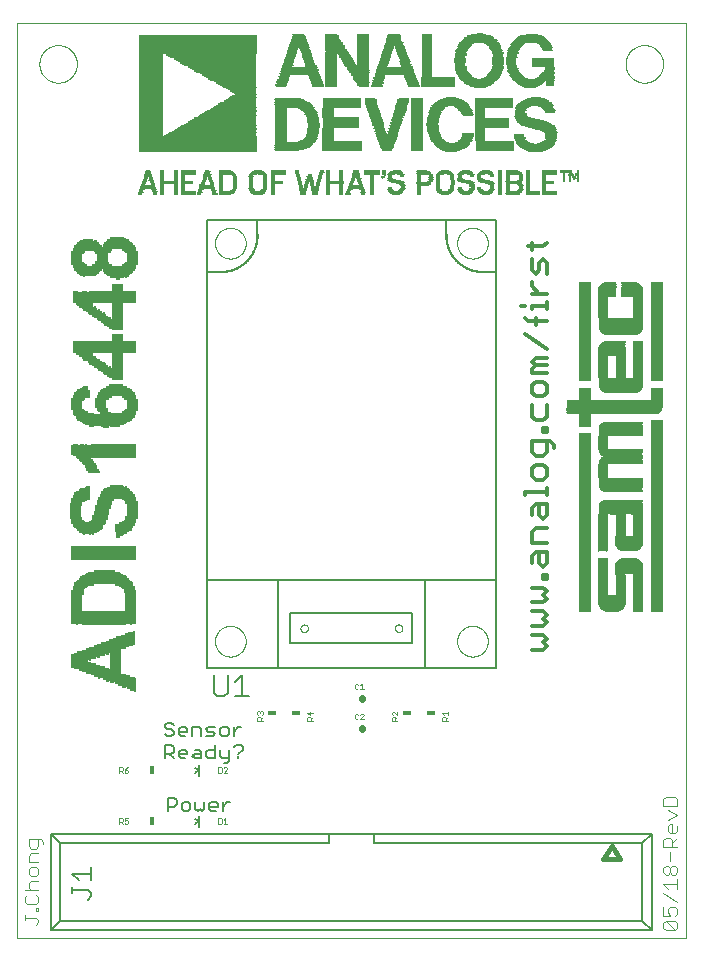
<source format=gto>
G75*
%MOIN*%
%OFA0B0*%
%FSLAX25Y25*%
%IPPOS*%
%LPD*%
%AMOC8*
5,1,8,0,0,1.08239X$1,22.5*
%
%ADD10C,0.00000*%
%ADD11C,0.00400*%
%ADD12C,0.01200*%
%ADD13R,0.00500X0.06000*%
%ADD14R,0.00500X0.04000*%
%ADD15R,0.00500X0.04500*%
%ADD16R,0.00500X0.11500*%
%ADD17R,0.00500X0.09000*%
%ADD18R,0.00500X0.06500*%
%ADD19R,0.00500X0.07500*%
%ADD20R,0.00500X0.05000*%
%ADD21R,0.00500X0.13000*%
%ADD22R,0.00500X0.11000*%
%ADD23R,0.00500X0.08500*%
%ADD24R,0.00500X0.14000*%
%ADD25R,0.00500X0.12000*%
%ADD26R,0.00500X0.09500*%
%ADD27R,0.00500X0.10000*%
%ADD28R,0.00500X0.14500*%
%ADD29R,0.00500X0.13500*%
%ADD30R,0.00500X0.10500*%
%ADD31R,0.00500X0.15000*%
%ADD32R,0.00500X0.15500*%
%ADD33R,0.00500X0.12500*%
%ADD34R,0.00500X0.16000*%
%ADD35R,0.00500X0.05500*%
%ADD36R,0.00500X0.16500*%
%ADD37R,0.00500X0.02500*%
%ADD38R,0.00500X0.03500*%
%ADD39R,0.00500X0.00500*%
%ADD40R,0.00500X0.07000*%
%ADD41R,0.00500X0.01500*%
%ADD42R,0.00500X0.08000*%
%ADD43C,0.00600*%
%ADD44R,0.01470X0.00294*%
%ADD45R,0.01170X0.00294*%
%ADD46R,0.01470X0.00294*%
%ADD47R,0.05000X0.00294*%
%ADD48R,0.01760X0.00294*%
%ADD49R,0.04120X0.00294*%
%ADD50R,0.03230X0.00294*%
%ADD51R,0.01180X0.00294*%
%ADD52R,0.01770X0.00294*%
%ADD53R,0.01480X0.00294*%
%ADD54R,0.02650X0.00294*%
%ADD55R,0.02940X0.00294*%
%ADD56R,0.04410X0.00294*%
%ADD57R,0.04710X0.00294*%
%ADD58R,0.03820X0.00294*%
%ADD59R,0.04110X0.00294*%
%ADD60R,0.01770X0.00294*%
%ADD61R,0.05300X0.00294*%
%ADD62R,0.02060X0.00294*%
%ADD63R,0.05290X0.00294*%
%ADD64R,0.05590X0.00294*%
%ADD65R,0.01470X0.00295*%
%ADD66R,0.01470X0.00295*%
%ADD67R,0.01170X0.00295*%
%ADD68R,0.01480X0.00295*%
%ADD69R,0.01770X0.00295*%
%ADD70R,0.02060X0.00295*%
%ADD71R,0.01180X0.00295*%
%ADD72R,0.02350X0.00295*%
%ADD73R,0.02360X0.00295*%
%ADD74R,0.01770X0.00295*%
%ADD75R,0.01760X0.00295*%
%ADD76R,0.02350X0.00294*%
%ADD77R,0.02360X0.00294*%
%ADD78R,0.02640X0.00294*%
%ADD79R,0.01170X0.00294*%
%ADD80R,0.04700X0.00294*%
%ADD81R,0.04120X0.00294*%
%ADD82R,0.05880X0.00294*%
%ADD83R,0.03830X0.00294*%
%ADD84R,0.03240X0.00294*%
%ADD85R,0.05880X0.00295*%
%ADD86R,0.04120X0.00295*%
%ADD87R,0.03830X0.00295*%
%ADD88R,0.04420X0.00295*%
%ADD89R,0.05000X0.00295*%
%ADD90R,0.04410X0.00295*%
%ADD91R,0.05290X0.00295*%
%ADD92R,0.00590X0.00294*%
%ADD93R,0.00880X0.00294*%
%ADD94R,0.02640X0.00294*%
%ADD95R,0.04420X0.00294*%
%ADD96R,0.00890X0.00294*%
%ADD97R,0.00300X0.00294*%
%ADD98R,0.02940X0.00294*%
%ADD99R,0.02650X0.00295*%
%ADD100R,0.02640X0.00295*%
%ADD101R,0.02940X0.00295*%
%ADD102R,0.00880X0.00295*%
%ADD103R,0.00590X0.00295*%
%ADD104R,0.02050X0.00294*%
%ADD105R,0.04420X0.00294*%
%ADD106R,0.03530X0.00294*%
%ADD107R,0.03820X0.00294*%
%ADD108R,0.39110X0.00294*%
%ADD109R,0.08240X0.00294*%
%ADD110R,0.13240X0.00294*%
%ADD111R,0.05890X0.00294*%
%ADD112R,0.12940X0.00294*%
%ADD113R,0.06770X0.00294*%
%ADD114R,0.09710X0.00294*%
%ADD115R,0.07650X0.00294*%
%ADD116R,0.07940X0.00294*%
%ADD117R,0.10590X0.00294*%
%ADD118R,0.08530X0.00294*%
%ADD119R,0.09120X0.00294*%
%ADD120R,0.11180X0.00294*%
%ADD121R,0.09410X0.00294*%
%ADD122R,0.10290X0.00294*%
%ADD123R,0.39110X0.00295*%
%ADD124R,0.11770X0.00295*%
%ADD125R,0.13240X0.00295*%
%ADD126R,0.03820X0.00295*%
%ADD127R,0.10300X0.00295*%
%ADD128R,0.12940X0.00295*%
%ADD129R,0.10880X0.00295*%
%ADD130R,0.12060X0.00294*%
%ADD131R,0.10880X0.00294*%
%ADD132R,0.11470X0.00294*%
%ADD133R,0.12350X0.00294*%
%ADD134R,0.11470X0.00294*%
%ADD135R,0.12650X0.00294*%
%ADD136R,0.12360X0.00294*%
%ADD137R,0.06470X0.00295*%
%ADD138R,0.04110X0.00295*%
%ADD139R,0.03530X0.00295*%
%ADD140R,0.03520X0.00295*%
%ADD141R,0.06470X0.00294*%
%ADD142R,0.07060X0.00294*%
%ADD143R,0.08230X0.00294*%
%ADD144R,0.30580X0.00294*%
%ADD145R,0.30000X0.00294*%
%ADD146R,0.29410X0.00294*%
%ADD147R,0.29110X0.00294*%
%ADD148R,0.08230X0.00295*%
%ADD149R,0.28520X0.00295*%
%ADD150R,0.03820X0.00295*%
%ADD151R,0.27940X0.00294*%
%ADD152R,0.27640X0.00294*%
%ADD153R,0.05580X0.00294*%
%ADD154R,0.27050X0.00294*%
%ADD155R,0.07050X0.00294*%
%ADD156R,0.26470X0.00294*%
%ADD157R,0.25880X0.00294*%
%ADD158R,0.25580X0.00294*%
%ADD159R,0.25000X0.00294*%
%ADD160R,0.24410X0.00294*%
%ADD161R,0.24110X0.00295*%
%ADD162R,0.12060X0.00295*%
%ADD163R,0.11470X0.00295*%
%ADD164R,0.23520X0.00294*%
%ADD165R,0.22940X0.00294*%
%ADD166R,0.22640X0.00294*%
%ADD167R,0.10290X0.00294*%
%ADD168R,0.22050X0.00294*%
%ADD169R,0.21470X0.00294*%
%ADD170R,0.20880X0.00294*%
%ADD171R,0.06470X0.00294*%
%ADD172R,0.20580X0.00294*%
%ADD173R,0.20000X0.00295*%
%ADD174R,0.04120X0.00295*%
%ADD175R,0.04710X0.00295*%
%ADD176R,0.19410X0.00294*%
%ADD177R,0.19110X0.00294*%
%ADD178R,0.18520X0.00294*%
%ADD179R,0.17940X0.00294*%
%ADD180R,0.17640X0.00294*%
%ADD181R,0.17050X0.00294*%
%ADD182R,0.16470X0.00294*%
%ADD183R,0.15880X0.00294*%
%ADD184R,0.15580X0.00295*%
%ADD185R,0.04700X0.00295*%
%ADD186R,0.15000X0.00294*%
%ADD187R,0.14410X0.00294*%
%ADD188R,0.12640X0.00294*%
%ADD189R,0.14110X0.00294*%
%ADD190R,0.13520X0.00294*%
%ADD191R,0.11770X0.00294*%
%ADD192R,0.11170X0.00294*%
%ADD193R,0.12050X0.00294*%
%ADD194R,0.11770X0.00294*%
%ADD195R,0.11470X0.00295*%
%ADD196R,0.10290X0.00295*%
%ADD197R,0.12640X0.00295*%
%ADD198R,0.09120X0.00294*%
%ADD199R,0.10580X0.00294*%
%ADD200R,0.10300X0.00294*%
%ADD201R,0.10000X0.00294*%
%ADD202R,0.07350X0.00294*%
%ADD203R,0.09110X0.00294*%
%ADD204R,0.03520X0.00294*%
%ADD205R,0.08520X0.00294*%
%ADD206R,0.07940X0.00294*%
%ADD207R,0.07050X0.00295*%
%ADD208R,0.08820X0.00294*%
%ADD209R,0.11170X0.00295*%
%ADD210R,0.11480X0.00294*%
%ADD211R,0.06180X0.00294*%
%ADD212R,0.06760X0.00294*%
%ADD213R,0.13230X0.00294*%
%ADD214R,0.09700X0.00294*%
%ADD215R,0.14700X0.00294*%
%ADD216R,0.13530X0.00294*%
%ADD217R,0.15290X0.00294*%
%ADD218R,0.13830X0.00294*%
%ADD219R,0.15880X0.00295*%
%ADD220R,0.11480X0.00295*%
%ADD221R,0.14120X0.00295*%
%ADD222R,0.16170X0.00294*%
%ADD223R,0.16760X0.00294*%
%ADD224R,0.17350X0.00294*%
%ADD225R,0.18230X0.00294*%
%ADD226R,0.06170X0.00294*%
%ADD227R,0.18820X0.00294*%
%ADD228R,0.06760X0.00295*%
%ADD229R,0.11760X0.00294*%
%ADD230R,0.07360X0.00294*%
%ADD231R,0.24110X0.00294*%
%ADD232R,0.24700X0.00295*%
%ADD233R,0.07360X0.00295*%
%ADD234R,0.25290X0.00294*%
%ADD235R,0.26170X0.00294*%
%ADD236R,0.26760X0.00294*%
%ADD237R,0.27350X0.00294*%
%ADD238R,0.28230X0.00294*%
%ADD239R,0.28820X0.00295*%
%ADD240R,0.03240X0.00295*%
%ADD241R,0.03230X0.00295*%
%ADD242R,0.30290X0.00294*%
%ADD243R,0.07640X0.00294*%
%ADD244R,0.06170X0.00294*%
%ADD245R,0.05580X0.00295*%
%ADD246R,0.05590X0.00295*%
%ADD247R,0.12650X0.00295*%
%ADD248R,0.11170X0.00294*%
%ADD249R,0.08830X0.00294*%
%ADD250R,0.04000X0.00286*%
%ADD251R,0.04580X0.00286*%
%ADD252R,0.03430X0.00286*%
%ADD253R,0.06280X0.00286*%
%ADD254R,0.04000X0.00285*%
%ADD255R,0.07140X0.00285*%
%ADD256R,0.03430X0.00285*%
%ADD257R,0.07710X0.00286*%
%ADD258R,0.08290X0.00286*%
%ADD259R,0.08580X0.00285*%
%ADD260R,0.08580X0.00286*%
%ADD261R,0.08860X0.00286*%
%ADD262R,0.09140X0.00286*%
%ADD263R,0.09140X0.00285*%
%ADD264R,0.03140X0.00285*%
%ADD265R,0.03140X0.00286*%
%ADD266R,0.03150X0.00286*%
%ADD267R,0.09150X0.00285*%
%ADD268R,0.09150X0.00286*%
%ADD269R,0.08570X0.00286*%
%ADD270R,0.08000X0.00285*%
%ADD271R,0.07430X0.00286*%
%ADD272R,0.06850X0.00286*%
%ADD273R,0.05150X0.00285*%
%ADD274R,0.00280X0.00286*%
%ADD275R,0.06290X0.00286*%
%ADD276R,0.07430X0.00285*%
%ADD277R,0.07720X0.00286*%
%ADD278R,0.08280X0.00286*%
%ADD279R,0.08570X0.00285*%
%ADD280R,0.05430X0.00286*%
%ADD281R,0.03720X0.00286*%
%ADD282R,0.14860X0.00285*%
%ADD283R,0.14860X0.00286*%
%ADD284R,0.14580X0.00285*%
%ADD285R,0.14580X0.00286*%
%ADD286R,0.14290X0.00286*%
%ADD287R,0.14000X0.00285*%
%ADD288R,0.13430X0.00286*%
%ADD289R,0.14000X0.00286*%
%ADD290R,0.14290X0.00285*%
%ADD291R,0.13720X0.00286*%
%ADD292R,0.13150X0.00285*%
%ADD293R,0.30280X0.00286*%
%ADD294R,0.30850X0.00286*%
%ADD295R,0.31140X0.00286*%
%ADD296R,0.31430X0.00285*%
%ADD297R,0.31710X0.00286*%
%ADD298R,0.31710X0.00285*%
%ADD299R,0.32000X0.00286*%
%ADD300R,0.32000X0.00285*%
%ADD301R,0.11430X0.00286*%
%ADD302R,0.12570X0.00286*%
%ADD303R,0.13140X0.00285*%
%ADD304R,0.13710X0.00286*%
%ADD305R,0.08860X0.00285*%
%ADD306R,0.07710X0.00285*%
%ADD307R,0.07140X0.00286*%
%ADD308R,0.11140X0.00286*%
%ADD309R,0.12570X0.00285*%
%ADD310R,0.13140X0.00286*%
%ADD311R,0.06000X0.00286*%
%ADD312R,0.07150X0.00286*%
%ADD313R,0.06000X0.00285*%
%ADD314R,0.07150X0.00285*%
%ADD315R,0.05720X0.00286*%
%ADD316R,0.06860X0.00286*%
%ADD317R,0.05430X0.00285*%
%ADD318R,0.06570X0.00285*%
%ADD319R,0.05140X0.00286*%
%ADD320R,0.04860X0.00286*%
%ADD321C,0.00500*%
%ADD322C,0.00050*%
%ADD323R,0.03000X0.01800*%
%ADD324C,0.00200*%
%ADD325C,0.02200*%
%ADD326C,0.00800*%
%ADD327C,0.01600*%
%ADD328R,0.01800X0.03000*%
D10*
X0076834Y0082447D02*
X0076834Y0387447D01*
X0299834Y0387447D01*
X0299834Y0082447D01*
X0076834Y0082447D01*
X0142922Y0181412D02*
X0142924Y0181555D01*
X0142930Y0181698D01*
X0142940Y0181840D01*
X0142954Y0181982D01*
X0142972Y0182124D01*
X0142994Y0182266D01*
X0143019Y0182406D01*
X0143049Y0182546D01*
X0143083Y0182685D01*
X0143120Y0182823D01*
X0143162Y0182960D01*
X0143207Y0183095D01*
X0143256Y0183229D01*
X0143308Y0183362D01*
X0143364Y0183494D01*
X0143424Y0183623D01*
X0143488Y0183751D01*
X0143555Y0183878D01*
X0143626Y0184002D01*
X0143700Y0184124D01*
X0143777Y0184244D01*
X0143858Y0184362D01*
X0143942Y0184478D01*
X0144029Y0184591D01*
X0144119Y0184702D01*
X0144213Y0184810D01*
X0144309Y0184916D01*
X0144408Y0185018D01*
X0144511Y0185118D01*
X0144615Y0185215D01*
X0144723Y0185310D01*
X0144833Y0185401D01*
X0144946Y0185489D01*
X0145061Y0185573D01*
X0145178Y0185655D01*
X0145298Y0185733D01*
X0145419Y0185808D01*
X0145543Y0185880D01*
X0145669Y0185948D01*
X0145796Y0186012D01*
X0145926Y0186073D01*
X0146057Y0186130D01*
X0146189Y0186184D01*
X0146323Y0186233D01*
X0146458Y0186280D01*
X0146595Y0186322D01*
X0146733Y0186360D01*
X0146871Y0186395D01*
X0147011Y0186425D01*
X0147151Y0186452D01*
X0147292Y0186475D01*
X0147434Y0186494D01*
X0147576Y0186509D01*
X0147719Y0186520D01*
X0147861Y0186527D01*
X0148004Y0186530D01*
X0148147Y0186529D01*
X0148290Y0186524D01*
X0148433Y0186515D01*
X0148575Y0186502D01*
X0148717Y0186485D01*
X0148858Y0186464D01*
X0148999Y0186439D01*
X0149139Y0186411D01*
X0149278Y0186378D01*
X0149416Y0186341D01*
X0149553Y0186301D01*
X0149689Y0186257D01*
X0149824Y0186209D01*
X0149957Y0186157D01*
X0150089Y0186102D01*
X0150219Y0186043D01*
X0150348Y0185980D01*
X0150474Y0185914D01*
X0150599Y0185844D01*
X0150722Y0185771D01*
X0150842Y0185695D01*
X0150961Y0185615D01*
X0151077Y0185531D01*
X0151191Y0185445D01*
X0151302Y0185355D01*
X0151411Y0185263D01*
X0151517Y0185167D01*
X0151621Y0185069D01*
X0151722Y0184967D01*
X0151819Y0184863D01*
X0151914Y0184756D01*
X0152006Y0184647D01*
X0152095Y0184535D01*
X0152181Y0184420D01*
X0152263Y0184304D01*
X0152342Y0184184D01*
X0152418Y0184063D01*
X0152490Y0183940D01*
X0152559Y0183815D01*
X0152624Y0183688D01*
X0152686Y0183559D01*
X0152744Y0183428D01*
X0152799Y0183296D01*
X0152849Y0183162D01*
X0152896Y0183027D01*
X0152940Y0182891D01*
X0152979Y0182754D01*
X0153014Y0182615D01*
X0153046Y0182476D01*
X0153074Y0182336D01*
X0153098Y0182195D01*
X0153118Y0182053D01*
X0153134Y0181911D01*
X0153146Y0181769D01*
X0153154Y0181626D01*
X0153158Y0181483D01*
X0153158Y0181341D01*
X0153154Y0181198D01*
X0153146Y0181055D01*
X0153134Y0180913D01*
X0153118Y0180771D01*
X0153098Y0180629D01*
X0153074Y0180488D01*
X0153046Y0180348D01*
X0153014Y0180209D01*
X0152979Y0180070D01*
X0152940Y0179933D01*
X0152896Y0179797D01*
X0152849Y0179662D01*
X0152799Y0179528D01*
X0152744Y0179396D01*
X0152686Y0179265D01*
X0152624Y0179136D01*
X0152559Y0179009D01*
X0152490Y0178884D01*
X0152418Y0178761D01*
X0152342Y0178640D01*
X0152263Y0178520D01*
X0152181Y0178404D01*
X0152095Y0178289D01*
X0152006Y0178177D01*
X0151914Y0178068D01*
X0151819Y0177961D01*
X0151722Y0177857D01*
X0151621Y0177755D01*
X0151517Y0177657D01*
X0151411Y0177561D01*
X0151302Y0177469D01*
X0151191Y0177379D01*
X0151077Y0177293D01*
X0150961Y0177209D01*
X0150842Y0177129D01*
X0150722Y0177053D01*
X0150599Y0176980D01*
X0150474Y0176910D01*
X0150348Y0176844D01*
X0150219Y0176781D01*
X0150089Y0176722D01*
X0149957Y0176667D01*
X0149824Y0176615D01*
X0149689Y0176567D01*
X0149553Y0176523D01*
X0149416Y0176483D01*
X0149278Y0176446D01*
X0149139Y0176413D01*
X0148999Y0176385D01*
X0148858Y0176360D01*
X0148717Y0176339D01*
X0148575Y0176322D01*
X0148433Y0176309D01*
X0148290Y0176300D01*
X0148147Y0176295D01*
X0148004Y0176294D01*
X0147861Y0176297D01*
X0147719Y0176304D01*
X0147576Y0176315D01*
X0147434Y0176330D01*
X0147292Y0176349D01*
X0147151Y0176372D01*
X0147011Y0176399D01*
X0146871Y0176429D01*
X0146733Y0176464D01*
X0146595Y0176502D01*
X0146458Y0176544D01*
X0146323Y0176591D01*
X0146189Y0176640D01*
X0146057Y0176694D01*
X0145926Y0176751D01*
X0145796Y0176812D01*
X0145669Y0176876D01*
X0145543Y0176944D01*
X0145419Y0177016D01*
X0145298Y0177091D01*
X0145178Y0177169D01*
X0145061Y0177251D01*
X0144946Y0177335D01*
X0144833Y0177423D01*
X0144723Y0177514D01*
X0144615Y0177609D01*
X0144511Y0177706D01*
X0144408Y0177806D01*
X0144309Y0177908D01*
X0144213Y0178014D01*
X0144119Y0178122D01*
X0144029Y0178233D01*
X0143942Y0178346D01*
X0143858Y0178462D01*
X0143777Y0178580D01*
X0143700Y0178700D01*
X0143626Y0178822D01*
X0143555Y0178946D01*
X0143488Y0179073D01*
X0143424Y0179201D01*
X0143364Y0179330D01*
X0143308Y0179462D01*
X0143256Y0179595D01*
X0143207Y0179729D01*
X0143162Y0179864D01*
X0143120Y0180001D01*
X0143083Y0180139D01*
X0143049Y0180278D01*
X0143019Y0180418D01*
X0142994Y0180558D01*
X0142972Y0180700D01*
X0142954Y0180842D01*
X0142940Y0180984D01*
X0142930Y0181126D01*
X0142924Y0181269D01*
X0142922Y0181412D01*
X0171396Y0185743D02*
X0171398Y0185813D01*
X0171404Y0185883D01*
X0171414Y0185952D01*
X0171427Y0186021D01*
X0171445Y0186089D01*
X0171466Y0186156D01*
X0171491Y0186221D01*
X0171520Y0186285D01*
X0171552Y0186348D01*
X0171588Y0186408D01*
X0171627Y0186466D01*
X0171669Y0186522D01*
X0171714Y0186576D01*
X0171762Y0186627D01*
X0171813Y0186675D01*
X0171867Y0186720D01*
X0171923Y0186762D01*
X0171981Y0186801D01*
X0172041Y0186837D01*
X0172104Y0186869D01*
X0172168Y0186898D01*
X0172233Y0186923D01*
X0172300Y0186944D01*
X0172368Y0186962D01*
X0172437Y0186975D01*
X0172506Y0186985D01*
X0172576Y0186991D01*
X0172646Y0186993D01*
X0172716Y0186991D01*
X0172786Y0186985D01*
X0172855Y0186975D01*
X0172924Y0186962D01*
X0172992Y0186944D01*
X0173059Y0186923D01*
X0173124Y0186898D01*
X0173188Y0186869D01*
X0173251Y0186837D01*
X0173311Y0186801D01*
X0173369Y0186762D01*
X0173425Y0186720D01*
X0173479Y0186675D01*
X0173530Y0186627D01*
X0173578Y0186576D01*
X0173623Y0186522D01*
X0173665Y0186466D01*
X0173704Y0186408D01*
X0173740Y0186348D01*
X0173772Y0186285D01*
X0173801Y0186221D01*
X0173826Y0186156D01*
X0173847Y0186089D01*
X0173865Y0186021D01*
X0173878Y0185952D01*
X0173888Y0185883D01*
X0173894Y0185813D01*
X0173896Y0185743D01*
X0173894Y0185673D01*
X0173888Y0185603D01*
X0173878Y0185534D01*
X0173865Y0185465D01*
X0173847Y0185397D01*
X0173826Y0185330D01*
X0173801Y0185265D01*
X0173772Y0185201D01*
X0173740Y0185138D01*
X0173704Y0185078D01*
X0173665Y0185020D01*
X0173623Y0184964D01*
X0173578Y0184910D01*
X0173530Y0184859D01*
X0173479Y0184811D01*
X0173425Y0184766D01*
X0173369Y0184724D01*
X0173311Y0184685D01*
X0173251Y0184649D01*
X0173188Y0184617D01*
X0173124Y0184588D01*
X0173059Y0184563D01*
X0172992Y0184542D01*
X0172924Y0184524D01*
X0172855Y0184511D01*
X0172786Y0184501D01*
X0172716Y0184495D01*
X0172646Y0184493D01*
X0172576Y0184495D01*
X0172506Y0184501D01*
X0172437Y0184511D01*
X0172368Y0184524D01*
X0172300Y0184542D01*
X0172233Y0184563D01*
X0172168Y0184588D01*
X0172104Y0184617D01*
X0172041Y0184649D01*
X0171981Y0184685D01*
X0171923Y0184724D01*
X0171867Y0184766D01*
X0171813Y0184811D01*
X0171762Y0184859D01*
X0171714Y0184910D01*
X0171669Y0184964D01*
X0171627Y0185020D01*
X0171588Y0185078D01*
X0171552Y0185138D01*
X0171520Y0185201D01*
X0171491Y0185265D01*
X0171466Y0185330D01*
X0171445Y0185397D01*
X0171427Y0185465D01*
X0171414Y0185534D01*
X0171404Y0185603D01*
X0171398Y0185673D01*
X0171396Y0185743D01*
X0202892Y0185743D02*
X0202894Y0185813D01*
X0202900Y0185883D01*
X0202910Y0185952D01*
X0202923Y0186021D01*
X0202941Y0186089D01*
X0202962Y0186156D01*
X0202987Y0186221D01*
X0203016Y0186285D01*
X0203048Y0186348D01*
X0203084Y0186408D01*
X0203123Y0186466D01*
X0203165Y0186522D01*
X0203210Y0186576D01*
X0203258Y0186627D01*
X0203309Y0186675D01*
X0203363Y0186720D01*
X0203419Y0186762D01*
X0203477Y0186801D01*
X0203537Y0186837D01*
X0203600Y0186869D01*
X0203664Y0186898D01*
X0203729Y0186923D01*
X0203796Y0186944D01*
X0203864Y0186962D01*
X0203933Y0186975D01*
X0204002Y0186985D01*
X0204072Y0186991D01*
X0204142Y0186993D01*
X0204212Y0186991D01*
X0204282Y0186985D01*
X0204351Y0186975D01*
X0204420Y0186962D01*
X0204488Y0186944D01*
X0204555Y0186923D01*
X0204620Y0186898D01*
X0204684Y0186869D01*
X0204747Y0186837D01*
X0204807Y0186801D01*
X0204865Y0186762D01*
X0204921Y0186720D01*
X0204975Y0186675D01*
X0205026Y0186627D01*
X0205074Y0186576D01*
X0205119Y0186522D01*
X0205161Y0186466D01*
X0205200Y0186408D01*
X0205236Y0186348D01*
X0205268Y0186285D01*
X0205297Y0186221D01*
X0205322Y0186156D01*
X0205343Y0186089D01*
X0205361Y0186021D01*
X0205374Y0185952D01*
X0205384Y0185883D01*
X0205390Y0185813D01*
X0205392Y0185743D01*
X0205390Y0185673D01*
X0205384Y0185603D01*
X0205374Y0185534D01*
X0205361Y0185465D01*
X0205343Y0185397D01*
X0205322Y0185330D01*
X0205297Y0185265D01*
X0205268Y0185201D01*
X0205236Y0185138D01*
X0205200Y0185078D01*
X0205161Y0185020D01*
X0205119Y0184964D01*
X0205074Y0184910D01*
X0205026Y0184859D01*
X0204975Y0184811D01*
X0204921Y0184766D01*
X0204865Y0184724D01*
X0204807Y0184685D01*
X0204747Y0184649D01*
X0204684Y0184617D01*
X0204620Y0184588D01*
X0204555Y0184563D01*
X0204488Y0184542D01*
X0204420Y0184524D01*
X0204351Y0184511D01*
X0204282Y0184501D01*
X0204212Y0184495D01*
X0204142Y0184493D01*
X0204072Y0184495D01*
X0204002Y0184501D01*
X0203933Y0184511D01*
X0203864Y0184524D01*
X0203796Y0184542D01*
X0203729Y0184563D01*
X0203664Y0184588D01*
X0203600Y0184617D01*
X0203537Y0184649D01*
X0203477Y0184685D01*
X0203419Y0184724D01*
X0203363Y0184766D01*
X0203309Y0184811D01*
X0203258Y0184859D01*
X0203210Y0184910D01*
X0203165Y0184964D01*
X0203123Y0185020D01*
X0203084Y0185078D01*
X0203048Y0185138D01*
X0203016Y0185201D01*
X0202987Y0185265D01*
X0202962Y0185330D01*
X0202941Y0185397D01*
X0202923Y0185465D01*
X0202910Y0185534D01*
X0202900Y0185603D01*
X0202894Y0185673D01*
X0202892Y0185743D01*
X0223630Y0181412D02*
X0223632Y0181555D01*
X0223638Y0181698D01*
X0223648Y0181840D01*
X0223662Y0181982D01*
X0223680Y0182124D01*
X0223702Y0182266D01*
X0223727Y0182406D01*
X0223757Y0182546D01*
X0223791Y0182685D01*
X0223828Y0182823D01*
X0223870Y0182960D01*
X0223915Y0183095D01*
X0223964Y0183229D01*
X0224016Y0183362D01*
X0224072Y0183494D01*
X0224132Y0183623D01*
X0224196Y0183751D01*
X0224263Y0183878D01*
X0224334Y0184002D01*
X0224408Y0184124D01*
X0224485Y0184244D01*
X0224566Y0184362D01*
X0224650Y0184478D01*
X0224737Y0184591D01*
X0224827Y0184702D01*
X0224921Y0184810D01*
X0225017Y0184916D01*
X0225116Y0185018D01*
X0225219Y0185118D01*
X0225323Y0185215D01*
X0225431Y0185310D01*
X0225541Y0185401D01*
X0225654Y0185489D01*
X0225769Y0185573D01*
X0225886Y0185655D01*
X0226006Y0185733D01*
X0226127Y0185808D01*
X0226251Y0185880D01*
X0226377Y0185948D01*
X0226504Y0186012D01*
X0226634Y0186073D01*
X0226765Y0186130D01*
X0226897Y0186184D01*
X0227031Y0186233D01*
X0227166Y0186280D01*
X0227303Y0186322D01*
X0227441Y0186360D01*
X0227579Y0186395D01*
X0227719Y0186425D01*
X0227859Y0186452D01*
X0228000Y0186475D01*
X0228142Y0186494D01*
X0228284Y0186509D01*
X0228427Y0186520D01*
X0228569Y0186527D01*
X0228712Y0186530D01*
X0228855Y0186529D01*
X0228998Y0186524D01*
X0229141Y0186515D01*
X0229283Y0186502D01*
X0229425Y0186485D01*
X0229566Y0186464D01*
X0229707Y0186439D01*
X0229847Y0186411D01*
X0229986Y0186378D01*
X0230124Y0186341D01*
X0230261Y0186301D01*
X0230397Y0186257D01*
X0230532Y0186209D01*
X0230665Y0186157D01*
X0230797Y0186102D01*
X0230927Y0186043D01*
X0231056Y0185980D01*
X0231182Y0185914D01*
X0231307Y0185844D01*
X0231430Y0185771D01*
X0231550Y0185695D01*
X0231669Y0185615D01*
X0231785Y0185531D01*
X0231899Y0185445D01*
X0232010Y0185355D01*
X0232119Y0185263D01*
X0232225Y0185167D01*
X0232329Y0185069D01*
X0232430Y0184967D01*
X0232527Y0184863D01*
X0232622Y0184756D01*
X0232714Y0184647D01*
X0232803Y0184535D01*
X0232889Y0184420D01*
X0232971Y0184304D01*
X0233050Y0184184D01*
X0233126Y0184063D01*
X0233198Y0183940D01*
X0233267Y0183815D01*
X0233332Y0183688D01*
X0233394Y0183559D01*
X0233452Y0183428D01*
X0233507Y0183296D01*
X0233557Y0183162D01*
X0233604Y0183027D01*
X0233648Y0182891D01*
X0233687Y0182754D01*
X0233722Y0182615D01*
X0233754Y0182476D01*
X0233782Y0182336D01*
X0233806Y0182195D01*
X0233826Y0182053D01*
X0233842Y0181911D01*
X0233854Y0181769D01*
X0233862Y0181626D01*
X0233866Y0181483D01*
X0233866Y0181341D01*
X0233862Y0181198D01*
X0233854Y0181055D01*
X0233842Y0180913D01*
X0233826Y0180771D01*
X0233806Y0180629D01*
X0233782Y0180488D01*
X0233754Y0180348D01*
X0233722Y0180209D01*
X0233687Y0180070D01*
X0233648Y0179933D01*
X0233604Y0179797D01*
X0233557Y0179662D01*
X0233507Y0179528D01*
X0233452Y0179396D01*
X0233394Y0179265D01*
X0233332Y0179136D01*
X0233267Y0179009D01*
X0233198Y0178884D01*
X0233126Y0178761D01*
X0233050Y0178640D01*
X0232971Y0178520D01*
X0232889Y0178404D01*
X0232803Y0178289D01*
X0232714Y0178177D01*
X0232622Y0178068D01*
X0232527Y0177961D01*
X0232430Y0177857D01*
X0232329Y0177755D01*
X0232225Y0177657D01*
X0232119Y0177561D01*
X0232010Y0177469D01*
X0231899Y0177379D01*
X0231785Y0177293D01*
X0231669Y0177209D01*
X0231550Y0177129D01*
X0231430Y0177053D01*
X0231307Y0176980D01*
X0231182Y0176910D01*
X0231056Y0176844D01*
X0230927Y0176781D01*
X0230797Y0176722D01*
X0230665Y0176667D01*
X0230532Y0176615D01*
X0230397Y0176567D01*
X0230261Y0176523D01*
X0230124Y0176483D01*
X0229986Y0176446D01*
X0229847Y0176413D01*
X0229707Y0176385D01*
X0229566Y0176360D01*
X0229425Y0176339D01*
X0229283Y0176322D01*
X0229141Y0176309D01*
X0228998Y0176300D01*
X0228855Y0176295D01*
X0228712Y0176294D01*
X0228569Y0176297D01*
X0228427Y0176304D01*
X0228284Y0176315D01*
X0228142Y0176330D01*
X0228000Y0176349D01*
X0227859Y0176372D01*
X0227719Y0176399D01*
X0227579Y0176429D01*
X0227441Y0176464D01*
X0227303Y0176502D01*
X0227166Y0176544D01*
X0227031Y0176591D01*
X0226897Y0176640D01*
X0226765Y0176694D01*
X0226634Y0176751D01*
X0226504Y0176812D01*
X0226377Y0176876D01*
X0226251Y0176944D01*
X0226127Y0177016D01*
X0226006Y0177091D01*
X0225886Y0177169D01*
X0225769Y0177251D01*
X0225654Y0177335D01*
X0225541Y0177423D01*
X0225431Y0177514D01*
X0225323Y0177609D01*
X0225219Y0177706D01*
X0225116Y0177806D01*
X0225017Y0177908D01*
X0224921Y0178014D01*
X0224827Y0178122D01*
X0224737Y0178233D01*
X0224650Y0178346D01*
X0224566Y0178462D01*
X0224485Y0178580D01*
X0224408Y0178700D01*
X0224334Y0178822D01*
X0224263Y0178946D01*
X0224196Y0179073D01*
X0224132Y0179201D01*
X0224072Y0179330D01*
X0224016Y0179462D01*
X0223964Y0179595D01*
X0223915Y0179729D01*
X0223870Y0179864D01*
X0223828Y0180001D01*
X0223791Y0180139D01*
X0223757Y0180278D01*
X0223727Y0180418D01*
X0223702Y0180558D01*
X0223680Y0180700D01*
X0223662Y0180842D01*
X0223648Y0180984D01*
X0223638Y0181126D01*
X0223632Y0181269D01*
X0223630Y0181412D01*
X0223630Y0314089D02*
X0223632Y0314232D01*
X0223638Y0314375D01*
X0223648Y0314517D01*
X0223662Y0314659D01*
X0223680Y0314801D01*
X0223702Y0314943D01*
X0223727Y0315083D01*
X0223757Y0315223D01*
X0223791Y0315362D01*
X0223828Y0315500D01*
X0223870Y0315637D01*
X0223915Y0315772D01*
X0223964Y0315906D01*
X0224016Y0316039D01*
X0224072Y0316171D01*
X0224132Y0316300D01*
X0224196Y0316428D01*
X0224263Y0316555D01*
X0224334Y0316679D01*
X0224408Y0316801D01*
X0224485Y0316921D01*
X0224566Y0317039D01*
X0224650Y0317155D01*
X0224737Y0317268D01*
X0224827Y0317379D01*
X0224921Y0317487D01*
X0225017Y0317593D01*
X0225116Y0317695D01*
X0225219Y0317795D01*
X0225323Y0317892D01*
X0225431Y0317987D01*
X0225541Y0318078D01*
X0225654Y0318166D01*
X0225769Y0318250D01*
X0225886Y0318332D01*
X0226006Y0318410D01*
X0226127Y0318485D01*
X0226251Y0318557D01*
X0226377Y0318625D01*
X0226504Y0318689D01*
X0226634Y0318750D01*
X0226765Y0318807D01*
X0226897Y0318861D01*
X0227031Y0318910D01*
X0227166Y0318957D01*
X0227303Y0318999D01*
X0227441Y0319037D01*
X0227579Y0319072D01*
X0227719Y0319102D01*
X0227859Y0319129D01*
X0228000Y0319152D01*
X0228142Y0319171D01*
X0228284Y0319186D01*
X0228427Y0319197D01*
X0228569Y0319204D01*
X0228712Y0319207D01*
X0228855Y0319206D01*
X0228998Y0319201D01*
X0229141Y0319192D01*
X0229283Y0319179D01*
X0229425Y0319162D01*
X0229566Y0319141D01*
X0229707Y0319116D01*
X0229847Y0319088D01*
X0229986Y0319055D01*
X0230124Y0319018D01*
X0230261Y0318978D01*
X0230397Y0318934D01*
X0230532Y0318886D01*
X0230665Y0318834D01*
X0230797Y0318779D01*
X0230927Y0318720D01*
X0231056Y0318657D01*
X0231182Y0318591D01*
X0231307Y0318521D01*
X0231430Y0318448D01*
X0231550Y0318372D01*
X0231669Y0318292D01*
X0231785Y0318208D01*
X0231899Y0318122D01*
X0232010Y0318032D01*
X0232119Y0317940D01*
X0232225Y0317844D01*
X0232329Y0317746D01*
X0232430Y0317644D01*
X0232527Y0317540D01*
X0232622Y0317433D01*
X0232714Y0317324D01*
X0232803Y0317212D01*
X0232889Y0317097D01*
X0232971Y0316981D01*
X0233050Y0316861D01*
X0233126Y0316740D01*
X0233198Y0316617D01*
X0233267Y0316492D01*
X0233332Y0316365D01*
X0233394Y0316236D01*
X0233452Y0316105D01*
X0233507Y0315973D01*
X0233557Y0315839D01*
X0233604Y0315704D01*
X0233648Y0315568D01*
X0233687Y0315431D01*
X0233722Y0315292D01*
X0233754Y0315153D01*
X0233782Y0315013D01*
X0233806Y0314872D01*
X0233826Y0314730D01*
X0233842Y0314588D01*
X0233854Y0314446D01*
X0233862Y0314303D01*
X0233866Y0314160D01*
X0233866Y0314018D01*
X0233862Y0313875D01*
X0233854Y0313732D01*
X0233842Y0313590D01*
X0233826Y0313448D01*
X0233806Y0313306D01*
X0233782Y0313165D01*
X0233754Y0313025D01*
X0233722Y0312886D01*
X0233687Y0312747D01*
X0233648Y0312610D01*
X0233604Y0312474D01*
X0233557Y0312339D01*
X0233507Y0312205D01*
X0233452Y0312073D01*
X0233394Y0311942D01*
X0233332Y0311813D01*
X0233267Y0311686D01*
X0233198Y0311561D01*
X0233126Y0311438D01*
X0233050Y0311317D01*
X0232971Y0311197D01*
X0232889Y0311081D01*
X0232803Y0310966D01*
X0232714Y0310854D01*
X0232622Y0310745D01*
X0232527Y0310638D01*
X0232430Y0310534D01*
X0232329Y0310432D01*
X0232225Y0310334D01*
X0232119Y0310238D01*
X0232010Y0310146D01*
X0231899Y0310056D01*
X0231785Y0309970D01*
X0231669Y0309886D01*
X0231550Y0309806D01*
X0231430Y0309730D01*
X0231307Y0309657D01*
X0231182Y0309587D01*
X0231056Y0309521D01*
X0230927Y0309458D01*
X0230797Y0309399D01*
X0230665Y0309344D01*
X0230532Y0309292D01*
X0230397Y0309244D01*
X0230261Y0309200D01*
X0230124Y0309160D01*
X0229986Y0309123D01*
X0229847Y0309090D01*
X0229707Y0309062D01*
X0229566Y0309037D01*
X0229425Y0309016D01*
X0229283Y0308999D01*
X0229141Y0308986D01*
X0228998Y0308977D01*
X0228855Y0308972D01*
X0228712Y0308971D01*
X0228569Y0308974D01*
X0228427Y0308981D01*
X0228284Y0308992D01*
X0228142Y0309007D01*
X0228000Y0309026D01*
X0227859Y0309049D01*
X0227719Y0309076D01*
X0227579Y0309106D01*
X0227441Y0309141D01*
X0227303Y0309179D01*
X0227166Y0309221D01*
X0227031Y0309268D01*
X0226897Y0309317D01*
X0226765Y0309371D01*
X0226634Y0309428D01*
X0226504Y0309489D01*
X0226377Y0309553D01*
X0226251Y0309621D01*
X0226127Y0309693D01*
X0226006Y0309768D01*
X0225886Y0309846D01*
X0225769Y0309928D01*
X0225654Y0310012D01*
X0225541Y0310100D01*
X0225431Y0310191D01*
X0225323Y0310286D01*
X0225219Y0310383D01*
X0225116Y0310483D01*
X0225017Y0310585D01*
X0224921Y0310691D01*
X0224827Y0310799D01*
X0224737Y0310910D01*
X0224650Y0311023D01*
X0224566Y0311139D01*
X0224485Y0311257D01*
X0224408Y0311377D01*
X0224334Y0311499D01*
X0224263Y0311623D01*
X0224196Y0311750D01*
X0224132Y0311878D01*
X0224072Y0312007D01*
X0224016Y0312139D01*
X0223964Y0312272D01*
X0223915Y0312406D01*
X0223870Y0312541D01*
X0223828Y0312678D01*
X0223791Y0312816D01*
X0223757Y0312955D01*
X0223727Y0313095D01*
X0223702Y0313235D01*
X0223680Y0313377D01*
X0223662Y0313519D01*
X0223648Y0313661D01*
X0223638Y0313803D01*
X0223632Y0313946D01*
X0223630Y0314089D01*
X0142922Y0314089D02*
X0142924Y0314232D01*
X0142930Y0314375D01*
X0142940Y0314517D01*
X0142954Y0314659D01*
X0142972Y0314801D01*
X0142994Y0314943D01*
X0143019Y0315083D01*
X0143049Y0315223D01*
X0143083Y0315362D01*
X0143120Y0315500D01*
X0143162Y0315637D01*
X0143207Y0315772D01*
X0143256Y0315906D01*
X0143308Y0316039D01*
X0143364Y0316171D01*
X0143424Y0316300D01*
X0143488Y0316428D01*
X0143555Y0316555D01*
X0143626Y0316679D01*
X0143700Y0316801D01*
X0143777Y0316921D01*
X0143858Y0317039D01*
X0143942Y0317155D01*
X0144029Y0317268D01*
X0144119Y0317379D01*
X0144213Y0317487D01*
X0144309Y0317593D01*
X0144408Y0317695D01*
X0144511Y0317795D01*
X0144615Y0317892D01*
X0144723Y0317987D01*
X0144833Y0318078D01*
X0144946Y0318166D01*
X0145061Y0318250D01*
X0145178Y0318332D01*
X0145298Y0318410D01*
X0145419Y0318485D01*
X0145543Y0318557D01*
X0145669Y0318625D01*
X0145796Y0318689D01*
X0145926Y0318750D01*
X0146057Y0318807D01*
X0146189Y0318861D01*
X0146323Y0318910D01*
X0146458Y0318957D01*
X0146595Y0318999D01*
X0146733Y0319037D01*
X0146871Y0319072D01*
X0147011Y0319102D01*
X0147151Y0319129D01*
X0147292Y0319152D01*
X0147434Y0319171D01*
X0147576Y0319186D01*
X0147719Y0319197D01*
X0147861Y0319204D01*
X0148004Y0319207D01*
X0148147Y0319206D01*
X0148290Y0319201D01*
X0148433Y0319192D01*
X0148575Y0319179D01*
X0148717Y0319162D01*
X0148858Y0319141D01*
X0148999Y0319116D01*
X0149139Y0319088D01*
X0149278Y0319055D01*
X0149416Y0319018D01*
X0149553Y0318978D01*
X0149689Y0318934D01*
X0149824Y0318886D01*
X0149957Y0318834D01*
X0150089Y0318779D01*
X0150219Y0318720D01*
X0150348Y0318657D01*
X0150474Y0318591D01*
X0150599Y0318521D01*
X0150722Y0318448D01*
X0150842Y0318372D01*
X0150961Y0318292D01*
X0151077Y0318208D01*
X0151191Y0318122D01*
X0151302Y0318032D01*
X0151411Y0317940D01*
X0151517Y0317844D01*
X0151621Y0317746D01*
X0151722Y0317644D01*
X0151819Y0317540D01*
X0151914Y0317433D01*
X0152006Y0317324D01*
X0152095Y0317212D01*
X0152181Y0317097D01*
X0152263Y0316981D01*
X0152342Y0316861D01*
X0152418Y0316740D01*
X0152490Y0316617D01*
X0152559Y0316492D01*
X0152624Y0316365D01*
X0152686Y0316236D01*
X0152744Y0316105D01*
X0152799Y0315973D01*
X0152849Y0315839D01*
X0152896Y0315704D01*
X0152940Y0315568D01*
X0152979Y0315431D01*
X0153014Y0315292D01*
X0153046Y0315153D01*
X0153074Y0315013D01*
X0153098Y0314872D01*
X0153118Y0314730D01*
X0153134Y0314588D01*
X0153146Y0314446D01*
X0153154Y0314303D01*
X0153158Y0314160D01*
X0153158Y0314018D01*
X0153154Y0313875D01*
X0153146Y0313732D01*
X0153134Y0313590D01*
X0153118Y0313448D01*
X0153098Y0313306D01*
X0153074Y0313165D01*
X0153046Y0313025D01*
X0153014Y0312886D01*
X0152979Y0312747D01*
X0152940Y0312610D01*
X0152896Y0312474D01*
X0152849Y0312339D01*
X0152799Y0312205D01*
X0152744Y0312073D01*
X0152686Y0311942D01*
X0152624Y0311813D01*
X0152559Y0311686D01*
X0152490Y0311561D01*
X0152418Y0311438D01*
X0152342Y0311317D01*
X0152263Y0311197D01*
X0152181Y0311081D01*
X0152095Y0310966D01*
X0152006Y0310854D01*
X0151914Y0310745D01*
X0151819Y0310638D01*
X0151722Y0310534D01*
X0151621Y0310432D01*
X0151517Y0310334D01*
X0151411Y0310238D01*
X0151302Y0310146D01*
X0151191Y0310056D01*
X0151077Y0309970D01*
X0150961Y0309886D01*
X0150842Y0309806D01*
X0150722Y0309730D01*
X0150599Y0309657D01*
X0150474Y0309587D01*
X0150348Y0309521D01*
X0150219Y0309458D01*
X0150089Y0309399D01*
X0149957Y0309344D01*
X0149824Y0309292D01*
X0149689Y0309244D01*
X0149553Y0309200D01*
X0149416Y0309160D01*
X0149278Y0309123D01*
X0149139Y0309090D01*
X0148999Y0309062D01*
X0148858Y0309037D01*
X0148717Y0309016D01*
X0148575Y0308999D01*
X0148433Y0308986D01*
X0148290Y0308977D01*
X0148147Y0308972D01*
X0148004Y0308971D01*
X0147861Y0308974D01*
X0147719Y0308981D01*
X0147576Y0308992D01*
X0147434Y0309007D01*
X0147292Y0309026D01*
X0147151Y0309049D01*
X0147011Y0309076D01*
X0146871Y0309106D01*
X0146733Y0309141D01*
X0146595Y0309179D01*
X0146458Y0309221D01*
X0146323Y0309268D01*
X0146189Y0309317D01*
X0146057Y0309371D01*
X0145926Y0309428D01*
X0145796Y0309489D01*
X0145669Y0309553D01*
X0145543Y0309621D01*
X0145419Y0309693D01*
X0145298Y0309768D01*
X0145178Y0309846D01*
X0145061Y0309928D01*
X0144946Y0310012D01*
X0144833Y0310100D01*
X0144723Y0310191D01*
X0144615Y0310286D01*
X0144511Y0310383D01*
X0144408Y0310483D01*
X0144309Y0310585D01*
X0144213Y0310691D01*
X0144119Y0310799D01*
X0144029Y0310910D01*
X0143942Y0311023D01*
X0143858Y0311139D01*
X0143777Y0311257D01*
X0143700Y0311377D01*
X0143626Y0311499D01*
X0143555Y0311623D01*
X0143488Y0311750D01*
X0143424Y0311878D01*
X0143364Y0312007D01*
X0143308Y0312139D01*
X0143256Y0312272D01*
X0143207Y0312406D01*
X0143162Y0312541D01*
X0143120Y0312678D01*
X0143083Y0312816D01*
X0143049Y0312955D01*
X0143019Y0313095D01*
X0142994Y0313235D01*
X0142972Y0313377D01*
X0142954Y0313519D01*
X0142940Y0313661D01*
X0142930Y0313803D01*
X0142924Y0313946D01*
X0142922Y0314089D01*
X0084384Y0373847D02*
X0084386Y0374005D01*
X0084392Y0374162D01*
X0084402Y0374320D01*
X0084416Y0374477D01*
X0084434Y0374633D01*
X0084455Y0374790D01*
X0084481Y0374945D01*
X0084511Y0375100D01*
X0084544Y0375254D01*
X0084582Y0375407D01*
X0084623Y0375560D01*
X0084668Y0375711D01*
X0084717Y0375861D01*
X0084770Y0376009D01*
X0084826Y0376157D01*
X0084887Y0376302D01*
X0084950Y0376447D01*
X0085018Y0376589D01*
X0085089Y0376730D01*
X0085163Y0376869D01*
X0085241Y0377006D01*
X0085323Y0377141D01*
X0085407Y0377274D01*
X0085496Y0377405D01*
X0085587Y0377533D01*
X0085682Y0377660D01*
X0085779Y0377783D01*
X0085880Y0377905D01*
X0085984Y0378023D01*
X0086091Y0378139D01*
X0086201Y0378252D01*
X0086313Y0378363D01*
X0086429Y0378470D01*
X0086547Y0378575D01*
X0086667Y0378677D01*
X0086790Y0378775D01*
X0086916Y0378871D01*
X0087044Y0378963D01*
X0087174Y0379052D01*
X0087306Y0379138D01*
X0087441Y0379220D01*
X0087578Y0379299D01*
X0087716Y0379374D01*
X0087856Y0379446D01*
X0087999Y0379514D01*
X0088142Y0379579D01*
X0088288Y0379640D01*
X0088435Y0379697D01*
X0088583Y0379751D01*
X0088733Y0379801D01*
X0088883Y0379847D01*
X0089035Y0379889D01*
X0089188Y0379928D01*
X0089342Y0379962D01*
X0089497Y0379993D01*
X0089652Y0380019D01*
X0089808Y0380042D01*
X0089965Y0380061D01*
X0090122Y0380076D01*
X0090279Y0380087D01*
X0090437Y0380094D01*
X0090595Y0380097D01*
X0090752Y0380096D01*
X0090910Y0380091D01*
X0091067Y0380082D01*
X0091225Y0380069D01*
X0091381Y0380052D01*
X0091538Y0380031D01*
X0091693Y0380007D01*
X0091848Y0379978D01*
X0092003Y0379945D01*
X0092156Y0379909D01*
X0092309Y0379868D01*
X0092460Y0379824D01*
X0092610Y0379776D01*
X0092759Y0379725D01*
X0092907Y0379669D01*
X0093053Y0379610D01*
X0093198Y0379547D01*
X0093341Y0379480D01*
X0093482Y0379410D01*
X0093621Y0379337D01*
X0093759Y0379260D01*
X0093895Y0379179D01*
X0094028Y0379095D01*
X0094159Y0379008D01*
X0094288Y0378917D01*
X0094415Y0378823D01*
X0094540Y0378726D01*
X0094661Y0378626D01*
X0094781Y0378523D01*
X0094897Y0378417D01*
X0095011Y0378308D01*
X0095123Y0378196D01*
X0095231Y0378082D01*
X0095336Y0377964D01*
X0095439Y0377844D01*
X0095538Y0377722D01*
X0095634Y0377597D01*
X0095727Y0377469D01*
X0095817Y0377340D01*
X0095903Y0377208D01*
X0095987Y0377074D01*
X0096066Y0376938D01*
X0096143Y0376800D01*
X0096215Y0376660D01*
X0096284Y0376518D01*
X0096350Y0376375D01*
X0096412Y0376230D01*
X0096470Y0376083D01*
X0096525Y0375935D01*
X0096576Y0375786D01*
X0096623Y0375635D01*
X0096666Y0375484D01*
X0096705Y0375331D01*
X0096741Y0375177D01*
X0096772Y0375023D01*
X0096800Y0374868D01*
X0096824Y0374712D01*
X0096844Y0374555D01*
X0096860Y0374398D01*
X0096872Y0374241D01*
X0096880Y0374084D01*
X0096884Y0373926D01*
X0096884Y0373768D01*
X0096880Y0373610D01*
X0096872Y0373453D01*
X0096860Y0373296D01*
X0096844Y0373139D01*
X0096824Y0372982D01*
X0096800Y0372826D01*
X0096772Y0372671D01*
X0096741Y0372517D01*
X0096705Y0372363D01*
X0096666Y0372210D01*
X0096623Y0372059D01*
X0096576Y0371908D01*
X0096525Y0371759D01*
X0096470Y0371611D01*
X0096412Y0371464D01*
X0096350Y0371319D01*
X0096284Y0371176D01*
X0096215Y0371034D01*
X0096143Y0370894D01*
X0096066Y0370756D01*
X0095987Y0370620D01*
X0095903Y0370486D01*
X0095817Y0370354D01*
X0095727Y0370225D01*
X0095634Y0370097D01*
X0095538Y0369972D01*
X0095439Y0369850D01*
X0095336Y0369730D01*
X0095231Y0369612D01*
X0095123Y0369498D01*
X0095011Y0369386D01*
X0094897Y0369277D01*
X0094781Y0369171D01*
X0094661Y0369068D01*
X0094540Y0368968D01*
X0094415Y0368871D01*
X0094288Y0368777D01*
X0094159Y0368686D01*
X0094028Y0368599D01*
X0093895Y0368515D01*
X0093759Y0368434D01*
X0093621Y0368357D01*
X0093482Y0368284D01*
X0093341Y0368214D01*
X0093198Y0368147D01*
X0093053Y0368084D01*
X0092907Y0368025D01*
X0092759Y0367969D01*
X0092610Y0367918D01*
X0092460Y0367870D01*
X0092309Y0367826D01*
X0092156Y0367785D01*
X0092003Y0367749D01*
X0091848Y0367716D01*
X0091693Y0367687D01*
X0091538Y0367663D01*
X0091381Y0367642D01*
X0091225Y0367625D01*
X0091067Y0367612D01*
X0090910Y0367603D01*
X0090752Y0367598D01*
X0090595Y0367597D01*
X0090437Y0367600D01*
X0090279Y0367607D01*
X0090122Y0367618D01*
X0089965Y0367633D01*
X0089808Y0367652D01*
X0089652Y0367675D01*
X0089497Y0367701D01*
X0089342Y0367732D01*
X0089188Y0367766D01*
X0089035Y0367805D01*
X0088883Y0367847D01*
X0088733Y0367893D01*
X0088583Y0367943D01*
X0088435Y0367997D01*
X0088288Y0368054D01*
X0088142Y0368115D01*
X0087999Y0368180D01*
X0087856Y0368248D01*
X0087716Y0368320D01*
X0087578Y0368395D01*
X0087441Y0368474D01*
X0087306Y0368556D01*
X0087174Y0368642D01*
X0087044Y0368731D01*
X0086916Y0368823D01*
X0086790Y0368919D01*
X0086667Y0369017D01*
X0086547Y0369119D01*
X0086429Y0369224D01*
X0086313Y0369331D01*
X0086201Y0369442D01*
X0086091Y0369555D01*
X0085984Y0369671D01*
X0085880Y0369789D01*
X0085779Y0369911D01*
X0085682Y0370034D01*
X0085587Y0370161D01*
X0085496Y0370289D01*
X0085407Y0370420D01*
X0085323Y0370553D01*
X0085241Y0370688D01*
X0085163Y0370825D01*
X0085089Y0370964D01*
X0085018Y0371105D01*
X0084950Y0371247D01*
X0084887Y0371392D01*
X0084826Y0371537D01*
X0084770Y0371685D01*
X0084717Y0371833D01*
X0084668Y0371983D01*
X0084623Y0372134D01*
X0084582Y0372287D01*
X0084544Y0372440D01*
X0084511Y0372594D01*
X0084481Y0372749D01*
X0084455Y0372904D01*
X0084434Y0373061D01*
X0084416Y0373217D01*
X0084402Y0373374D01*
X0084392Y0373532D01*
X0084386Y0373689D01*
X0084384Y0373847D01*
X0279784Y0373847D02*
X0279786Y0374005D01*
X0279792Y0374162D01*
X0279802Y0374320D01*
X0279816Y0374477D01*
X0279834Y0374633D01*
X0279855Y0374790D01*
X0279881Y0374945D01*
X0279911Y0375100D01*
X0279944Y0375254D01*
X0279982Y0375407D01*
X0280023Y0375560D01*
X0280068Y0375711D01*
X0280117Y0375861D01*
X0280170Y0376009D01*
X0280226Y0376157D01*
X0280287Y0376302D01*
X0280350Y0376447D01*
X0280418Y0376589D01*
X0280489Y0376730D01*
X0280563Y0376869D01*
X0280641Y0377006D01*
X0280723Y0377141D01*
X0280807Y0377274D01*
X0280896Y0377405D01*
X0280987Y0377533D01*
X0281082Y0377660D01*
X0281179Y0377783D01*
X0281280Y0377905D01*
X0281384Y0378023D01*
X0281491Y0378139D01*
X0281601Y0378252D01*
X0281713Y0378363D01*
X0281829Y0378470D01*
X0281947Y0378575D01*
X0282067Y0378677D01*
X0282190Y0378775D01*
X0282316Y0378871D01*
X0282444Y0378963D01*
X0282574Y0379052D01*
X0282706Y0379138D01*
X0282841Y0379220D01*
X0282978Y0379299D01*
X0283116Y0379374D01*
X0283256Y0379446D01*
X0283399Y0379514D01*
X0283542Y0379579D01*
X0283688Y0379640D01*
X0283835Y0379697D01*
X0283983Y0379751D01*
X0284133Y0379801D01*
X0284283Y0379847D01*
X0284435Y0379889D01*
X0284588Y0379928D01*
X0284742Y0379962D01*
X0284897Y0379993D01*
X0285052Y0380019D01*
X0285208Y0380042D01*
X0285365Y0380061D01*
X0285522Y0380076D01*
X0285679Y0380087D01*
X0285837Y0380094D01*
X0285995Y0380097D01*
X0286152Y0380096D01*
X0286310Y0380091D01*
X0286467Y0380082D01*
X0286625Y0380069D01*
X0286781Y0380052D01*
X0286938Y0380031D01*
X0287093Y0380007D01*
X0287248Y0379978D01*
X0287403Y0379945D01*
X0287556Y0379909D01*
X0287709Y0379868D01*
X0287860Y0379824D01*
X0288010Y0379776D01*
X0288159Y0379725D01*
X0288307Y0379669D01*
X0288453Y0379610D01*
X0288598Y0379547D01*
X0288741Y0379480D01*
X0288882Y0379410D01*
X0289021Y0379337D01*
X0289159Y0379260D01*
X0289295Y0379179D01*
X0289428Y0379095D01*
X0289559Y0379008D01*
X0289688Y0378917D01*
X0289815Y0378823D01*
X0289940Y0378726D01*
X0290061Y0378626D01*
X0290181Y0378523D01*
X0290297Y0378417D01*
X0290411Y0378308D01*
X0290523Y0378196D01*
X0290631Y0378082D01*
X0290736Y0377964D01*
X0290839Y0377844D01*
X0290938Y0377722D01*
X0291034Y0377597D01*
X0291127Y0377469D01*
X0291217Y0377340D01*
X0291303Y0377208D01*
X0291387Y0377074D01*
X0291466Y0376938D01*
X0291543Y0376800D01*
X0291615Y0376660D01*
X0291684Y0376518D01*
X0291750Y0376375D01*
X0291812Y0376230D01*
X0291870Y0376083D01*
X0291925Y0375935D01*
X0291976Y0375786D01*
X0292023Y0375635D01*
X0292066Y0375484D01*
X0292105Y0375331D01*
X0292141Y0375177D01*
X0292172Y0375023D01*
X0292200Y0374868D01*
X0292224Y0374712D01*
X0292244Y0374555D01*
X0292260Y0374398D01*
X0292272Y0374241D01*
X0292280Y0374084D01*
X0292284Y0373926D01*
X0292284Y0373768D01*
X0292280Y0373610D01*
X0292272Y0373453D01*
X0292260Y0373296D01*
X0292244Y0373139D01*
X0292224Y0372982D01*
X0292200Y0372826D01*
X0292172Y0372671D01*
X0292141Y0372517D01*
X0292105Y0372363D01*
X0292066Y0372210D01*
X0292023Y0372059D01*
X0291976Y0371908D01*
X0291925Y0371759D01*
X0291870Y0371611D01*
X0291812Y0371464D01*
X0291750Y0371319D01*
X0291684Y0371176D01*
X0291615Y0371034D01*
X0291543Y0370894D01*
X0291466Y0370756D01*
X0291387Y0370620D01*
X0291303Y0370486D01*
X0291217Y0370354D01*
X0291127Y0370225D01*
X0291034Y0370097D01*
X0290938Y0369972D01*
X0290839Y0369850D01*
X0290736Y0369730D01*
X0290631Y0369612D01*
X0290523Y0369498D01*
X0290411Y0369386D01*
X0290297Y0369277D01*
X0290181Y0369171D01*
X0290061Y0369068D01*
X0289940Y0368968D01*
X0289815Y0368871D01*
X0289688Y0368777D01*
X0289559Y0368686D01*
X0289428Y0368599D01*
X0289295Y0368515D01*
X0289159Y0368434D01*
X0289021Y0368357D01*
X0288882Y0368284D01*
X0288741Y0368214D01*
X0288598Y0368147D01*
X0288453Y0368084D01*
X0288307Y0368025D01*
X0288159Y0367969D01*
X0288010Y0367918D01*
X0287860Y0367870D01*
X0287709Y0367826D01*
X0287556Y0367785D01*
X0287403Y0367749D01*
X0287248Y0367716D01*
X0287093Y0367687D01*
X0286938Y0367663D01*
X0286781Y0367642D01*
X0286625Y0367625D01*
X0286467Y0367612D01*
X0286310Y0367603D01*
X0286152Y0367598D01*
X0285995Y0367597D01*
X0285837Y0367600D01*
X0285679Y0367607D01*
X0285522Y0367618D01*
X0285365Y0367633D01*
X0285208Y0367652D01*
X0285052Y0367675D01*
X0284897Y0367701D01*
X0284742Y0367732D01*
X0284588Y0367766D01*
X0284435Y0367805D01*
X0284283Y0367847D01*
X0284133Y0367893D01*
X0283983Y0367943D01*
X0283835Y0367997D01*
X0283688Y0368054D01*
X0283542Y0368115D01*
X0283399Y0368180D01*
X0283256Y0368248D01*
X0283116Y0368320D01*
X0282978Y0368395D01*
X0282841Y0368474D01*
X0282706Y0368556D01*
X0282574Y0368642D01*
X0282444Y0368731D01*
X0282316Y0368823D01*
X0282190Y0368919D01*
X0282067Y0369017D01*
X0281947Y0369119D01*
X0281829Y0369224D01*
X0281713Y0369331D01*
X0281601Y0369442D01*
X0281491Y0369555D01*
X0281384Y0369671D01*
X0281280Y0369789D01*
X0281179Y0369911D01*
X0281082Y0370034D01*
X0280987Y0370161D01*
X0280896Y0370289D01*
X0280807Y0370420D01*
X0280723Y0370553D01*
X0280641Y0370688D01*
X0280563Y0370825D01*
X0280489Y0370964D01*
X0280418Y0371105D01*
X0280350Y0371247D01*
X0280287Y0371392D01*
X0280226Y0371537D01*
X0280170Y0371685D01*
X0280117Y0371833D01*
X0280068Y0371983D01*
X0280023Y0372134D01*
X0279982Y0372287D01*
X0279944Y0372440D01*
X0279911Y0372594D01*
X0279881Y0372749D01*
X0279855Y0372904D01*
X0279834Y0373061D01*
X0279816Y0373217D01*
X0279802Y0373374D01*
X0279792Y0373532D01*
X0279786Y0373689D01*
X0279784Y0373847D01*
D11*
X0293117Y0129651D02*
X0292350Y0128884D01*
X0292350Y0126582D01*
X0296954Y0126582D01*
X0296954Y0128884D01*
X0296187Y0129651D01*
X0293117Y0129651D01*
X0293885Y0125047D02*
X0296954Y0123513D01*
X0293885Y0121978D01*
X0294652Y0120443D02*
X0295419Y0120443D01*
X0295419Y0117374D01*
X0294652Y0117374D02*
X0293885Y0118141D01*
X0293885Y0119676D01*
X0294652Y0120443D01*
X0296954Y0119676D02*
X0296954Y0118141D01*
X0296187Y0117374D01*
X0294652Y0117374D01*
X0294652Y0115840D02*
X0295419Y0115072D01*
X0295419Y0112770D01*
X0296954Y0112770D02*
X0292350Y0112770D01*
X0292350Y0115072D01*
X0293117Y0115840D01*
X0294652Y0115840D01*
X0295419Y0114305D02*
X0296954Y0115840D01*
X0294652Y0111236D02*
X0294652Y0108166D01*
X0295419Y0106632D02*
X0296187Y0106632D01*
X0296954Y0105864D01*
X0296954Y0104330D01*
X0296187Y0103562D01*
X0295419Y0103562D01*
X0294652Y0104330D01*
X0294652Y0105864D01*
X0295419Y0106632D01*
X0294652Y0105864D02*
X0293885Y0106632D01*
X0293117Y0106632D01*
X0292350Y0105864D01*
X0292350Y0104330D01*
X0293117Y0103562D01*
X0293885Y0103562D01*
X0294652Y0104330D01*
X0296954Y0102028D02*
X0296954Y0098958D01*
X0296954Y0100493D02*
X0292350Y0100493D01*
X0293885Y0098958D01*
X0292350Y0097424D02*
X0296954Y0094355D01*
X0296187Y0092820D02*
X0296954Y0092053D01*
X0296954Y0090518D01*
X0296187Y0089751D01*
X0296187Y0088216D02*
X0296954Y0087449D01*
X0296954Y0085914D01*
X0296187Y0085147D01*
X0293117Y0088216D01*
X0296187Y0088216D01*
X0294652Y0089751D02*
X0293885Y0091285D01*
X0293885Y0092053D01*
X0294652Y0092820D01*
X0296187Y0092820D01*
X0294652Y0089751D02*
X0292350Y0089751D01*
X0292350Y0092820D01*
X0293117Y0088216D02*
X0292350Y0087449D01*
X0292350Y0085914D01*
X0293117Y0085147D01*
X0296187Y0085147D01*
X0084034Y0087734D02*
X0084034Y0088501D01*
X0083267Y0089269D01*
X0079430Y0089269D01*
X0079430Y0090036D02*
X0079430Y0088501D01*
X0083267Y0086967D02*
X0084034Y0087734D01*
X0084034Y0091571D02*
X0084034Y0092338D01*
X0083267Y0092338D01*
X0083267Y0091571D01*
X0084034Y0091571D01*
X0083267Y0093873D02*
X0084034Y0094640D01*
X0084034Y0096175D01*
X0083267Y0096942D01*
X0084034Y0098477D02*
X0079430Y0098477D01*
X0080965Y0099244D02*
X0081732Y0098477D01*
X0080965Y0099244D02*
X0080965Y0100778D01*
X0081732Y0101546D01*
X0084034Y0101546D01*
X0083267Y0103080D02*
X0084034Y0103848D01*
X0084034Y0105382D01*
X0083267Y0106150D01*
X0081732Y0106150D01*
X0080965Y0105382D01*
X0080965Y0103848D01*
X0081732Y0103080D01*
X0083267Y0103080D01*
X0084034Y0107684D02*
X0080965Y0107684D01*
X0080965Y0109986D01*
X0081732Y0110754D01*
X0084034Y0110754D01*
X0083267Y0112288D02*
X0084034Y0113056D01*
X0084034Y0115358D01*
X0084801Y0115358D02*
X0080965Y0115358D01*
X0080965Y0113056D01*
X0081732Y0112288D01*
X0083267Y0112288D01*
X0085568Y0113823D02*
X0085568Y0114590D01*
X0084801Y0115358D01*
X0080197Y0096942D02*
X0079430Y0096175D01*
X0079430Y0094640D01*
X0080197Y0093873D01*
X0083267Y0093873D01*
D12*
X0248575Y0178535D02*
X0252278Y0178535D01*
X0253513Y0179769D01*
X0252278Y0181003D01*
X0253513Y0182238D01*
X0252278Y0183472D01*
X0248575Y0183472D01*
X0248575Y0186453D02*
X0252278Y0186453D01*
X0253513Y0187688D01*
X0252278Y0188922D01*
X0253513Y0190156D01*
X0252278Y0191391D01*
X0248575Y0191391D01*
X0248575Y0194372D02*
X0252278Y0194372D01*
X0253513Y0195606D01*
X0252278Y0196841D01*
X0253513Y0198075D01*
X0252278Y0199310D01*
X0248575Y0199310D01*
X0252278Y0202291D02*
X0252278Y0203525D01*
X0253513Y0203525D01*
X0253513Y0202291D01*
X0252278Y0202291D01*
X0252278Y0206250D02*
X0251044Y0207485D01*
X0251044Y0211188D01*
X0249809Y0211188D02*
X0253513Y0211188D01*
X0253513Y0207485D01*
X0252278Y0206250D01*
X0248575Y0207485D02*
X0248575Y0209953D01*
X0249809Y0211188D01*
X0248575Y0214169D02*
X0248575Y0217872D01*
X0249809Y0219106D01*
X0253513Y0219106D01*
X0252278Y0222088D02*
X0251044Y0223322D01*
X0251044Y0227025D01*
X0249809Y0227025D02*
X0253513Y0227025D01*
X0253513Y0223322D01*
X0252278Y0222088D01*
X0248575Y0223322D02*
X0248575Y0225791D01*
X0249809Y0227025D01*
X0246106Y0230006D02*
X0246106Y0231241D01*
X0253513Y0231241D01*
X0253513Y0232475D02*
X0253513Y0230006D01*
X0252278Y0235286D02*
X0253513Y0236520D01*
X0253513Y0238989D01*
X0252278Y0240223D01*
X0249809Y0240223D01*
X0248575Y0238989D01*
X0248575Y0236520D01*
X0249809Y0235286D01*
X0252278Y0235286D01*
X0252278Y0243204D02*
X0253513Y0244439D01*
X0253513Y0248142D01*
X0254747Y0248142D02*
X0248575Y0248142D01*
X0248575Y0244439D01*
X0249809Y0243204D01*
X0252278Y0243204D01*
X0255981Y0245673D02*
X0255981Y0246908D01*
X0254747Y0248142D01*
X0253513Y0251123D02*
X0253513Y0252358D01*
X0252278Y0252358D01*
X0252278Y0251123D01*
X0253513Y0251123D01*
X0252278Y0255083D02*
X0253513Y0256317D01*
X0253513Y0260020D01*
X0252278Y0263001D02*
X0253513Y0264236D01*
X0253513Y0266704D01*
X0252278Y0267939D01*
X0249809Y0267939D01*
X0248575Y0266704D01*
X0248575Y0264236D01*
X0249809Y0263001D01*
X0252278Y0263001D01*
X0248575Y0260020D02*
X0248575Y0256317D01*
X0249809Y0255083D01*
X0252278Y0255083D01*
X0253513Y0270920D02*
X0248575Y0270920D01*
X0248575Y0272154D01*
X0249809Y0273389D01*
X0248575Y0274623D01*
X0249809Y0275858D01*
X0253513Y0275858D01*
X0253513Y0273389D02*
X0249809Y0273389D01*
X0253513Y0278839D02*
X0246106Y0283776D01*
X0247341Y0287992D02*
X0246106Y0289226D01*
X0247341Y0287992D02*
X0253513Y0287992D01*
X0249809Y0286758D02*
X0249809Y0289226D01*
X0248575Y0292037D02*
X0248575Y0293271D01*
X0253513Y0293271D01*
X0253513Y0292037D02*
X0253513Y0294506D01*
X0253513Y0297316D02*
X0248575Y0297316D01*
X0248575Y0299785D02*
X0248575Y0301019D01*
X0248575Y0299785D02*
X0251044Y0297316D01*
X0246106Y0293271D02*
X0244872Y0293271D01*
X0249809Y0303915D02*
X0248575Y0305149D01*
X0248575Y0308852D01*
X0251044Y0307618D02*
X0251044Y0305149D01*
X0249809Y0303915D01*
X0253513Y0303915D02*
X0253513Y0307618D01*
X0252278Y0308852D01*
X0251044Y0307618D01*
X0248575Y0311834D02*
X0248575Y0314302D01*
X0247341Y0313068D02*
X0252278Y0313068D01*
X0253513Y0314302D01*
X0253513Y0214169D02*
X0248575Y0214169D01*
D13*
X0116898Y0225035D03*
X0113398Y0230035D03*
X0113398Y0220035D03*
X0098398Y0229535D03*
X0098398Y0244035D03*
X0098898Y0278535D03*
X0098898Y0295035D03*
X0112898Y0200535D03*
X0097398Y0175035D03*
D14*
X0100898Y0177035D03*
X0101898Y0177535D03*
X0102398Y0177535D03*
X0103398Y0178035D03*
X0104898Y0178535D03*
X0106398Y0179035D03*
X0103898Y0171535D03*
X0103398Y0171535D03*
X0102398Y0172035D03*
X0101898Y0172035D03*
X0101398Y0172535D03*
X0100898Y0172535D03*
X0104898Y0171035D03*
X0105398Y0171035D03*
X0106398Y0170535D03*
X0107898Y0170035D03*
X0111898Y0168535D03*
X0113398Y0168035D03*
X0100898Y0219035D03*
X0100398Y0219035D03*
X0099898Y0219035D03*
X0102398Y0239535D03*
X0096398Y0245035D03*
X0095898Y0245035D03*
X0102898Y0255035D03*
X0103398Y0255035D03*
X0103898Y0255035D03*
X0104398Y0255035D03*
X0100898Y0255535D03*
X0095398Y0260535D03*
X0099898Y0264535D03*
X0100398Y0264535D03*
X0108898Y0265035D03*
X0109398Y0265035D03*
X0109898Y0265035D03*
X0110398Y0265035D03*
X0110898Y0265035D03*
X0111398Y0265035D03*
X0111898Y0265035D03*
X0112398Y0264535D03*
X0116898Y0260035D03*
X0111898Y0255535D03*
X0111398Y0255535D03*
X0107898Y0271035D03*
X0106398Y0272035D03*
X0105898Y0272535D03*
X0104398Y0273535D03*
X0102898Y0274535D03*
X0102898Y0279535D03*
X0102398Y0279535D03*
X0103398Y0279535D03*
X0103898Y0279535D03*
X0104398Y0279535D03*
X0104898Y0279535D03*
X0105398Y0279535D03*
X0105898Y0279535D03*
X0106398Y0279535D03*
X0106898Y0279535D03*
X0107398Y0279535D03*
X0107898Y0279535D03*
X0108398Y0279535D03*
X0112398Y0279535D03*
X0112898Y0279535D03*
X0113398Y0279535D03*
X0113898Y0279535D03*
X0114398Y0279535D03*
X0114898Y0279535D03*
X0115398Y0279535D03*
X0115898Y0279535D03*
X0116398Y0279535D03*
X0107898Y0287535D03*
X0106398Y0288535D03*
X0105898Y0289035D03*
X0104398Y0290035D03*
X0102898Y0291035D03*
X0102898Y0296035D03*
X0102398Y0296035D03*
X0103398Y0296035D03*
X0103898Y0296035D03*
X0104398Y0296035D03*
X0104898Y0296035D03*
X0105398Y0296035D03*
X0105898Y0296035D03*
X0106398Y0296035D03*
X0106898Y0296035D03*
X0107398Y0296035D03*
X0107898Y0296035D03*
X0108398Y0296035D03*
X0112398Y0296035D03*
X0112898Y0296035D03*
X0113398Y0296035D03*
X0113898Y0296035D03*
X0114398Y0296035D03*
X0114898Y0296035D03*
X0115398Y0296035D03*
X0115898Y0296035D03*
X0116398Y0296035D03*
X0111898Y0304535D03*
X0111398Y0304535D03*
X0109898Y0304535D03*
X0109398Y0304535D03*
X0108898Y0304535D03*
X0107898Y0305035D03*
X0102898Y0305035D03*
X0102398Y0305035D03*
X0099898Y0305035D03*
X0102898Y0313035D03*
X0101898Y0313535D03*
X0101398Y0313535D03*
X0100898Y0313535D03*
X0100398Y0313535D03*
X0099898Y0313535D03*
X0108898Y0314035D03*
X0109398Y0314035D03*
X0109898Y0314035D03*
X0110398Y0314035D03*
X0110898Y0314035D03*
X0111398Y0314035D03*
X0111898Y0314035D03*
X0096398Y0296035D03*
X0095898Y0296035D03*
X0095898Y0279535D03*
X0096398Y0279535D03*
D15*
X0096898Y0279285D03*
X0099398Y0264285D03*
X0098898Y0263785D03*
X0107398Y0264285D03*
X0107898Y0264785D03*
X0108398Y0264785D03*
X0112898Y0264285D03*
X0112898Y0256285D03*
X0112398Y0255785D03*
X0110898Y0255285D03*
X0110398Y0255285D03*
X0109898Y0255285D03*
X0109398Y0255285D03*
X0108898Y0255285D03*
X0108398Y0255285D03*
X0102398Y0255285D03*
X0101898Y0255285D03*
X0101398Y0255285D03*
X0100398Y0255785D03*
X0099898Y0255785D03*
X0099398Y0256285D03*
X0096898Y0244785D03*
X0101898Y0244785D03*
X0102398Y0244785D03*
X0102898Y0244785D03*
X0103398Y0244785D03*
X0103898Y0244785D03*
X0104398Y0244785D03*
X0104898Y0244785D03*
X0105398Y0244785D03*
X0105898Y0244785D03*
X0106398Y0244785D03*
X0106898Y0244785D03*
X0107398Y0244785D03*
X0107898Y0244785D03*
X0108398Y0244785D03*
X0108898Y0244785D03*
X0109398Y0244785D03*
X0109898Y0244785D03*
X0110398Y0244785D03*
X0110898Y0244785D03*
X0111398Y0244785D03*
X0111898Y0244785D03*
X0112398Y0244785D03*
X0112898Y0244785D03*
X0113398Y0244785D03*
X0113898Y0244785D03*
X0114398Y0244785D03*
X0114898Y0244785D03*
X0115398Y0244785D03*
X0115898Y0244785D03*
X0116398Y0244785D03*
X0101898Y0239785D03*
X0100898Y0230785D03*
X0100398Y0230785D03*
X0099398Y0230285D03*
X0109898Y0231285D03*
X0110398Y0231285D03*
X0110898Y0231285D03*
X0111398Y0231285D03*
X0111898Y0231285D03*
X0112398Y0230785D03*
X0111898Y0218785D03*
X0111398Y0218785D03*
X0110898Y0218285D03*
X0110398Y0218285D03*
X0110398Y0210785D03*
X0109898Y0210785D03*
X0109398Y0210785D03*
X0108898Y0210785D03*
X0108398Y0210785D03*
X0107898Y0210785D03*
X0107398Y0210785D03*
X0106898Y0210785D03*
X0106398Y0210785D03*
X0105898Y0210785D03*
X0105398Y0210785D03*
X0104898Y0210785D03*
X0104398Y0210785D03*
X0103898Y0210785D03*
X0103398Y0210785D03*
X0102898Y0210785D03*
X0102398Y0210785D03*
X0101898Y0210785D03*
X0101398Y0210785D03*
X0100898Y0210785D03*
X0100398Y0210785D03*
X0099898Y0210785D03*
X0099398Y0210785D03*
X0098898Y0210785D03*
X0098398Y0210785D03*
X0097898Y0210785D03*
X0097398Y0210785D03*
X0096898Y0210785D03*
X0096398Y0210785D03*
X0095898Y0210785D03*
X0095398Y0210785D03*
X0099398Y0219285D03*
X0101398Y0219285D03*
X0110898Y0210785D03*
X0111398Y0210785D03*
X0111898Y0210785D03*
X0112398Y0210785D03*
X0112898Y0210785D03*
X0113398Y0210785D03*
X0113898Y0210785D03*
X0114398Y0210785D03*
X0114898Y0210785D03*
X0115398Y0210785D03*
X0115898Y0210785D03*
X0116398Y0210785D03*
X0110898Y0202285D03*
X0110398Y0202285D03*
X0109898Y0202285D03*
X0109398Y0202785D03*
X0108898Y0202785D03*
X0108398Y0202785D03*
X0107898Y0202785D03*
X0107398Y0202785D03*
X0106898Y0202785D03*
X0106398Y0202785D03*
X0105898Y0202785D03*
X0105398Y0202785D03*
X0104898Y0202785D03*
X0104398Y0202785D03*
X0103898Y0202785D03*
X0103398Y0202785D03*
X0102898Y0202785D03*
X0102398Y0202285D03*
X0101898Y0202285D03*
X0101398Y0202285D03*
X0100398Y0201785D03*
X0111398Y0201785D03*
X0111398Y0189285D03*
X0110898Y0189285D03*
X0110398Y0189285D03*
X0109898Y0189285D03*
X0109398Y0189285D03*
X0108898Y0189285D03*
X0108398Y0189285D03*
X0107898Y0189285D03*
X0107398Y0189285D03*
X0106898Y0189285D03*
X0106398Y0189285D03*
X0105898Y0189285D03*
X0105398Y0189285D03*
X0104898Y0189285D03*
X0104398Y0189285D03*
X0103898Y0189285D03*
X0103398Y0189285D03*
X0102898Y0189285D03*
X0102398Y0189285D03*
X0101898Y0189285D03*
X0101398Y0189285D03*
X0100898Y0189285D03*
X0100398Y0189285D03*
X0099898Y0189285D03*
X0099398Y0189285D03*
X0098898Y0189285D03*
X0111898Y0189285D03*
X0112398Y0189285D03*
X0112898Y0189285D03*
X0114898Y0182285D03*
X0115398Y0182285D03*
X0113898Y0181785D03*
X0113398Y0181785D03*
X0112898Y0181285D03*
X0112398Y0181285D03*
X0111898Y0181285D03*
X0107898Y0179785D03*
X0107398Y0179285D03*
X0106898Y0179285D03*
X0105898Y0178785D03*
X0105398Y0178785D03*
X0104398Y0178285D03*
X0103898Y0178285D03*
X0102898Y0177785D03*
X0101398Y0177285D03*
X0095898Y0174785D03*
X0095398Y0174785D03*
X0102898Y0171785D03*
X0104398Y0171285D03*
X0105898Y0170785D03*
X0106898Y0170285D03*
X0107398Y0170285D03*
X0112398Y0168285D03*
X0112898Y0168285D03*
X0113898Y0167785D03*
X0114398Y0167785D03*
X0114898Y0167285D03*
X0115398Y0167285D03*
X0115898Y0167285D03*
X0116398Y0166785D03*
X0096898Y0295785D03*
X0108398Y0304785D03*
X0110398Y0304285D03*
X0110898Y0304285D03*
X0112398Y0304785D03*
X0103398Y0305785D03*
X0099398Y0305285D03*
X0095398Y0309285D03*
X0098898Y0312785D03*
X0099398Y0313285D03*
X0103398Y0312785D03*
X0107898Y0313285D03*
X0108398Y0313785D03*
X0112398Y0313785D03*
X0116898Y0309285D03*
D16*
X0114398Y0309285D03*
X0106898Y0309285D03*
X0097898Y0309285D03*
X0098398Y0260285D03*
X0113898Y0260285D03*
X0114398Y0260285D03*
X0104398Y0223785D03*
X0095398Y0192785D03*
X0116398Y0192785D03*
D17*
X0116398Y0225035D03*
X0100398Y0242535D03*
D18*
X0098898Y0243785D03*
X0106898Y0255785D03*
X0116398Y0260285D03*
X0095898Y0260285D03*
X0099398Y0278285D03*
X0099898Y0278285D03*
X0099898Y0294785D03*
X0099398Y0294785D03*
X0108398Y0230285D03*
X0102398Y0220285D03*
X0098898Y0200285D03*
X0098398Y0174785D03*
X0097898Y0174785D03*
D19*
X0098898Y0174785D03*
X0099398Y0174785D03*
X0099898Y0174785D03*
X0102898Y0221285D03*
X0107898Y0229285D03*
X0100898Y0277785D03*
X0100898Y0294285D03*
X0105398Y0309285D03*
X0116398Y0309285D03*
D20*
X0113398Y0313035D03*
X0112898Y0313535D03*
X0107398Y0313035D03*
X0107398Y0305535D03*
X0112898Y0305035D03*
X0098898Y0305535D03*
X0097398Y0295535D03*
X0097398Y0279035D03*
X0106898Y0264035D03*
X0113398Y0264035D03*
X0113398Y0256535D03*
X0107898Y0255535D03*
X0098898Y0256535D03*
X0097398Y0244535D03*
X0109398Y0231035D03*
X0112898Y0230535D03*
X0099898Y0230535D03*
X0098898Y0230035D03*
X0098898Y0219535D03*
X0101898Y0219535D03*
X0112398Y0219035D03*
X0112898Y0219535D03*
X0100898Y0202035D03*
X0099898Y0201535D03*
X0099398Y0201035D03*
X0111898Y0201535D03*
X0112398Y0201035D03*
X0115898Y0182535D03*
X0114398Y0182035D03*
D21*
X0115898Y0193535D03*
X0095898Y0193535D03*
X0096898Y0225035D03*
X0105398Y0259035D03*
D22*
X0115898Y0225035D03*
X0114898Y0309035D03*
D23*
X0115898Y0309285D03*
X0104898Y0309285D03*
X0096398Y0309285D03*
X0115898Y0260285D03*
X0095398Y0224785D03*
X0100398Y0174785D03*
D24*
X0096398Y0194035D03*
X0115398Y0194035D03*
X0114398Y0225035D03*
D25*
X0115398Y0225035D03*
X0106398Y0226535D03*
X0105898Y0226035D03*
X0104898Y0224535D03*
X0096398Y0225035D03*
X0104898Y0259035D03*
X0098398Y0309035D03*
D26*
X0096898Y0309285D03*
X0104398Y0309285D03*
X0105898Y0309285D03*
X0096898Y0260285D03*
X0115398Y0260285D03*
X0101398Y0242285D03*
X0100898Y0242285D03*
X0107398Y0228285D03*
X0103398Y0222285D03*
D27*
X0115398Y0309035D03*
D28*
X0097898Y0224785D03*
X0096898Y0194285D03*
X0114898Y0194285D03*
X0108898Y0174785D03*
X0108398Y0174785D03*
D29*
X0114898Y0224785D03*
X0097398Y0224785D03*
X0105898Y0259285D03*
X0106398Y0259285D03*
D30*
X0097898Y0260285D03*
X0097398Y0260285D03*
X0114898Y0260285D03*
X0106898Y0227285D03*
X0103898Y0223285D03*
X0095898Y0224785D03*
X0097398Y0309285D03*
X0103898Y0309285D03*
X0106398Y0309285D03*
D31*
X0113898Y0225035D03*
X0114398Y0194535D03*
X0097398Y0194535D03*
X0109398Y0175035D03*
D32*
X0109898Y0174785D03*
X0113898Y0194785D03*
X0097898Y0194785D03*
X0108898Y0276285D03*
X0109398Y0276285D03*
X0109898Y0276285D03*
X0110398Y0276285D03*
X0110898Y0276285D03*
X0111398Y0276285D03*
X0111898Y0276285D03*
X0111898Y0292785D03*
X0111398Y0292785D03*
X0110898Y0292785D03*
X0110398Y0292785D03*
X0109898Y0292785D03*
X0109398Y0292785D03*
X0108898Y0292785D03*
D33*
X0113898Y0309285D03*
X0105398Y0225285D03*
D34*
X0098398Y0195035D03*
X0113398Y0195035D03*
X0110398Y0175035D03*
D35*
X0096898Y0174785D03*
X0096398Y0174785D03*
X0098398Y0220285D03*
X0094898Y0224785D03*
X0108898Y0230785D03*
X0097898Y0244285D03*
X0107398Y0255285D03*
X0103898Y0260785D03*
X0098398Y0278785D03*
X0097898Y0278785D03*
X0097898Y0295285D03*
X0098398Y0295285D03*
X0113398Y0305285D03*
D36*
X0111398Y0174785D03*
X0110898Y0174785D03*
D37*
X0109898Y0219285D03*
X0103398Y0238785D03*
X0100898Y0263785D03*
D38*
X0103398Y0260785D03*
X0108398Y0270785D03*
X0107398Y0271285D03*
X0106898Y0271785D03*
X0105398Y0272785D03*
X0104898Y0273285D03*
X0103898Y0273785D03*
X0103398Y0274285D03*
X0102398Y0274785D03*
X0108398Y0287285D03*
X0107398Y0287785D03*
X0106898Y0288285D03*
X0105398Y0289285D03*
X0104898Y0289785D03*
X0103898Y0290285D03*
X0103398Y0290785D03*
X0102398Y0291285D03*
X0101898Y0304785D03*
X0101398Y0304785D03*
X0100898Y0304785D03*
X0100398Y0304785D03*
X0102398Y0313285D03*
X0095398Y0245285D03*
X0102898Y0239285D03*
D39*
X0104398Y0237785D03*
D40*
X0099398Y0243535D03*
X0104398Y0261035D03*
X0100398Y0278035D03*
X0100398Y0294535D03*
X0095898Y0309035D03*
D41*
X0103898Y0238285D03*
D42*
X0099898Y0243035D03*
X0096398Y0260535D03*
X0101398Y0277535D03*
X0101898Y0277535D03*
X0101898Y0294035D03*
X0101398Y0294035D03*
D43*
X0142547Y0170114D02*
X0142547Y0164276D01*
X0143714Y0163108D01*
X0146050Y0163108D01*
X0147217Y0164276D01*
X0147217Y0170114D01*
X0149545Y0167779D02*
X0151880Y0170114D01*
X0151880Y0163108D01*
X0149545Y0163108D02*
X0154215Y0163108D01*
X0151425Y0152783D02*
X0150691Y0152783D01*
X0149223Y0151315D01*
X0149223Y0149847D02*
X0149223Y0152783D01*
X0147555Y0152049D02*
X0146821Y0152783D01*
X0145353Y0152783D01*
X0144620Y0152049D01*
X0144620Y0150581D01*
X0145353Y0149847D01*
X0146821Y0149847D01*
X0147555Y0150581D01*
X0147555Y0152049D01*
X0142951Y0152783D02*
X0140750Y0152783D01*
X0140016Y0152049D01*
X0140750Y0151315D01*
X0142217Y0151315D01*
X0142951Y0150581D01*
X0142217Y0149847D01*
X0140016Y0149847D01*
X0138348Y0149847D02*
X0138348Y0152049D01*
X0137614Y0152783D01*
X0135412Y0152783D01*
X0135412Y0149847D01*
X0133744Y0151315D02*
X0130808Y0151315D01*
X0130808Y0152049D02*
X0131542Y0152783D01*
X0133010Y0152783D01*
X0133744Y0152049D01*
X0133744Y0151315D01*
X0133010Y0149847D02*
X0131542Y0149847D01*
X0130808Y0150581D01*
X0130808Y0152049D01*
X0129140Y0151315D02*
X0129140Y0150581D01*
X0128406Y0149847D01*
X0126938Y0149847D01*
X0126204Y0150581D01*
X0126938Y0152049D02*
X0128406Y0152049D01*
X0129140Y0151315D01*
X0129140Y0153516D02*
X0128406Y0154250D01*
X0126938Y0154250D01*
X0126204Y0153516D01*
X0126204Y0152783D01*
X0126938Y0152049D01*
X0126204Y0146750D02*
X0128406Y0146750D01*
X0129140Y0146016D01*
X0129140Y0144549D01*
X0128406Y0143815D01*
X0126204Y0143815D01*
X0127672Y0143815D02*
X0129140Y0142347D01*
X0130808Y0143081D02*
X0130808Y0144549D01*
X0131542Y0145283D01*
X0133010Y0145283D01*
X0133744Y0144549D01*
X0133744Y0143815D01*
X0130808Y0143815D01*
X0130808Y0143081D02*
X0131542Y0142347D01*
X0133010Y0142347D01*
X0135412Y0143081D02*
X0136146Y0143815D01*
X0138348Y0143815D01*
X0138348Y0144549D02*
X0138348Y0142347D01*
X0136146Y0142347D01*
X0135412Y0143081D01*
X0136146Y0145283D02*
X0137614Y0145283D01*
X0138348Y0144549D01*
X0140016Y0144549D02*
X0140750Y0145283D01*
X0142951Y0145283D01*
X0142951Y0146750D02*
X0142951Y0142347D01*
X0140750Y0142347D01*
X0140016Y0143081D01*
X0140016Y0144549D01*
X0144620Y0145283D02*
X0144620Y0143081D01*
X0145353Y0142347D01*
X0147555Y0142347D01*
X0147555Y0141613D02*
X0146821Y0140879D01*
X0146087Y0140879D01*
X0147555Y0141613D02*
X0147555Y0145283D01*
X0149223Y0146016D02*
X0149957Y0146750D01*
X0151425Y0146750D01*
X0152159Y0146016D01*
X0152159Y0145283D01*
X0150691Y0143815D01*
X0150691Y0143081D02*
X0150691Y0142347D01*
X0147821Y0127783D02*
X0147087Y0127783D01*
X0145620Y0126315D01*
X0145620Y0124847D02*
X0145620Y0127783D01*
X0143951Y0127049D02*
X0143217Y0127783D01*
X0141750Y0127783D01*
X0141016Y0127049D01*
X0141016Y0125581D01*
X0141750Y0124847D01*
X0143217Y0124847D01*
X0143951Y0126315D02*
X0141016Y0126315D01*
X0139348Y0125581D02*
X0139348Y0127783D01*
X0139348Y0125581D02*
X0138614Y0124847D01*
X0137880Y0125581D01*
X0137146Y0124847D01*
X0136412Y0125581D01*
X0136412Y0127783D01*
X0134744Y0127049D02*
X0134010Y0127783D01*
X0132542Y0127783D01*
X0131808Y0127049D01*
X0131808Y0125581D01*
X0132542Y0124847D01*
X0134010Y0124847D01*
X0134744Y0125581D01*
X0134744Y0127049D01*
X0130140Y0127049D02*
X0129406Y0126315D01*
X0127204Y0126315D01*
X0127204Y0124847D02*
X0127204Y0129250D01*
X0129406Y0129250D01*
X0130140Y0128516D01*
X0130140Y0127049D01*
X0143951Y0127049D02*
X0143951Y0126315D01*
X0126204Y0142347D02*
X0126204Y0146750D01*
X0101747Y0105993D02*
X0101747Y0101722D01*
X0101747Y0103858D02*
X0095342Y0103858D01*
X0097477Y0101722D01*
X0095342Y0099547D02*
X0095342Y0097412D01*
X0095342Y0098480D02*
X0100680Y0098480D01*
X0101747Y0097412D01*
X0101747Y0096345D01*
X0100680Y0095277D01*
D44*
X0118005Y0330213D03*
X0118005Y0330507D03*
X0118305Y0331095D03*
X0118595Y0331978D03*
X0118895Y0333448D03*
X0119185Y0333742D03*
X0119185Y0334331D03*
X0121535Y0335213D03*
X0121535Y0335507D03*
X0121535Y0335801D03*
X0121835Y0334625D03*
X0121835Y0334331D03*
X0123005Y0330801D03*
X0123005Y0330507D03*
X0123005Y0330213D03*
X0138005Y0331095D03*
X0138305Y0331978D03*
X0138895Y0333742D03*
X0139185Y0334331D03*
X0139185Y0334625D03*
X0139185Y0334919D03*
X0141245Y0335213D03*
X0141245Y0335507D03*
X0141245Y0335801D03*
X0141535Y0334919D03*
X0141535Y0334625D03*
X0141535Y0334331D03*
X0141835Y0333742D03*
X0141835Y0333448D03*
X0149185Y0331978D03*
X0149185Y0331684D03*
X0149185Y0336684D03*
X0170655Y0336684D03*
X0170655Y0336978D03*
X0170655Y0336095D03*
X0170945Y0335801D03*
X0170945Y0335507D03*
X0170945Y0335213D03*
X0170945Y0334919D03*
X0171245Y0334625D03*
X0171245Y0334331D03*
X0171245Y0333742D03*
X0171535Y0333154D03*
X0171535Y0332860D03*
X0171535Y0332566D03*
X0173305Y0332860D03*
X0173305Y0333154D03*
X0173305Y0333448D03*
X0173595Y0333742D03*
X0178005Y0335507D03*
X0178005Y0335801D03*
X0178005Y0336095D03*
X0178305Y0336684D03*
X0178305Y0336978D03*
X0178305Y0337272D03*
X0178595Y0337860D03*
X0178595Y0338154D03*
X0180655Y0338154D03*
X0180655Y0337860D03*
X0180655Y0337566D03*
X0180655Y0337272D03*
X0180655Y0336978D03*
X0180655Y0336684D03*
X0180655Y0336095D03*
X0180655Y0335801D03*
X0180655Y0335507D03*
X0180655Y0335213D03*
X0180655Y0334919D03*
X0180655Y0333448D03*
X0180655Y0333154D03*
X0180655Y0332860D03*
X0180655Y0332566D03*
X0180655Y0332272D03*
X0180655Y0331978D03*
X0180655Y0331684D03*
X0180655Y0331095D03*
X0180655Y0330801D03*
X0180655Y0330507D03*
X0180655Y0330213D03*
X0188305Y0333448D03*
X0188305Y0333742D03*
X0188595Y0334331D03*
X0188595Y0334625D03*
X0188895Y0334919D03*
X0188895Y0335213D03*
X0188895Y0335507D03*
X0190945Y0335213D03*
X0190945Y0334919D03*
X0190945Y0334625D03*
X0191245Y0334331D03*
X0191245Y0333742D03*
X0191535Y0333448D03*
X0191835Y0331978D03*
X0199185Y0336978D03*
X0199185Y0337272D03*
X0199185Y0337566D03*
X0199185Y0337860D03*
X0199185Y0338154D03*
X0201245Y0336095D03*
X0201245Y0335801D03*
X0201245Y0332566D03*
X0201245Y0332272D03*
X0201245Y0331978D03*
X0205655Y0332566D03*
X0205655Y0332860D03*
X0221835Y0332860D03*
X0221835Y0332566D03*
X0221835Y0332272D03*
X0221835Y0331978D03*
X0221835Y0333154D03*
X0221835Y0335213D03*
X0221835Y0335507D03*
X0221835Y0335801D03*
X0221835Y0336095D03*
X0228595Y0336095D03*
X0230945Y0336095D03*
X0230945Y0335801D03*
X0231245Y0336684D03*
X0230945Y0332566D03*
X0230945Y0332272D03*
X0231245Y0331684D03*
X0228895Y0332566D03*
X0228595Y0331978D03*
X0238005Y0331978D03*
X0238005Y0331684D03*
X0238005Y0332272D03*
X0238005Y0332566D03*
X0238005Y0332860D03*
X0238005Y0333154D03*
X0238005Y0333448D03*
X0238005Y0333742D03*
X0238005Y0334331D03*
X0238005Y0334625D03*
X0238005Y0334919D03*
X0238005Y0335213D03*
X0238005Y0335507D03*
X0238005Y0335801D03*
X0238005Y0336095D03*
X0238005Y0336684D03*
X0238005Y0336978D03*
X0238005Y0337272D03*
X0238005Y0337566D03*
X0238005Y0337860D03*
X0238005Y0338154D03*
X0240655Y0336684D03*
X0240655Y0336095D03*
X0240655Y0335801D03*
X0240655Y0335507D03*
X0240655Y0335213D03*
X0240655Y0334919D03*
X0240655Y0333448D03*
X0240655Y0333154D03*
X0240655Y0332860D03*
X0240655Y0332566D03*
X0240655Y0332272D03*
X0240655Y0331978D03*
X0240655Y0331684D03*
X0238005Y0331095D03*
X0238005Y0330801D03*
X0238005Y0330507D03*
X0238005Y0330213D03*
X0261535Y0336978D03*
X0261535Y0337272D03*
X0263595Y0336684D03*
X0120655Y0338154D03*
D45*
X0125215Y0338154D03*
X0125215Y0337860D03*
X0125215Y0337566D03*
X0125215Y0337272D03*
X0125215Y0336978D03*
X0125215Y0336684D03*
X0125215Y0336095D03*
X0125215Y0335801D03*
X0125215Y0335507D03*
X0125215Y0335213D03*
X0125215Y0334919D03*
X0125215Y0333448D03*
X0125215Y0333154D03*
X0125215Y0332860D03*
X0125215Y0332566D03*
X0125215Y0332272D03*
X0125215Y0331978D03*
X0125215Y0331684D03*
X0125215Y0331095D03*
X0125215Y0330801D03*
X0125215Y0330507D03*
X0125215Y0330213D03*
X0235215Y0336095D03*
D46*
X0235065Y0336684D03*
X0235365Y0333154D03*
X0235365Y0332860D03*
X0235365Y0332566D03*
X0235365Y0332272D03*
X0245065Y0332272D03*
X0245065Y0332566D03*
X0245065Y0332860D03*
X0244775Y0335213D03*
X0244775Y0335507D03*
X0244775Y0335801D03*
X0244775Y0336095D03*
X0252715Y0336095D03*
X0252715Y0335801D03*
X0252715Y0335507D03*
X0252715Y0335213D03*
X0252715Y0334919D03*
X0252715Y0333448D03*
X0252715Y0333154D03*
X0252715Y0332860D03*
X0252715Y0332566D03*
X0252715Y0332272D03*
X0252715Y0331978D03*
X0252715Y0331684D03*
X0252715Y0336684D03*
X0262715Y0336095D03*
X0262715Y0335801D03*
X0224475Y0335801D03*
X0224475Y0336095D03*
X0222125Y0334919D03*
X0222125Y0334625D03*
X0222125Y0334331D03*
X0222125Y0333742D03*
X0222125Y0333448D03*
X0224475Y0332566D03*
X0224475Y0332272D03*
X0224475Y0331978D03*
X0217125Y0332860D03*
X0217125Y0333154D03*
X0217125Y0333448D03*
X0217125Y0333742D03*
X0217125Y0334331D03*
X0217125Y0334625D03*
X0217125Y0334919D03*
X0217125Y0335213D03*
X0217125Y0335507D03*
X0215065Y0335507D03*
X0214775Y0334919D03*
X0214775Y0336095D03*
X0205365Y0336095D03*
X0205365Y0331978D03*
X0195365Y0331978D03*
X0195365Y0331684D03*
X0195365Y0332272D03*
X0195365Y0332566D03*
X0195365Y0332860D03*
X0195365Y0333154D03*
X0195365Y0333448D03*
X0195365Y0333742D03*
X0195365Y0334331D03*
X0195365Y0334625D03*
X0195365Y0334919D03*
X0195365Y0335213D03*
X0195365Y0335507D03*
X0195365Y0335801D03*
X0195365Y0336095D03*
X0195365Y0336684D03*
X0195365Y0331095D03*
X0195365Y0330801D03*
X0195365Y0330507D03*
X0195365Y0330213D03*
X0192125Y0331095D03*
X0187715Y0331684D03*
X0185065Y0331684D03*
X0185065Y0331978D03*
X0185065Y0332272D03*
X0185065Y0332566D03*
X0185065Y0332860D03*
X0185065Y0333154D03*
X0185065Y0333448D03*
X0185065Y0334919D03*
X0185065Y0335213D03*
X0185065Y0335507D03*
X0185065Y0335801D03*
X0185065Y0336095D03*
X0185065Y0336684D03*
X0185065Y0336978D03*
X0185065Y0337272D03*
X0185065Y0337566D03*
X0185065Y0337860D03*
X0185065Y0338154D03*
X0177715Y0335213D03*
X0177715Y0334919D03*
X0177715Y0334625D03*
X0175365Y0333742D03*
X0175365Y0333448D03*
X0175365Y0333154D03*
X0174475Y0336684D03*
X0170365Y0337272D03*
X0170365Y0337566D03*
X0170365Y0337860D03*
X0170365Y0338154D03*
X0159475Y0336095D03*
X0159475Y0335801D03*
X0159475Y0335507D03*
X0159475Y0335213D03*
X0159475Y0334919D03*
X0159475Y0334625D03*
X0159475Y0334331D03*
X0159475Y0333742D03*
X0159475Y0333448D03*
X0159475Y0333154D03*
X0159475Y0332860D03*
X0159475Y0332566D03*
X0159475Y0332272D03*
X0159475Y0331978D03*
X0155065Y0331978D03*
X0154775Y0332566D03*
X0154775Y0332860D03*
X0154775Y0333154D03*
X0154775Y0333448D03*
X0154775Y0333742D03*
X0154775Y0334331D03*
X0154775Y0334625D03*
X0154775Y0334919D03*
X0154775Y0335213D03*
X0154775Y0335507D03*
X0154775Y0335801D03*
X0149475Y0335801D03*
X0149475Y0335507D03*
X0149475Y0335213D03*
X0149475Y0334919D03*
X0149475Y0334625D03*
X0149475Y0334331D03*
X0149475Y0333742D03*
X0149475Y0333448D03*
X0149475Y0333154D03*
X0149475Y0332860D03*
X0149475Y0332566D03*
X0149475Y0332272D03*
X0149475Y0336095D03*
X0145065Y0336095D03*
X0145065Y0335801D03*
X0145065Y0335507D03*
X0145065Y0335213D03*
X0145065Y0334919D03*
X0145065Y0334625D03*
X0145065Y0334331D03*
X0145065Y0333742D03*
X0145065Y0333448D03*
X0145065Y0333154D03*
X0145065Y0332860D03*
X0145065Y0332566D03*
X0145065Y0332272D03*
X0145065Y0331978D03*
X0145065Y0331684D03*
X0142715Y0331095D03*
X0142715Y0330801D03*
X0137715Y0330507D03*
X0137715Y0330213D03*
X0139475Y0335213D03*
X0139475Y0335507D03*
X0139475Y0335801D03*
X0140365Y0338154D03*
X0145065Y0336684D03*
X0129775Y0336684D03*
X0129775Y0336978D03*
X0129775Y0337272D03*
X0129775Y0337566D03*
X0129775Y0337860D03*
X0129775Y0338154D03*
X0129775Y0336095D03*
X0129775Y0335801D03*
X0129775Y0335507D03*
X0129775Y0335213D03*
X0129775Y0334919D03*
X0129775Y0333448D03*
X0129775Y0333154D03*
X0129775Y0332860D03*
X0129775Y0332566D03*
X0129775Y0332272D03*
X0129775Y0331978D03*
X0129775Y0331684D03*
X0129775Y0331095D03*
X0129775Y0330801D03*
X0129775Y0330507D03*
X0129775Y0330213D03*
X0122715Y0331684D03*
X0122125Y0333448D03*
X0122125Y0333742D03*
X0119475Y0334625D03*
X0119475Y0334919D03*
X0119475Y0335213D03*
X0119775Y0335507D03*
X0119775Y0335801D03*
X0185065Y0331095D03*
X0185065Y0330801D03*
X0185065Y0330507D03*
X0185065Y0330213D03*
D47*
X0189770Y0332860D03*
X0203300Y0331095D03*
X0203300Y0337272D03*
X0212710Y0337272D03*
X0212710Y0333742D03*
X0219480Y0330801D03*
X0226540Y0331095D03*
X0226540Y0337272D03*
X0233300Y0337272D03*
X0233300Y0331095D03*
X0242420Y0330507D03*
X0242420Y0334331D03*
X0254480Y0336978D03*
X0254480Y0337272D03*
X0254480Y0337566D03*
X0254480Y0337860D03*
X0254480Y0338154D03*
X0249770Y0344491D03*
X0253890Y0347432D03*
X0254480Y0351256D03*
X0253300Y0359491D03*
X0245950Y0359491D03*
X0253600Y0369785D03*
X0252130Y0380667D03*
X0226830Y0380373D03*
X0202710Y0381550D03*
X0202710Y0381844D03*
X0202710Y0382138D03*
X0182130Y0381844D03*
X0191830Y0368314D03*
X0174180Y0358314D03*
X0173890Y0348020D03*
X0164180Y0338154D03*
X0164180Y0337860D03*
X0164180Y0337566D03*
X0164180Y0337272D03*
X0164180Y0336978D03*
X0157130Y0330801D03*
X0146830Y0330507D03*
X0140360Y0332860D03*
X0140360Y0333154D03*
X0134180Y0331095D03*
X0134180Y0330801D03*
X0134180Y0330507D03*
X0134180Y0330213D03*
X0134180Y0336978D03*
X0134180Y0337272D03*
X0134180Y0337566D03*
X0134180Y0337860D03*
X0134180Y0338154D03*
X0146830Y0337566D03*
X0120660Y0332860D03*
X0200360Y0346844D03*
X0217710Y0347726D03*
X0225660Y0347432D03*
X0225660Y0359197D03*
X0217420Y0359197D03*
X0217130Y0358903D03*
X0226830Y0369197D03*
X0254480Y0331095D03*
X0254480Y0330801D03*
X0254480Y0330507D03*
X0254480Y0330213D03*
D48*
X0244920Y0331684D03*
X0244920Y0331978D03*
X0244920Y0333154D03*
X0228450Y0333448D03*
X0228450Y0331684D03*
X0228450Y0336684D03*
X0214920Y0335801D03*
X0214920Y0335213D03*
X0205510Y0333154D03*
X0205510Y0332272D03*
X0201390Y0331684D03*
X0201390Y0335507D03*
X0201390Y0336684D03*
X0190800Y0335507D03*
X0189920Y0337566D03*
X0189920Y0337860D03*
X0189920Y0338154D03*
X0178450Y0337566D03*
X0174330Y0336095D03*
X0176390Y0330801D03*
X0176390Y0330507D03*
X0176390Y0330213D03*
X0159330Y0331684D03*
X0154920Y0332272D03*
X0154920Y0336095D03*
X0159330Y0336684D03*
X0142860Y0330507D03*
X0142860Y0330213D03*
X0137860Y0330801D03*
X0140510Y0337860D03*
X0122860Y0331095D03*
X0118450Y0331684D03*
X0120510Y0337860D03*
X0187860Y0331978D03*
X0191980Y0331684D03*
D49*
X0216390Y0349491D03*
X0216100Y0350079D03*
X0215800Y0356256D03*
X0215800Y0356550D03*
X0216100Y0356844D03*
X0216100Y0357138D03*
X0216390Y0357726D03*
X0196100Y0357138D03*
X0195800Y0358020D03*
X0175800Y0353903D03*
X0175800Y0353314D03*
X0175800Y0353020D03*
X0175800Y0352726D03*
X0175800Y0352432D03*
X0133740Y0334625D03*
X0133740Y0334331D03*
X0133740Y0333742D03*
X0146390Y0330213D03*
X0236390Y0370667D03*
X0236390Y0378903D03*
X0236390Y0379197D03*
X0236100Y0379491D03*
X0243450Y0379785D03*
X0225800Y0379197D03*
X0254040Y0370667D03*
X0253740Y0359197D03*
X0254040Y0358903D03*
X0254040Y0334625D03*
X0254040Y0334331D03*
X0254040Y0333742D03*
X0186100Y0376550D03*
X0185800Y0376844D03*
X0170800Y0383020D03*
X0170800Y0383314D03*
D50*
X0172715Y0378903D03*
X0168595Y0377726D03*
X0167715Y0375079D03*
X0199185Y0374197D03*
X0199185Y0373903D03*
X0199775Y0375667D03*
X0200065Y0376550D03*
X0200065Y0376844D03*
X0200655Y0378314D03*
X0205065Y0377726D03*
X0157125Y0330213D03*
D51*
X0162270Y0330213D03*
X0162270Y0330507D03*
X0162270Y0330801D03*
X0162270Y0331095D03*
X0162270Y0331684D03*
X0162270Y0331978D03*
X0162270Y0332272D03*
X0162270Y0332566D03*
X0162270Y0332860D03*
X0162270Y0333154D03*
X0162270Y0333448D03*
X0162270Y0334919D03*
X0162270Y0335213D03*
X0162270Y0335507D03*
X0162270Y0335801D03*
X0162270Y0336095D03*
X0162270Y0336684D03*
X0171390Y0333448D03*
X0177270Y0333154D03*
X0177570Y0334331D03*
X0199040Y0335801D03*
X0199040Y0336095D03*
X0210800Y0336095D03*
X0210800Y0335801D03*
X0210800Y0335507D03*
X0210800Y0335213D03*
X0210800Y0334919D03*
X0210800Y0334625D03*
X0210800Y0334331D03*
X0210800Y0332860D03*
X0210800Y0332566D03*
X0210800Y0332272D03*
X0210800Y0331978D03*
X0210800Y0331684D03*
X0210800Y0331095D03*
X0210800Y0330801D03*
X0210800Y0330507D03*
X0210800Y0330213D03*
X0210800Y0336684D03*
X0262860Y0335507D03*
D52*
X0244625Y0336684D03*
X0244625Y0333448D03*
X0235215Y0331978D03*
X0235215Y0331684D03*
X0224625Y0331684D03*
X0224625Y0335507D03*
X0224625Y0336684D03*
X0217565Y0336684D03*
X0214625Y0336684D03*
X0214625Y0334625D03*
X0217565Y0331684D03*
X0205215Y0331684D03*
X0205215Y0333448D03*
X0205215Y0336684D03*
X0192275Y0330801D03*
X0187275Y0330507D03*
X0187275Y0330213D03*
X0172275Y0330213D03*
X0172275Y0330507D03*
X0155215Y0331684D03*
X0155215Y0336684D03*
X0122565Y0331978D03*
D53*
X0132420Y0331978D03*
X0132420Y0331684D03*
X0132420Y0332272D03*
X0132420Y0332566D03*
X0132420Y0332860D03*
X0132420Y0333154D03*
X0132420Y0333448D03*
X0132420Y0334919D03*
X0132420Y0335213D03*
X0132420Y0335507D03*
X0132420Y0335801D03*
X0132420Y0336095D03*
X0132420Y0336684D03*
X0142420Y0331978D03*
X0142420Y0331684D03*
X0177420Y0333448D03*
X0177420Y0333742D03*
X0187420Y0331095D03*
X0187420Y0330801D03*
X0192420Y0330507D03*
X0192420Y0330213D03*
X0217420Y0331978D03*
X0217420Y0332272D03*
X0217420Y0332566D03*
X0217420Y0335801D03*
X0217420Y0336095D03*
X0247420Y0336095D03*
X0247420Y0335801D03*
X0247420Y0335507D03*
X0247420Y0335213D03*
X0247420Y0334919D03*
X0247420Y0334625D03*
X0247420Y0334331D03*
X0247420Y0333742D03*
X0247420Y0333448D03*
X0247420Y0333154D03*
X0247420Y0332860D03*
X0247420Y0332566D03*
X0247420Y0332272D03*
X0247420Y0331978D03*
X0247420Y0331684D03*
X0247420Y0336684D03*
X0247420Y0336978D03*
X0247420Y0337272D03*
X0247420Y0337566D03*
X0247420Y0337860D03*
X0247420Y0338154D03*
D54*
X0231535Y0335213D03*
X0233305Y0330213D03*
X0226535Y0330213D03*
X0225065Y0335213D03*
X0203305Y0330213D03*
X0201835Y0335213D03*
X0157125Y0338154D03*
X0120655Y0336684D03*
D55*
X0120510Y0336095D03*
X0174330Y0334331D03*
X0176390Y0332860D03*
X0176390Y0332566D03*
X0176390Y0332272D03*
X0204630Y0333742D03*
X0219630Y0330213D03*
X0227860Y0333742D03*
X0254630Y0366550D03*
X0254630Y0366844D03*
X0254630Y0367138D03*
X0254630Y0367432D03*
X0254630Y0367726D03*
X0254040Y0378020D03*
D56*
X0243595Y0380079D03*
X0226245Y0379785D03*
X0202715Y0382432D03*
X0202715Y0382726D03*
X0202715Y0383020D03*
X0181835Y0383020D03*
X0181835Y0382726D03*
X0192125Y0367432D03*
X0174775Y0357432D03*
X0175065Y0356844D03*
X0174775Y0348903D03*
X0203305Y0337566D03*
X0202715Y0334919D03*
X0203305Y0330801D03*
X0226535Y0330801D03*
X0226535Y0337566D03*
X0242125Y0330213D03*
X0254185Y0347726D03*
X0245065Y0356256D03*
X0245365Y0359197D03*
X0243305Y0369785D03*
X0236245Y0370373D03*
X0225655Y0370373D03*
X0226245Y0358314D03*
X0226535Y0358020D03*
X0216535Y0358020D03*
X0216245Y0357432D03*
X0217125Y0348314D03*
X0226245Y0348020D03*
X0226535Y0348314D03*
X0157125Y0330507D03*
D57*
X0157275Y0337566D03*
X0146685Y0337860D03*
X0174625Y0357726D03*
X0200215Y0346550D03*
X0200215Y0346256D03*
X0216685Y0358314D03*
X0225805Y0358903D03*
X0226095Y0369785D03*
X0235805Y0369785D03*
X0243745Y0369491D03*
X0244035Y0369197D03*
X0253745Y0370079D03*
X0252565Y0380373D03*
X0244035Y0380373D03*
X0170805Y0382138D03*
X0170805Y0382432D03*
X0170805Y0382726D03*
X0226095Y0347726D03*
X0219625Y0337566D03*
X0212565Y0337566D03*
X0212565Y0333448D03*
X0203155Y0334625D03*
X0226685Y0334331D03*
X0233155Y0334331D03*
X0233155Y0337566D03*
X0233155Y0330801D03*
X0242275Y0337860D03*
X0249035Y0331095D03*
X0249035Y0330801D03*
X0249035Y0330507D03*
X0249035Y0330213D03*
D58*
X0233300Y0330507D03*
X0226540Y0330507D03*
X0226540Y0337860D03*
X0233300Y0337860D03*
X0203300Y0337860D03*
X0203300Y0330507D03*
X0198300Y0350373D03*
X0196540Y0355373D03*
X0196540Y0355667D03*
X0195950Y0357432D03*
X0195950Y0357726D03*
X0203300Y0354197D03*
X0203300Y0353903D03*
X0203890Y0355667D03*
X0215950Y0350667D03*
X0215950Y0350373D03*
X0181540Y0366256D03*
X0181540Y0366550D03*
X0181540Y0366844D03*
X0181540Y0367138D03*
X0181540Y0367432D03*
X0181540Y0367726D03*
X0181540Y0368020D03*
X0181540Y0368314D03*
X0181540Y0368903D03*
X0181540Y0369197D03*
X0181540Y0369491D03*
X0181540Y0369785D03*
X0181540Y0370079D03*
X0181540Y0370373D03*
X0181540Y0370667D03*
X0181540Y0371256D03*
X0181540Y0371550D03*
X0181540Y0371844D03*
X0181540Y0372138D03*
X0181540Y0372432D03*
X0181540Y0372726D03*
X0181540Y0373020D03*
X0181540Y0373314D03*
X0181540Y0373903D03*
X0181540Y0374197D03*
X0181540Y0374491D03*
X0181540Y0374785D03*
X0181540Y0375079D03*
X0181540Y0375373D03*
X0181540Y0375667D03*
X0181540Y0376256D03*
X0181540Y0376550D03*
X0181540Y0376844D03*
X0181540Y0377138D03*
X0186540Y0375667D03*
X0188300Y0373020D03*
X0176540Y0368314D03*
X0176540Y0368020D03*
X0175950Y0369785D03*
X0165950Y0369491D03*
X0208300Y0368903D03*
X0208890Y0367432D03*
X0208890Y0367138D03*
X0208890Y0366844D03*
X0253300Y0379491D03*
D59*
X0253155Y0379785D03*
X0243155Y0379491D03*
X0236685Y0371256D03*
X0243155Y0370079D03*
X0225215Y0371256D03*
X0225215Y0378314D03*
X0205215Y0360079D03*
X0195215Y0359785D03*
X0175215Y0356550D03*
X0175215Y0356256D03*
X0175215Y0349785D03*
X0175215Y0349491D03*
X0200215Y0345667D03*
X0200215Y0345373D03*
X0216685Y0348903D03*
X0216685Y0349197D03*
X0221685Y0344491D03*
X0219625Y0337860D03*
X0219625Y0330507D03*
X0245215Y0347726D03*
X0254625Y0348020D03*
X0226685Y0357726D03*
X0181685Y0383314D03*
D60*
X0231095Y0383903D03*
X0221685Y0336684D03*
X0221685Y0331684D03*
X0228745Y0332272D03*
X0228745Y0332860D03*
X0228745Y0333154D03*
X0231095Y0331978D03*
X0231095Y0335507D03*
X0261685Y0336684D03*
X0138745Y0333448D03*
X0138155Y0331684D03*
X0121685Y0334919D03*
X0118155Y0330801D03*
D61*
X0120510Y0332272D03*
X0120510Y0332566D03*
X0146980Y0331095D03*
X0146980Y0330801D03*
X0146980Y0337272D03*
X0189920Y0332566D03*
X0189920Y0332272D03*
X0212860Y0336978D03*
X0253450Y0369491D03*
D62*
X0244480Y0334919D03*
X0235070Y0333448D03*
X0234770Y0336978D03*
X0225070Y0336978D03*
X0221240Y0336978D03*
X0214480Y0334331D03*
X0201830Y0336978D03*
X0176240Y0331095D03*
X0172420Y0331095D03*
X0172420Y0330801D03*
X0174480Y0335507D03*
X0174480Y0335801D03*
X0140360Y0337272D03*
X0140360Y0337566D03*
D63*
X0140215Y0332566D03*
X0157275Y0331095D03*
X0157275Y0337272D03*
X0195215Y0337272D03*
X0195215Y0336978D03*
X0195215Y0337566D03*
X0195215Y0337860D03*
X0195215Y0338154D03*
X0200215Y0347138D03*
X0200215Y0347432D03*
X0218155Y0347432D03*
X0219625Y0337272D03*
X0219625Y0331095D03*
X0242565Y0330801D03*
X0242565Y0334625D03*
X0242565Y0337272D03*
X0242565Y0337566D03*
X0225215Y0359491D03*
X0235215Y0369197D03*
X0235215Y0380373D03*
X0244625Y0380667D03*
X0191685Y0368903D03*
X0182275Y0381256D03*
X0182275Y0381550D03*
X0170805Y0381550D03*
X0170805Y0381256D03*
X0170805Y0381844D03*
D64*
X0191535Y0369491D03*
X0191535Y0369197D03*
X0173305Y0358903D03*
X0202715Y0381256D03*
X0234775Y0380667D03*
X0244475Y0368903D03*
X0248005Y0366256D03*
X0245655Y0355667D03*
X0221535Y0362138D03*
X0218005Y0359491D03*
X0242715Y0336978D03*
X0242715Y0333742D03*
X0242715Y0331095D03*
X0147125Y0336978D03*
X0140365Y0332272D03*
D65*
X0141835Y0334037D03*
X0138895Y0334037D03*
X0138005Y0331390D03*
X0121835Y0334037D03*
X0119185Y0334037D03*
X0118305Y0331390D03*
X0149185Y0336390D03*
X0170655Y0336390D03*
X0171245Y0334037D03*
X0173595Y0334037D03*
X0178005Y0336390D03*
X0180655Y0336390D03*
X0180655Y0331390D03*
X0188595Y0334037D03*
X0191245Y0334037D03*
X0201245Y0336390D03*
X0221835Y0336390D03*
X0228595Y0336390D03*
X0230945Y0336390D03*
X0238005Y0336390D03*
X0238005Y0334037D03*
X0238005Y0331390D03*
X0240655Y0331390D03*
X0240655Y0336390D03*
X0263595Y0336390D03*
D66*
X0252715Y0336390D03*
X0252715Y0331390D03*
X0244775Y0336390D03*
X0224475Y0336390D03*
X0222125Y0334037D03*
X0217125Y0334037D03*
X0214775Y0336390D03*
X0205365Y0336390D03*
X0195365Y0336390D03*
X0195365Y0334037D03*
X0195365Y0331390D03*
X0192125Y0331390D03*
X0187715Y0331390D03*
X0185065Y0331390D03*
X0185065Y0336390D03*
X0174475Y0336390D03*
X0159475Y0336390D03*
X0159475Y0334037D03*
X0154775Y0334037D03*
X0155065Y0336390D03*
X0149475Y0334037D03*
X0145065Y0334037D03*
X0145065Y0336390D03*
X0145065Y0331390D03*
X0129775Y0331390D03*
X0129775Y0336390D03*
X0122715Y0331390D03*
D67*
X0125215Y0331390D03*
X0125215Y0336390D03*
X0175215Y0334037D03*
X0235215Y0336390D03*
D68*
X0217420Y0336390D03*
X0247420Y0336390D03*
X0247420Y0334037D03*
X0247420Y0331390D03*
X0177420Y0334037D03*
X0132420Y0336390D03*
X0132420Y0331390D03*
D69*
X0142565Y0331390D03*
D70*
X0148890Y0331390D03*
X0155360Y0331390D03*
X0158890Y0331390D03*
X0205070Y0331390D03*
X0217710Y0331390D03*
X0221540Y0331390D03*
X0228300Y0331390D03*
X0231540Y0331390D03*
X0234770Y0331390D03*
X0244480Y0331390D03*
D71*
X0210800Y0331390D03*
X0210800Y0336390D03*
X0162270Y0336390D03*
X0162270Y0331390D03*
D72*
X0172275Y0331390D03*
D73*
X0176390Y0331390D03*
D74*
X0201685Y0331390D03*
X0261685Y0336390D03*
D75*
X0224920Y0331390D03*
D76*
X0228155Y0336978D03*
X0226685Y0338154D03*
X0231685Y0336978D03*
X0233155Y0338154D03*
X0219625Y0338154D03*
X0174335Y0335213D03*
X0172275Y0331684D03*
X0158745Y0336978D03*
X0155505Y0336978D03*
X0140505Y0336978D03*
X0120505Y0336978D03*
D77*
X0176390Y0331978D03*
X0176390Y0331684D03*
X0189920Y0336684D03*
X0189920Y0336978D03*
X0189920Y0337272D03*
X0203450Y0338154D03*
X0204920Y0336978D03*
X0217860Y0336978D03*
D78*
X0172420Y0332272D03*
X0172420Y0331978D03*
D79*
X0173155Y0332566D03*
X0263745Y0336978D03*
X0263745Y0337272D03*
D80*
X0245510Y0347432D03*
X0232860Y0334625D03*
X0226390Y0334625D03*
X0203450Y0334331D03*
X0189920Y0333154D03*
X0174330Y0348314D03*
X0174330Y0358020D03*
X0191980Y0367726D03*
X0191980Y0368020D03*
X0181980Y0382138D03*
X0181980Y0382432D03*
X0226390Y0380079D03*
X0235510Y0380079D03*
X0235510Y0369491D03*
X0226390Y0369491D03*
X0120510Y0333154D03*
D81*
X0157270Y0337860D03*
X0174920Y0349197D03*
X0175510Y0350373D03*
X0175510Y0350667D03*
X0175510Y0355373D03*
X0175510Y0355667D03*
X0174920Y0357138D03*
X0194920Y0360373D03*
X0194920Y0360667D03*
X0195510Y0358903D03*
X0205510Y0360667D03*
X0215510Y0354491D03*
X0215510Y0354197D03*
X0226980Y0357138D03*
X0226980Y0357432D03*
X0244920Y0356550D03*
X0254920Y0350667D03*
X0254920Y0350373D03*
X0244920Y0348020D03*
X0226980Y0348903D03*
X0226980Y0349197D03*
X0241980Y0338154D03*
X0232570Y0334919D03*
X0212270Y0333154D03*
X0259920Y0337566D03*
X0259920Y0337860D03*
X0242860Y0370373D03*
X0225510Y0370667D03*
X0225510Y0378903D03*
X0252860Y0380079D03*
X0192270Y0367138D03*
X0192270Y0366844D03*
X0187570Y0374197D03*
X0187270Y0374491D03*
X0186980Y0375079D03*
X0176980Y0367138D03*
D82*
X0191390Y0369785D03*
X0182570Y0380373D03*
X0182570Y0380667D03*
X0170800Y0380667D03*
X0202860Y0380667D03*
X0227270Y0380667D03*
X0249920Y0362138D03*
X0246390Y0347138D03*
X0182860Y0334625D03*
X0182860Y0334331D03*
X0182860Y0333742D03*
X0173450Y0347726D03*
X0127570Y0334625D03*
X0127570Y0334331D03*
X0127570Y0333742D03*
D83*
X0146245Y0338154D03*
X0163595Y0334625D03*
X0163595Y0334331D03*
X0163595Y0333742D03*
X0180655Y0348020D03*
X0180655Y0348314D03*
X0180655Y0348903D03*
X0180655Y0349197D03*
X0180655Y0349491D03*
X0180655Y0349785D03*
X0180655Y0350079D03*
X0180655Y0350373D03*
X0180655Y0350667D03*
X0180655Y0351256D03*
X0180655Y0351550D03*
X0180655Y0351844D03*
X0180655Y0352138D03*
X0180655Y0356256D03*
X0180655Y0356550D03*
X0180655Y0356844D03*
X0180655Y0357138D03*
X0180655Y0357432D03*
X0180655Y0357726D03*
X0180655Y0358020D03*
X0180655Y0358314D03*
X0180655Y0358903D03*
X0175655Y0355079D03*
X0175655Y0354785D03*
X0175655Y0354491D03*
X0175655Y0354197D03*
X0175655Y0352138D03*
X0175655Y0351844D03*
X0175655Y0351550D03*
X0175655Y0351256D03*
X0196245Y0356256D03*
X0196245Y0356550D03*
X0196245Y0356844D03*
X0195655Y0358314D03*
X0197125Y0354197D03*
X0197125Y0353903D03*
X0197715Y0352138D03*
X0202715Y0352138D03*
X0203595Y0354785D03*
X0203595Y0355079D03*
X0204185Y0356550D03*
X0204185Y0356844D03*
X0204185Y0357138D03*
X0205655Y0361256D03*
X0205655Y0361550D03*
X0205655Y0361844D03*
X0209185Y0366256D03*
X0209185Y0366550D03*
X0208595Y0367726D03*
X0208595Y0368020D03*
X0206245Y0374491D03*
X0197715Y0369197D03*
X0197715Y0368903D03*
X0197125Y0367432D03*
X0197125Y0367138D03*
X0187715Y0373903D03*
X0187125Y0374785D03*
X0186245Y0376256D03*
X0185655Y0377138D03*
X0176245Y0369491D03*
X0176245Y0369197D03*
X0176245Y0368903D03*
X0177125Y0366844D03*
X0177125Y0366550D03*
X0165655Y0368314D03*
X0167125Y0373020D03*
X0202715Y0383314D03*
X0237125Y0377432D03*
X0237125Y0377138D03*
X0237125Y0372726D03*
X0237125Y0372432D03*
X0237125Y0372138D03*
X0242125Y0372138D03*
X0242715Y0370667D03*
X0242125Y0377138D03*
X0242125Y0377432D03*
X0242715Y0378903D03*
X0253595Y0379197D03*
X0227125Y0356844D03*
X0227125Y0349785D03*
X0227125Y0349491D03*
X0216245Y0349785D03*
X0215655Y0351256D03*
X0215655Y0351550D03*
X0215655Y0351844D03*
X0215655Y0352138D03*
X0215655Y0352432D03*
X0215655Y0352726D03*
X0215655Y0353020D03*
X0215655Y0354785D03*
X0215655Y0355079D03*
X0215655Y0355373D03*
X0215655Y0355667D03*
D84*
X0221540Y0362432D03*
X0198890Y0373020D03*
X0198890Y0373314D03*
X0199480Y0374785D03*
X0199480Y0375079D03*
X0200360Y0377432D03*
X0200360Y0377726D03*
X0200950Y0379197D03*
X0200950Y0379491D03*
X0204480Y0379491D03*
X0204480Y0379197D03*
X0205360Y0376844D03*
X0168890Y0378903D03*
X0168300Y0376844D03*
X0253890Y0378314D03*
X0254480Y0372432D03*
X0254480Y0372138D03*
X0254480Y0371844D03*
X0234480Y0333742D03*
D85*
X0182860Y0334037D03*
X0127570Y0334037D03*
X0170800Y0380962D03*
D86*
X0186390Y0375962D03*
X0215800Y0355962D03*
X0231100Y0365962D03*
X0248450Y0383609D03*
X0175800Y0353609D03*
X0133740Y0334037D03*
X0254040Y0334037D03*
D87*
X0254185Y0358609D03*
X0254185Y0370962D03*
X0242715Y0378609D03*
X0202715Y0383609D03*
X0170655Y0383609D03*
X0165655Y0368609D03*
X0180655Y0358609D03*
X0180655Y0355962D03*
X0180655Y0350962D03*
X0180655Y0348609D03*
X0175655Y0350962D03*
X0195655Y0358609D03*
X0197125Y0353609D03*
X0163595Y0334037D03*
D88*
X0203890Y0334037D03*
D89*
X0212710Y0334037D03*
X0173890Y0358609D03*
X0230950Y0383609D03*
D90*
X0254775Y0350962D03*
X0233595Y0334037D03*
X0227125Y0334037D03*
X0216835Y0348609D03*
X0200365Y0345962D03*
X0174475Y0348609D03*
D91*
X0191685Y0368609D03*
X0242565Y0334037D03*
D92*
X0259335Y0334331D03*
X0259335Y0334625D03*
X0259335Y0334919D03*
X0259335Y0335213D03*
X0259335Y0335507D03*
X0259335Y0335801D03*
X0259335Y0336095D03*
X0259335Y0336684D03*
X0259335Y0336978D03*
X0259335Y0337272D03*
X0264035Y0338154D03*
X0264035Y0336095D03*
X0264035Y0335801D03*
X0264035Y0335507D03*
X0264035Y0335213D03*
X0264035Y0334919D03*
X0264035Y0334625D03*
X0264035Y0334331D03*
D93*
X0261240Y0334331D03*
X0261240Y0334625D03*
X0261240Y0334919D03*
X0261240Y0335213D03*
X0261240Y0335507D03*
X0261240Y0335801D03*
X0261240Y0336095D03*
X0263890Y0337566D03*
X0263890Y0337860D03*
X0199480Y0336684D03*
D94*
X0174480Y0334919D03*
X0174480Y0334625D03*
X0140360Y0336095D03*
X0140360Y0336684D03*
D95*
X0225950Y0334919D03*
X0225950Y0370079D03*
X0235950Y0370079D03*
X0253890Y0370373D03*
X0235950Y0379785D03*
X0225950Y0379491D03*
D96*
X0262715Y0335213D03*
D97*
X0198890Y0335507D03*
D98*
X0189920Y0335801D03*
X0189920Y0336095D03*
D99*
X0120655Y0336390D03*
D100*
X0140360Y0336390D03*
D101*
X0189920Y0336390D03*
D102*
X0199480Y0336390D03*
D103*
X0259335Y0336390D03*
D104*
X0120655Y0337272D03*
X0120655Y0337566D03*
D105*
X0212420Y0337860D03*
X0217420Y0348020D03*
D106*
X0231395Y0348020D03*
X0231395Y0348314D03*
X0231395Y0348903D03*
X0231395Y0349197D03*
X0231395Y0349491D03*
X0231395Y0349785D03*
X0231395Y0350079D03*
X0231395Y0350373D03*
X0231395Y0350667D03*
X0231395Y0351256D03*
X0231395Y0351550D03*
X0231395Y0351844D03*
X0231395Y0352138D03*
X0231395Y0355667D03*
X0231395Y0356256D03*
X0231395Y0356550D03*
X0231395Y0356844D03*
X0231395Y0357138D03*
X0231395Y0357432D03*
X0231395Y0357726D03*
X0231395Y0358020D03*
X0231395Y0358314D03*
X0231395Y0358903D03*
X0227275Y0356550D03*
X0244625Y0357432D03*
X0244625Y0357726D03*
X0244625Y0358020D03*
X0254335Y0358314D03*
X0254625Y0357726D03*
X0254625Y0357432D03*
X0244335Y0350079D03*
X0244335Y0349785D03*
X0244335Y0349491D03*
X0211975Y0338154D03*
X0200215Y0344785D03*
X0200215Y0345079D03*
X0202275Y0350373D03*
X0202275Y0350667D03*
X0202565Y0351550D03*
X0202565Y0351844D03*
X0202865Y0352432D03*
X0202865Y0352726D03*
X0203155Y0353314D03*
X0203445Y0354491D03*
X0203745Y0355373D03*
X0204035Y0356256D03*
X0205805Y0362138D03*
X0194625Y0362138D03*
X0192565Y0366256D03*
X0196975Y0366844D03*
X0197275Y0367726D03*
X0197865Y0369491D03*
X0197865Y0369785D03*
X0198745Y0372726D03*
X0199335Y0374491D03*
X0199625Y0375373D03*
X0200215Y0377138D03*
X0200505Y0378020D03*
X0200805Y0378903D03*
X0204625Y0378903D03*
X0205215Y0377432D03*
X0205215Y0377138D03*
X0205505Y0376550D03*
X0205505Y0376256D03*
X0205805Y0375667D03*
X0205805Y0375373D03*
X0206095Y0375079D03*
X0206095Y0374785D03*
X0206395Y0374197D03*
X0206395Y0373903D03*
X0206685Y0373314D03*
X0206685Y0373020D03*
X0208445Y0368314D03*
X0213445Y0369491D03*
X0213445Y0369785D03*
X0213445Y0370079D03*
X0213445Y0370373D03*
X0213445Y0370667D03*
X0213445Y0371256D03*
X0213445Y0371550D03*
X0213445Y0371844D03*
X0213445Y0372138D03*
X0213445Y0372432D03*
X0213445Y0372726D03*
X0213445Y0373020D03*
X0213445Y0373314D03*
X0213445Y0373903D03*
X0213445Y0374197D03*
X0213445Y0374491D03*
X0213445Y0374785D03*
X0213445Y0375079D03*
X0213445Y0375373D03*
X0213445Y0375667D03*
X0213445Y0376256D03*
X0213445Y0376550D03*
X0213445Y0376844D03*
X0213445Y0377138D03*
X0213445Y0377432D03*
X0213445Y0377726D03*
X0213445Y0378020D03*
X0213445Y0378314D03*
X0213445Y0378903D03*
X0213445Y0379197D03*
X0213445Y0379491D03*
X0213445Y0379785D03*
X0213445Y0380079D03*
X0213445Y0380373D03*
X0213445Y0380667D03*
X0213445Y0381256D03*
X0213445Y0381550D03*
X0213445Y0381844D03*
X0213445Y0382138D03*
X0213445Y0382432D03*
X0213445Y0382726D03*
X0213445Y0383020D03*
X0213445Y0383314D03*
X0224625Y0376256D03*
X0224625Y0375667D03*
X0224625Y0373903D03*
X0224625Y0373314D03*
X0224625Y0373020D03*
X0237275Y0373020D03*
X0237275Y0373314D03*
X0237275Y0376256D03*
X0237275Y0376550D03*
X0237275Y0376844D03*
X0236975Y0377726D03*
X0241975Y0376844D03*
X0241975Y0376550D03*
X0241975Y0376256D03*
X0241685Y0375667D03*
X0241685Y0375373D03*
X0241685Y0375079D03*
X0241685Y0374785D03*
X0241685Y0374491D03*
X0241685Y0374197D03*
X0241685Y0373903D03*
X0241975Y0373314D03*
X0241975Y0373020D03*
X0241975Y0372726D03*
X0241975Y0372432D03*
X0242275Y0371844D03*
X0242275Y0377726D03*
X0253745Y0378903D03*
X0254335Y0371550D03*
X0254335Y0371256D03*
X0197865Y0351844D03*
X0197865Y0351550D03*
X0198155Y0350667D03*
X0197565Y0352432D03*
X0197565Y0352726D03*
X0165215Y0367138D03*
X0165505Y0368020D03*
X0165805Y0368903D03*
X0165805Y0369197D03*
X0166095Y0369785D03*
X0166975Y0372726D03*
X0167275Y0373314D03*
X0167275Y0373903D03*
X0167565Y0374197D03*
X0167565Y0374491D03*
X0167565Y0374785D03*
X0167865Y0375373D03*
X0167865Y0375667D03*
X0168155Y0376256D03*
X0168155Y0376550D03*
X0168445Y0377138D03*
X0168445Y0377432D03*
X0168745Y0378020D03*
X0168745Y0378314D03*
X0172865Y0378314D03*
X0173155Y0378020D03*
X0173155Y0377726D03*
X0173155Y0377432D03*
X0173445Y0377138D03*
X0173445Y0376844D03*
X0173445Y0376550D03*
X0173745Y0376256D03*
X0174035Y0375667D03*
X0174035Y0375373D03*
X0174035Y0375079D03*
X0174335Y0374785D03*
X0174335Y0374491D03*
X0174335Y0374197D03*
X0174625Y0373903D03*
D107*
X0174770Y0373314D03*
X0174770Y0373020D03*
X0174770Y0372726D03*
X0176830Y0367726D03*
X0176830Y0367432D03*
X0177420Y0366256D03*
X0165360Y0367432D03*
X0165360Y0367726D03*
X0165070Y0366844D03*
X0165070Y0366550D03*
X0164770Y0358903D03*
X0164770Y0358314D03*
X0164770Y0358020D03*
X0164770Y0357726D03*
X0164770Y0357432D03*
X0164770Y0357138D03*
X0164770Y0356844D03*
X0164770Y0356550D03*
X0164770Y0356256D03*
X0164770Y0355667D03*
X0164770Y0355373D03*
X0164770Y0355079D03*
X0164770Y0354785D03*
X0164770Y0354491D03*
X0164770Y0354197D03*
X0164770Y0353903D03*
X0164770Y0353314D03*
X0164770Y0353020D03*
X0164770Y0352726D03*
X0164770Y0352432D03*
X0164770Y0352138D03*
X0164770Y0351844D03*
X0164770Y0351550D03*
X0164770Y0351256D03*
X0164770Y0350667D03*
X0164770Y0350373D03*
X0164770Y0350079D03*
X0164770Y0349785D03*
X0164770Y0349491D03*
X0164770Y0349197D03*
X0164770Y0348903D03*
X0164770Y0348314D03*
X0164770Y0348020D03*
X0164770Y0347726D03*
X0175360Y0350079D03*
X0196830Y0354491D03*
X0196830Y0354785D03*
X0196830Y0355079D03*
X0197420Y0353314D03*
X0197420Y0353020D03*
X0198010Y0351256D03*
X0202420Y0351256D03*
X0203010Y0353020D03*
X0204480Y0357432D03*
X0204480Y0357726D03*
X0204480Y0358020D03*
X0204770Y0358314D03*
X0204770Y0358903D03*
X0205070Y0359197D03*
X0205070Y0359491D03*
X0205070Y0359785D03*
X0205360Y0360373D03*
X0210360Y0360373D03*
X0210360Y0360079D03*
X0210360Y0359785D03*
X0210360Y0359491D03*
X0210360Y0359197D03*
X0210360Y0358903D03*
X0210360Y0358314D03*
X0210360Y0358020D03*
X0210360Y0357726D03*
X0210360Y0357432D03*
X0210360Y0357138D03*
X0210360Y0356844D03*
X0210360Y0356550D03*
X0210360Y0356256D03*
X0210360Y0355667D03*
X0210360Y0355373D03*
X0210360Y0355079D03*
X0210360Y0354785D03*
X0210360Y0354491D03*
X0210360Y0354197D03*
X0210360Y0353903D03*
X0210360Y0353314D03*
X0210360Y0353020D03*
X0210360Y0352726D03*
X0210360Y0352432D03*
X0210360Y0352138D03*
X0210360Y0351844D03*
X0210360Y0351550D03*
X0210360Y0351256D03*
X0210360Y0350667D03*
X0210360Y0350373D03*
X0210360Y0350079D03*
X0210360Y0349785D03*
X0210360Y0349491D03*
X0210360Y0349197D03*
X0210360Y0348903D03*
X0210360Y0348314D03*
X0210360Y0348020D03*
X0210360Y0347726D03*
X0210360Y0347432D03*
X0210360Y0347138D03*
X0210360Y0346844D03*
X0210360Y0346550D03*
X0210360Y0346256D03*
X0210360Y0345667D03*
X0210360Y0345373D03*
X0210360Y0345079D03*
X0210360Y0344785D03*
X0215360Y0353314D03*
X0215360Y0353903D03*
X0210360Y0360667D03*
X0210360Y0361256D03*
X0210360Y0361550D03*
X0210360Y0361844D03*
X0210360Y0362138D03*
X0208010Y0369197D03*
X0208010Y0369491D03*
X0208010Y0369785D03*
X0206830Y0372726D03*
X0197420Y0368314D03*
X0197420Y0368020D03*
X0196830Y0366550D03*
X0196830Y0366256D03*
X0192420Y0366550D03*
X0194770Y0361844D03*
X0194770Y0361550D03*
X0194770Y0361256D03*
X0195070Y0360079D03*
X0195360Y0359491D03*
X0195360Y0359197D03*
X0192420Y0373020D03*
X0192420Y0373314D03*
X0192420Y0373903D03*
X0192420Y0374197D03*
X0192420Y0374491D03*
X0192420Y0374785D03*
X0192420Y0375079D03*
X0192420Y0375373D03*
X0192420Y0375667D03*
X0192420Y0376256D03*
X0192420Y0376550D03*
X0192420Y0376844D03*
X0192420Y0377138D03*
X0192420Y0377432D03*
X0192420Y0377726D03*
X0192420Y0378020D03*
X0192420Y0378314D03*
X0192420Y0378903D03*
X0192420Y0379197D03*
X0192420Y0379491D03*
X0192420Y0379785D03*
X0192420Y0380079D03*
X0192420Y0380373D03*
X0192420Y0380667D03*
X0192420Y0381256D03*
X0192420Y0381550D03*
X0192420Y0381844D03*
X0192420Y0382138D03*
X0192420Y0382432D03*
X0192420Y0382726D03*
X0192420Y0383020D03*
X0192420Y0383314D03*
X0186830Y0375373D03*
X0188010Y0373314D03*
X0224480Y0374197D03*
X0224480Y0374491D03*
X0224480Y0374785D03*
X0224480Y0375079D03*
X0224480Y0375373D03*
X0224770Y0376550D03*
X0224770Y0376844D03*
X0224770Y0377138D03*
X0225070Y0377726D03*
X0225070Y0378020D03*
X0224770Y0372726D03*
X0224770Y0372432D03*
X0224770Y0372138D03*
X0225070Y0371844D03*
X0225070Y0371550D03*
X0236830Y0371550D03*
X0236830Y0371844D03*
X0237420Y0373903D03*
X0237420Y0374197D03*
X0237420Y0374491D03*
X0237420Y0374785D03*
X0237420Y0375079D03*
X0237420Y0375373D03*
X0237420Y0375667D03*
X0236830Y0378020D03*
X0236830Y0378314D03*
X0242420Y0378314D03*
X0242420Y0378020D03*
X0243010Y0379197D03*
X0242420Y0371550D03*
X0242420Y0371256D03*
X0245070Y0358903D03*
X0244770Y0358314D03*
X0244770Y0357138D03*
X0244770Y0356844D03*
X0254480Y0358020D03*
X0255070Y0350079D03*
X0255070Y0349785D03*
X0255070Y0349491D03*
X0255070Y0349197D03*
X0255070Y0348903D03*
X0254770Y0348314D03*
X0244770Y0348314D03*
X0244480Y0348903D03*
X0244480Y0349197D03*
X0227420Y0350079D03*
X0227420Y0350373D03*
X0259770Y0338154D03*
D108*
X0137125Y0344491D03*
X0137125Y0344785D03*
X0137125Y0345079D03*
X0137125Y0345373D03*
X0137125Y0345667D03*
X0137125Y0346256D03*
X0137125Y0346550D03*
X0137125Y0346844D03*
X0137125Y0347138D03*
X0137125Y0347432D03*
X0137125Y0347726D03*
X0137125Y0348020D03*
X0137125Y0348314D03*
X0137125Y0348903D03*
X0137125Y0349197D03*
X0137125Y0349491D03*
X0137125Y0377138D03*
X0137125Y0377432D03*
X0137125Y0377726D03*
X0137125Y0378020D03*
X0137125Y0378314D03*
X0137125Y0378903D03*
X0137125Y0379197D03*
X0137125Y0379491D03*
X0137125Y0379785D03*
X0137125Y0380079D03*
X0137125Y0380373D03*
X0137125Y0380667D03*
X0137125Y0381256D03*
X0137125Y0381550D03*
X0137125Y0381844D03*
X0137125Y0382138D03*
X0137125Y0382432D03*
X0137125Y0382726D03*
X0137125Y0383020D03*
X0137125Y0383314D03*
D109*
X0166980Y0344785D03*
D110*
X0169480Y0347432D03*
X0185360Y0347432D03*
X0185360Y0347138D03*
X0185360Y0346844D03*
X0185360Y0346550D03*
X0185360Y0346256D03*
X0185360Y0345667D03*
X0185360Y0345373D03*
X0185360Y0345079D03*
X0185360Y0344785D03*
X0185360Y0347726D03*
X0169480Y0359197D03*
X0170950Y0370373D03*
X0203010Y0370373D03*
D111*
X0200215Y0348314D03*
X0200215Y0348020D03*
X0200215Y0347726D03*
X0221685Y0344785D03*
X0253155Y0347138D03*
X0253155Y0369197D03*
D112*
X0236100Y0347726D03*
X0236100Y0347432D03*
X0236100Y0347138D03*
X0236100Y0346844D03*
X0236100Y0346550D03*
X0236100Y0346256D03*
X0236100Y0345667D03*
X0236100Y0345373D03*
X0236100Y0345079D03*
X0236100Y0344785D03*
X0185210Y0359197D03*
X0185210Y0359491D03*
X0185210Y0359785D03*
X0185210Y0360079D03*
X0185210Y0360373D03*
X0185210Y0360667D03*
X0185210Y0361256D03*
X0185210Y0361550D03*
X0185210Y0361844D03*
X0185210Y0362138D03*
X0169330Y0359491D03*
X0171100Y0370667D03*
X0150210Y0360079D03*
X0169330Y0347138D03*
X0202860Y0370667D03*
D113*
X0202715Y0379785D03*
X0249775Y0344785D03*
D114*
X0251245Y0352726D03*
X0167715Y0345079D03*
X0167715Y0361844D03*
D115*
X0190505Y0372432D03*
X0231095Y0366550D03*
X0221685Y0345079D03*
D116*
X0249770Y0345079D03*
D117*
X0250805Y0353020D03*
X0249035Y0354197D03*
X0168155Y0345373D03*
D118*
X0167125Y0362138D03*
X0221535Y0361550D03*
X0230945Y0366844D03*
X0249775Y0361550D03*
X0221835Y0345373D03*
X0248305Y0382726D03*
D119*
X0248010Y0354785D03*
X0251830Y0352432D03*
X0249770Y0345373D03*
D120*
X0168450Y0345667D03*
D121*
X0151975Y0362138D03*
X0151975Y0365079D03*
X0221685Y0345667D03*
X0249625Y0361256D03*
X0247865Y0367432D03*
D122*
X0248305Y0382138D03*
X0249775Y0345667D03*
D123*
X0137125Y0345962D03*
X0137125Y0348609D03*
X0137125Y0378609D03*
X0137125Y0380962D03*
D124*
X0168745Y0345962D03*
D125*
X0185360Y0345962D03*
D126*
X0164770Y0348609D03*
X0164770Y0350962D03*
X0164770Y0353609D03*
X0164770Y0355962D03*
X0164770Y0358609D03*
X0192420Y0373609D03*
X0192420Y0375962D03*
X0192420Y0378609D03*
X0192420Y0380962D03*
X0192420Y0383609D03*
X0225360Y0378609D03*
X0225360Y0370962D03*
X0237420Y0373609D03*
X0237420Y0375962D03*
X0241830Y0375962D03*
X0248010Y0365962D03*
X0215360Y0353609D03*
X0210360Y0353609D03*
X0210360Y0355962D03*
X0210360Y0358609D03*
X0210360Y0360962D03*
X0204770Y0358609D03*
X0210360Y0350962D03*
X0210360Y0348609D03*
X0210360Y0345962D03*
D127*
X0221830Y0345962D03*
D128*
X0236100Y0345962D03*
X0185210Y0360962D03*
X0171100Y0370962D03*
X0202860Y0370962D03*
D129*
X0250070Y0353609D03*
X0249770Y0345962D03*
D130*
X0249770Y0346550D03*
X0221830Y0346844D03*
X0221830Y0347138D03*
X0221540Y0360079D03*
X0230950Y0368314D03*
X0230950Y0381256D03*
X0248300Y0381256D03*
X0203010Y0372138D03*
X0170950Y0372138D03*
X0168890Y0360373D03*
X0184770Y0355667D03*
X0184770Y0355373D03*
X0184770Y0355079D03*
X0184770Y0354785D03*
X0184770Y0354491D03*
X0184770Y0354197D03*
X0184770Y0353903D03*
X0184770Y0353314D03*
X0184770Y0353020D03*
X0184770Y0352726D03*
X0184770Y0352432D03*
X0168890Y0346256D03*
D131*
X0168300Y0361256D03*
X0151240Y0361256D03*
X0221540Y0360667D03*
X0230950Y0367726D03*
X0249770Y0360667D03*
X0249480Y0353903D03*
X0250360Y0353314D03*
X0221830Y0346256D03*
X0248300Y0381844D03*
D132*
X0235365Y0355373D03*
X0235365Y0355079D03*
X0235365Y0354785D03*
X0235365Y0354491D03*
X0235365Y0354197D03*
X0235365Y0353903D03*
X0235365Y0353314D03*
X0235365Y0353020D03*
X0235365Y0352726D03*
X0235365Y0352432D03*
X0249775Y0346256D03*
D133*
X0249625Y0359785D03*
X0171095Y0371550D03*
X0171095Y0371844D03*
X0169035Y0360079D03*
X0169035Y0346550D03*
D134*
X0150945Y0366256D03*
X0221535Y0360373D03*
X0230945Y0368020D03*
X0248305Y0381550D03*
X0221835Y0346550D03*
D135*
X0169185Y0346844D03*
X0169185Y0359785D03*
X0203005Y0371256D03*
D136*
X0202860Y0371550D03*
X0202860Y0371844D03*
X0221390Y0359785D03*
X0249920Y0346844D03*
D137*
X0200215Y0348609D03*
D138*
X0226685Y0348609D03*
X0236685Y0370962D03*
X0236685Y0378609D03*
D139*
X0241685Y0373609D03*
X0253745Y0378609D03*
X0224625Y0375962D03*
X0224625Y0373609D03*
X0213445Y0373609D03*
X0213445Y0375962D03*
X0213445Y0378609D03*
X0213445Y0380962D03*
X0213445Y0383609D03*
X0205805Y0375962D03*
X0199035Y0373609D03*
X0197565Y0368609D03*
X0213445Y0370962D03*
X0231395Y0358609D03*
X0231395Y0355962D03*
X0231395Y0350962D03*
X0231395Y0348609D03*
X0244625Y0348609D03*
X0203155Y0353609D03*
X0202275Y0350962D03*
X0198155Y0350962D03*
X0174625Y0373609D03*
X0173745Y0375962D03*
X0172865Y0378609D03*
X0167275Y0373609D03*
D140*
X0244920Y0358609D03*
X0254920Y0348609D03*
D141*
X0252865Y0368903D03*
X0200215Y0349197D03*
X0200215Y0348903D03*
X0182865Y0379491D03*
X0182865Y0379785D03*
D142*
X0170800Y0379197D03*
X0190800Y0371550D03*
X0200210Y0350079D03*
X0200210Y0349785D03*
X0200210Y0349491D03*
D143*
X0247275Y0355079D03*
X0252565Y0352138D03*
X0121685Y0352138D03*
X0121685Y0351844D03*
X0121685Y0351550D03*
X0121685Y0351256D03*
X0121685Y0350667D03*
X0121685Y0350373D03*
X0121685Y0350079D03*
X0121685Y0349785D03*
X0121685Y0352432D03*
X0121685Y0352726D03*
X0121685Y0353020D03*
X0121685Y0353314D03*
X0121685Y0353903D03*
X0121685Y0354197D03*
X0121685Y0354491D03*
X0121685Y0354785D03*
X0121685Y0355079D03*
X0121685Y0355373D03*
X0121685Y0355667D03*
X0121685Y0356256D03*
X0121685Y0356550D03*
X0121685Y0356844D03*
X0121685Y0357138D03*
X0121685Y0357432D03*
X0121685Y0357726D03*
X0121685Y0358020D03*
X0121685Y0358314D03*
X0121685Y0358903D03*
X0121685Y0359197D03*
X0121685Y0359491D03*
X0121685Y0359785D03*
X0121685Y0360079D03*
X0121685Y0360373D03*
X0121685Y0360667D03*
X0121685Y0361256D03*
X0121685Y0361550D03*
X0121685Y0361844D03*
X0121685Y0362138D03*
X0121685Y0362432D03*
X0121685Y0362726D03*
X0121685Y0363020D03*
X0121685Y0363314D03*
X0121685Y0363903D03*
X0121685Y0364197D03*
X0121685Y0364491D03*
X0121685Y0364785D03*
X0121685Y0365079D03*
X0121685Y0365373D03*
X0121685Y0365667D03*
X0121685Y0366256D03*
X0121685Y0366550D03*
X0121685Y0366844D03*
X0121685Y0367138D03*
X0121685Y0367432D03*
X0121685Y0367726D03*
X0121685Y0368020D03*
X0121685Y0368314D03*
X0121685Y0368903D03*
X0121685Y0369197D03*
X0121685Y0369491D03*
X0121685Y0369785D03*
X0121685Y0370079D03*
X0121685Y0370373D03*
X0121685Y0370667D03*
X0121685Y0371256D03*
X0121685Y0371550D03*
X0121685Y0371844D03*
X0121685Y0372138D03*
X0121685Y0372432D03*
X0121685Y0372726D03*
X0121685Y0373020D03*
X0121685Y0373314D03*
X0121685Y0373903D03*
X0121685Y0374197D03*
X0121685Y0374491D03*
X0121685Y0374785D03*
X0121685Y0375079D03*
X0121685Y0375373D03*
X0121685Y0375667D03*
X0121685Y0376256D03*
X0121685Y0376550D03*
X0121685Y0376844D03*
D144*
X0141390Y0349785D03*
D145*
X0141680Y0350079D03*
X0141680Y0376550D03*
D146*
X0141975Y0376256D03*
X0141975Y0350373D03*
D147*
X0142125Y0350667D03*
D148*
X0121685Y0350962D03*
X0121685Y0353609D03*
X0121685Y0355962D03*
X0121685Y0358609D03*
X0121685Y0360962D03*
X0121685Y0363609D03*
X0121685Y0365962D03*
X0121685Y0368609D03*
X0121685Y0370962D03*
X0121685Y0373609D03*
X0121685Y0375962D03*
D149*
X0142420Y0350962D03*
D150*
X0176540Y0368609D03*
X0181540Y0368609D03*
X0181540Y0370962D03*
X0181540Y0373609D03*
X0181540Y0375962D03*
X0181540Y0383609D03*
X0206540Y0373609D03*
X0208300Y0368609D03*
X0203890Y0355962D03*
X0196540Y0355962D03*
X0215950Y0350962D03*
D151*
X0142710Y0351256D03*
D152*
X0142860Y0351550D03*
X0142860Y0375373D03*
D153*
X0253890Y0351550D03*
D154*
X0143155Y0351844D03*
D155*
X0253155Y0351844D03*
D156*
X0143445Y0352138D03*
D157*
X0143740Y0352432D03*
D158*
X0143890Y0352726D03*
X0143890Y0374197D03*
D159*
X0144180Y0353020D03*
D160*
X0144475Y0353314D03*
D161*
X0144625Y0353609D03*
D162*
X0184770Y0353609D03*
D163*
X0235365Y0353609D03*
D164*
X0144920Y0353903D03*
X0144920Y0373020D03*
D165*
X0145210Y0372726D03*
X0145210Y0354197D03*
D166*
X0145360Y0354491D03*
X0145360Y0372432D03*
D167*
X0248595Y0354491D03*
D168*
X0145655Y0354785D03*
X0145655Y0372138D03*
D169*
X0145945Y0371844D03*
X0145945Y0355079D03*
D170*
X0146240Y0355373D03*
X0146240Y0371550D03*
D171*
X0170805Y0379785D03*
X0170805Y0380079D03*
X0191095Y0370667D03*
X0231095Y0383314D03*
X0246395Y0355373D03*
D172*
X0146390Y0355667D03*
X0146390Y0371256D03*
D173*
X0146680Y0370962D03*
X0146680Y0355962D03*
D174*
X0175510Y0355962D03*
X0194920Y0360962D03*
X0205510Y0360962D03*
X0187860Y0373609D03*
X0242570Y0370962D03*
D175*
X0226095Y0358609D03*
X0245215Y0355962D03*
D176*
X0146975Y0356256D03*
X0146975Y0370667D03*
D177*
X0147125Y0356550D03*
D178*
X0147420Y0356844D03*
D179*
X0147710Y0357138D03*
X0147710Y0369785D03*
D180*
X0147860Y0357432D03*
D181*
X0148155Y0357726D03*
D182*
X0148445Y0358020D03*
D183*
X0148740Y0358314D03*
D184*
X0148890Y0358609D03*
D185*
X0216980Y0358609D03*
D186*
X0149180Y0358903D03*
D187*
X0149475Y0359197D03*
D188*
X0150360Y0360373D03*
X0150360Y0366844D03*
X0170950Y0371256D03*
X0235950Y0362138D03*
X0235950Y0361844D03*
X0235950Y0361550D03*
X0235950Y0361256D03*
X0235950Y0360667D03*
X0235950Y0360373D03*
X0235950Y0360079D03*
X0235950Y0359785D03*
X0235950Y0359491D03*
X0235950Y0359197D03*
D189*
X0149625Y0359491D03*
X0149625Y0367726D03*
D190*
X0149920Y0367432D03*
X0149920Y0359785D03*
D191*
X0249625Y0360079D03*
D192*
X0249625Y0360373D03*
D193*
X0150655Y0360667D03*
X0150655Y0366550D03*
D194*
X0168745Y0360667D03*
X0171095Y0372432D03*
X0231095Y0381550D03*
D195*
X0168595Y0360962D03*
X0150945Y0360962D03*
D196*
X0221535Y0360962D03*
X0249775Y0360962D03*
D197*
X0235950Y0360962D03*
X0230950Y0368609D03*
X0230950Y0380962D03*
D198*
X0248300Y0382432D03*
X0221540Y0361256D03*
D199*
X0151390Y0361550D03*
X0151390Y0365667D03*
D200*
X0168010Y0361550D03*
X0230950Y0367432D03*
X0230950Y0382138D03*
D201*
X0247860Y0367726D03*
X0151680Y0365373D03*
X0151680Y0361844D03*
D202*
X0153005Y0363314D03*
X0153005Y0363903D03*
X0183305Y0378020D03*
X0183305Y0378314D03*
X0190655Y0372138D03*
X0190655Y0371844D03*
X0221535Y0361844D03*
X0249775Y0361844D03*
X0248305Y0383020D03*
D203*
X0152125Y0362432D03*
D204*
X0164920Y0366256D03*
X0199920Y0376256D03*
X0204920Y0378020D03*
X0204920Y0378314D03*
X0224920Y0377432D03*
X0249920Y0362432D03*
D205*
X0152420Y0362726D03*
X0152420Y0364491D03*
D206*
X0152710Y0364197D03*
X0152710Y0363020D03*
X0183600Y0377432D03*
X0190360Y0372726D03*
X0230950Y0383020D03*
X0248010Y0366844D03*
D207*
X0183155Y0378609D03*
X0153155Y0363609D03*
D208*
X0152270Y0364785D03*
X0247860Y0367138D03*
D209*
X0151095Y0365962D03*
D210*
X0217420Y0366256D03*
X0217420Y0366550D03*
X0217420Y0366844D03*
X0217420Y0367138D03*
X0217420Y0367432D03*
X0217420Y0367726D03*
X0217420Y0368020D03*
X0217420Y0368314D03*
X0217420Y0368903D03*
X0217420Y0369197D03*
D211*
X0227420Y0368903D03*
X0230950Y0366256D03*
X0234480Y0368903D03*
X0248300Y0383314D03*
X0170950Y0380373D03*
D212*
X0170950Y0379491D03*
X0183010Y0379197D03*
X0183010Y0378903D03*
X0190950Y0371256D03*
X0248010Y0366550D03*
D213*
X0150065Y0367138D03*
D214*
X0230950Y0367138D03*
X0230950Y0382432D03*
D215*
X0149330Y0368020D03*
D216*
X0171095Y0370079D03*
X0202865Y0370079D03*
X0249335Y0368020D03*
D217*
X0149035Y0368314D03*
D218*
X0249185Y0368314D03*
D219*
X0148740Y0368609D03*
D220*
X0217420Y0368609D03*
D221*
X0249040Y0368609D03*
D222*
X0148595Y0368903D03*
D223*
X0148300Y0369197D03*
D224*
X0148005Y0369491D03*
D225*
X0147565Y0370079D03*
D226*
X0191245Y0370079D03*
X0191245Y0370373D03*
D227*
X0147270Y0370373D03*
D228*
X0190950Y0370962D03*
D229*
X0202860Y0372432D03*
D230*
X0252420Y0372726D03*
X0252420Y0373020D03*
X0252420Y0373314D03*
X0252420Y0373903D03*
X0252420Y0374197D03*
X0252420Y0374491D03*
X0252420Y0374785D03*
X0252420Y0375079D03*
X0252420Y0375373D03*
D231*
X0144625Y0373314D03*
D232*
X0144330Y0373609D03*
D233*
X0252420Y0373609D03*
D234*
X0144035Y0373903D03*
D235*
X0143595Y0374491D03*
D236*
X0143300Y0374785D03*
D237*
X0143005Y0375079D03*
D238*
X0142565Y0375667D03*
D239*
X0142270Y0375962D03*
D240*
X0168010Y0375962D03*
X0168890Y0378609D03*
D241*
X0199775Y0375962D03*
X0200655Y0378609D03*
X0204775Y0378609D03*
D242*
X0141535Y0376844D03*
D243*
X0183450Y0377726D03*
D244*
X0182715Y0380079D03*
X0202715Y0380079D03*
X0202715Y0380373D03*
D245*
X0182420Y0380962D03*
D246*
X0202715Y0380962D03*
D247*
X0248305Y0380962D03*
D248*
X0231095Y0381844D03*
D249*
X0231095Y0382726D03*
D250*
X0266113Y0300441D03*
X0266113Y0300155D03*
X0266113Y0299584D03*
X0266113Y0299298D03*
X0266113Y0299012D03*
X0266113Y0298441D03*
X0266113Y0298155D03*
X0266113Y0297584D03*
X0266113Y0297298D03*
X0266113Y0297012D03*
X0266113Y0296441D03*
X0266113Y0296155D03*
X0266113Y0295584D03*
X0266113Y0295298D03*
X0266113Y0295012D03*
X0266113Y0294441D03*
X0266113Y0294155D03*
X0266113Y0293584D03*
X0266113Y0293298D03*
X0266113Y0293012D03*
X0266113Y0292441D03*
X0266113Y0292155D03*
X0266113Y0291584D03*
X0266113Y0291298D03*
X0266113Y0291012D03*
X0266113Y0290441D03*
X0266113Y0290155D03*
X0266113Y0289584D03*
X0266113Y0289298D03*
X0266113Y0289012D03*
X0266113Y0288441D03*
X0266113Y0288155D03*
X0266113Y0287584D03*
X0266113Y0287298D03*
X0266113Y0287012D03*
X0266113Y0286441D03*
X0266113Y0286155D03*
X0266113Y0285584D03*
X0266113Y0285298D03*
X0266113Y0285012D03*
X0266113Y0284441D03*
X0266113Y0284155D03*
X0266113Y0283584D03*
X0266113Y0283298D03*
X0266113Y0283012D03*
X0266113Y0282441D03*
X0266113Y0282155D03*
X0266113Y0281584D03*
X0266113Y0281298D03*
X0266113Y0281012D03*
X0266113Y0280441D03*
X0266113Y0280155D03*
X0266113Y0279584D03*
X0266113Y0279298D03*
X0266113Y0279012D03*
X0266113Y0278441D03*
X0266113Y0278155D03*
X0266113Y0277584D03*
X0266113Y0277298D03*
X0266113Y0277012D03*
X0266113Y0276441D03*
X0266113Y0276155D03*
X0266113Y0275584D03*
X0266113Y0275298D03*
X0266113Y0275012D03*
X0266113Y0274441D03*
X0266113Y0274155D03*
X0266113Y0273584D03*
X0266113Y0273298D03*
X0266113Y0273012D03*
X0266113Y0272441D03*
X0266113Y0272155D03*
X0266113Y0271584D03*
X0266113Y0271298D03*
X0266113Y0271012D03*
X0266113Y0270441D03*
X0266113Y0270155D03*
X0266113Y0269584D03*
X0266113Y0269298D03*
X0266113Y0269012D03*
X0266113Y0268441D03*
X0266113Y0268155D03*
X0266113Y0265584D03*
X0266113Y0265298D03*
X0266113Y0265012D03*
X0266113Y0264441D03*
X0266113Y0264155D03*
X0266113Y0263584D03*
X0266113Y0263298D03*
X0266113Y0263012D03*
X0266113Y0262441D03*
X0266113Y0262155D03*
X0266113Y0256441D03*
X0266113Y0256155D03*
X0266113Y0255584D03*
X0266113Y0255298D03*
X0266113Y0255012D03*
X0266113Y0254441D03*
X0266113Y0254155D03*
X0266113Y0253584D03*
X0266113Y0253298D03*
X0266113Y0253012D03*
X0266113Y0250441D03*
X0266113Y0250155D03*
X0266113Y0249584D03*
X0266113Y0249298D03*
X0266113Y0249012D03*
X0266113Y0248441D03*
X0266113Y0248155D03*
X0266113Y0247584D03*
X0266113Y0247298D03*
X0266113Y0247012D03*
X0266113Y0246441D03*
X0266113Y0246155D03*
X0266113Y0245584D03*
X0266113Y0245298D03*
X0266113Y0245012D03*
X0266113Y0244441D03*
X0266113Y0244155D03*
X0266113Y0243584D03*
X0266113Y0243298D03*
X0266113Y0243012D03*
X0266113Y0242441D03*
X0266113Y0242155D03*
X0266113Y0241584D03*
X0266113Y0241298D03*
X0266113Y0241012D03*
X0266113Y0240441D03*
X0266113Y0240155D03*
X0266113Y0239584D03*
X0266113Y0239298D03*
X0266113Y0239012D03*
X0266113Y0238441D03*
X0266113Y0238155D03*
X0266113Y0237584D03*
X0266113Y0237298D03*
X0266113Y0237012D03*
X0266113Y0236441D03*
X0266113Y0236155D03*
X0266113Y0235584D03*
X0266113Y0235298D03*
X0266113Y0235012D03*
X0266113Y0234441D03*
X0266113Y0234155D03*
X0266113Y0233584D03*
X0266113Y0233298D03*
X0266113Y0233012D03*
X0266113Y0232441D03*
X0266113Y0232155D03*
X0266113Y0231584D03*
X0266113Y0231298D03*
X0266113Y0231012D03*
X0266113Y0230441D03*
X0266113Y0230155D03*
X0266113Y0229584D03*
X0266113Y0229298D03*
X0266113Y0229012D03*
X0266113Y0228441D03*
X0266113Y0228155D03*
X0266113Y0227584D03*
X0266113Y0227298D03*
X0266113Y0227012D03*
X0266113Y0226441D03*
X0266113Y0226155D03*
X0266113Y0225584D03*
X0266113Y0225298D03*
X0266113Y0225012D03*
X0266113Y0224441D03*
X0266113Y0224155D03*
X0266113Y0223584D03*
X0266113Y0223298D03*
X0266113Y0223012D03*
X0266113Y0222441D03*
X0266113Y0222155D03*
X0266113Y0221584D03*
X0266113Y0221298D03*
X0266113Y0221012D03*
X0266113Y0220441D03*
X0266113Y0220155D03*
X0266113Y0219584D03*
X0266113Y0219298D03*
X0266113Y0219012D03*
X0266113Y0218441D03*
X0266113Y0218155D03*
X0266113Y0217584D03*
X0266113Y0217298D03*
X0266113Y0217012D03*
X0266113Y0216441D03*
X0266113Y0216155D03*
X0266113Y0215584D03*
X0266113Y0215298D03*
X0266113Y0215012D03*
X0266113Y0214441D03*
X0266113Y0214155D03*
X0266113Y0213584D03*
X0266113Y0213298D03*
X0266113Y0213012D03*
X0266113Y0212441D03*
X0266113Y0212155D03*
X0266113Y0211584D03*
X0266113Y0211298D03*
X0266113Y0211012D03*
X0266113Y0210441D03*
X0266113Y0210155D03*
X0266113Y0209584D03*
X0266113Y0209298D03*
X0266113Y0209012D03*
X0266113Y0208441D03*
X0266113Y0208155D03*
X0266113Y0207584D03*
X0266113Y0207298D03*
X0266113Y0207012D03*
X0266113Y0206441D03*
X0266113Y0206155D03*
X0266113Y0205584D03*
X0266113Y0205298D03*
X0266113Y0205012D03*
X0266113Y0204441D03*
X0266113Y0204155D03*
X0266113Y0203584D03*
X0266113Y0203298D03*
X0266113Y0203012D03*
X0266113Y0202441D03*
X0266113Y0202155D03*
X0266113Y0201584D03*
X0266113Y0201298D03*
X0266113Y0201012D03*
X0266113Y0200441D03*
X0266113Y0200155D03*
X0266113Y0199584D03*
X0266113Y0199298D03*
X0266113Y0199012D03*
X0266113Y0198441D03*
X0266113Y0198155D03*
X0266113Y0197584D03*
X0266113Y0197298D03*
X0266113Y0197012D03*
X0266113Y0196441D03*
X0266113Y0196155D03*
X0266113Y0195584D03*
X0266113Y0195298D03*
X0266113Y0195012D03*
X0266113Y0194441D03*
X0266113Y0194155D03*
X0266113Y0193584D03*
X0266113Y0193298D03*
X0266113Y0193012D03*
X0266113Y0192441D03*
X0266113Y0192155D03*
X0266113Y0191584D03*
X0266113Y0191298D03*
X0290113Y0191298D03*
X0290113Y0191584D03*
X0290113Y0192155D03*
X0290113Y0192441D03*
X0290113Y0193012D03*
X0290113Y0193298D03*
X0290113Y0193584D03*
X0290113Y0194155D03*
X0290113Y0194441D03*
X0290113Y0195012D03*
X0290113Y0195298D03*
X0290113Y0195584D03*
X0290113Y0196155D03*
X0290113Y0196441D03*
X0290113Y0197012D03*
X0290113Y0197298D03*
X0290113Y0197584D03*
X0290113Y0198155D03*
X0290113Y0198441D03*
X0290113Y0199012D03*
X0290113Y0199298D03*
X0290113Y0199584D03*
X0290113Y0200155D03*
X0290113Y0200441D03*
X0290113Y0201012D03*
X0290113Y0201298D03*
X0290113Y0201584D03*
X0290113Y0202155D03*
X0290113Y0202441D03*
X0290113Y0203012D03*
X0290113Y0203298D03*
X0290113Y0203584D03*
X0290113Y0204155D03*
X0290113Y0204441D03*
X0290113Y0205012D03*
X0290113Y0205298D03*
X0290113Y0205584D03*
X0290113Y0206155D03*
X0290113Y0206441D03*
X0290113Y0207012D03*
X0290113Y0207298D03*
X0290113Y0207584D03*
X0290113Y0208155D03*
X0290113Y0208441D03*
X0290113Y0209012D03*
X0290113Y0209298D03*
X0290113Y0209584D03*
X0290113Y0210155D03*
X0290113Y0210441D03*
X0290113Y0211012D03*
X0290113Y0211298D03*
X0290113Y0211584D03*
X0290113Y0212155D03*
X0290113Y0212441D03*
X0290113Y0213012D03*
X0290113Y0213298D03*
X0290113Y0213584D03*
X0290113Y0214155D03*
X0290113Y0214441D03*
X0290113Y0215012D03*
X0290113Y0215298D03*
X0290113Y0215584D03*
X0290113Y0216155D03*
X0290113Y0216441D03*
X0290113Y0217012D03*
X0290113Y0217298D03*
X0290113Y0217584D03*
X0290113Y0218155D03*
X0290113Y0218441D03*
X0290113Y0219012D03*
X0290113Y0219298D03*
X0290113Y0219584D03*
X0290113Y0220155D03*
X0290113Y0220441D03*
X0290113Y0221012D03*
X0290113Y0221298D03*
X0290113Y0221584D03*
X0290113Y0222155D03*
X0290113Y0222441D03*
X0290113Y0223012D03*
X0290113Y0223298D03*
X0290113Y0223584D03*
X0290113Y0224155D03*
X0290113Y0224441D03*
X0290113Y0225012D03*
X0290113Y0225298D03*
X0290113Y0225584D03*
X0290113Y0226155D03*
X0290113Y0226441D03*
X0290113Y0227012D03*
X0290113Y0227298D03*
X0290113Y0227584D03*
X0290113Y0228155D03*
X0290113Y0228441D03*
X0290113Y0229012D03*
X0290113Y0229298D03*
X0290113Y0229584D03*
X0290113Y0230155D03*
X0290113Y0230441D03*
X0290113Y0231012D03*
X0290113Y0231298D03*
X0290113Y0231584D03*
X0290113Y0232155D03*
X0290113Y0232441D03*
X0290113Y0233012D03*
X0290113Y0233298D03*
X0290113Y0233584D03*
X0290113Y0234155D03*
X0290113Y0234441D03*
X0290113Y0235012D03*
X0290113Y0235298D03*
X0290113Y0235584D03*
X0290113Y0236155D03*
X0290113Y0236441D03*
X0290113Y0237012D03*
X0290113Y0237298D03*
X0290113Y0237584D03*
X0290113Y0238155D03*
X0290113Y0238441D03*
X0290113Y0239012D03*
X0290113Y0239298D03*
X0290113Y0239584D03*
X0290113Y0240155D03*
X0290113Y0240441D03*
X0290113Y0241012D03*
X0290113Y0241298D03*
X0290113Y0241584D03*
X0290113Y0242155D03*
X0290113Y0242441D03*
X0290113Y0243012D03*
X0290113Y0243298D03*
X0290113Y0243584D03*
X0290113Y0244155D03*
X0290113Y0244441D03*
X0290113Y0245012D03*
X0290113Y0245298D03*
X0290113Y0245584D03*
X0290113Y0246155D03*
X0290113Y0246441D03*
X0290113Y0247012D03*
X0290113Y0247298D03*
X0290113Y0247584D03*
X0290113Y0248155D03*
X0290113Y0248441D03*
X0290113Y0249012D03*
X0290113Y0249298D03*
X0290113Y0249584D03*
X0290113Y0250155D03*
X0290113Y0250441D03*
X0290113Y0251012D03*
X0290113Y0251298D03*
X0290113Y0251584D03*
X0290113Y0252155D03*
X0290113Y0252441D03*
X0290113Y0253012D03*
X0290113Y0253298D03*
X0290113Y0253584D03*
X0290113Y0254155D03*
X0290113Y0254441D03*
X0290113Y0262155D03*
X0290113Y0262441D03*
X0290113Y0263012D03*
X0290113Y0263298D03*
X0290113Y0263584D03*
X0290113Y0264155D03*
X0290113Y0264441D03*
X0290113Y0265012D03*
X0290113Y0265298D03*
X0290113Y0265584D03*
X0290113Y0268155D03*
X0290113Y0268441D03*
X0290113Y0269012D03*
X0290113Y0269298D03*
X0290113Y0269584D03*
X0290113Y0270155D03*
X0290113Y0270441D03*
X0290113Y0271012D03*
X0290113Y0271298D03*
X0290113Y0271584D03*
X0290113Y0272155D03*
X0290113Y0272441D03*
X0290113Y0273012D03*
X0290113Y0273298D03*
X0290113Y0273584D03*
X0290113Y0274155D03*
X0290113Y0274441D03*
X0290113Y0275012D03*
X0290113Y0275298D03*
X0290113Y0275584D03*
X0290113Y0276155D03*
X0290113Y0276441D03*
X0290113Y0277012D03*
X0290113Y0277298D03*
X0290113Y0277584D03*
X0290113Y0278155D03*
X0290113Y0278441D03*
X0290113Y0279012D03*
X0290113Y0279298D03*
X0290113Y0279584D03*
X0290113Y0280155D03*
X0290113Y0280441D03*
X0290113Y0281012D03*
X0290113Y0281298D03*
X0290113Y0281584D03*
X0290113Y0282155D03*
X0290113Y0282441D03*
X0290113Y0283012D03*
X0290113Y0283298D03*
X0290113Y0283584D03*
X0290113Y0284155D03*
X0290113Y0284441D03*
X0290113Y0285012D03*
X0290113Y0285298D03*
X0290113Y0285584D03*
X0290113Y0286155D03*
X0290113Y0286441D03*
X0290113Y0287012D03*
X0290113Y0287298D03*
X0290113Y0287584D03*
X0290113Y0288155D03*
X0290113Y0288441D03*
X0290113Y0289012D03*
X0290113Y0289298D03*
X0290113Y0289584D03*
X0290113Y0290155D03*
X0290113Y0290441D03*
X0290113Y0291012D03*
X0290113Y0291298D03*
X0290113Y0291584D03*
X0290113Y0292155D03*
X0290113Y0292441D03*
X0290113Y0293012D03*
X0290113Y0293298D03*
X0290113Y0293584D03*
X0290113Y0294155D03*
X0290113Y0294441D03*
X0290113Y0295012D03*
X0290113Y0295298D03*
X0290113Y0295584D03*
X0290113Y0296155D03*
X0290113Y0296441D03*
X0290113Y0297012D03*
X0290113Y0297298D03*
X0290113Y0297584D03*
X0290113Y0298155D03*
X0290113Y0298441D03*
X0290113Y0299012D03*
X0290113Y0299298D03*
X0290113Y0299584D03*
X0290113Y0300155D03*
X0290113Y0300441D03*
D251*
X0275253Y0191298D03*
D252*
X0278108Y0197012D03*
X0278108Y0197298D03*
X0278108Y0197584D03*
X0278108Y0198155D03*
X0278108Y0198441D03*
X0278108Y0199012D03*
X0278108Y0199298D03*
X0278108Y0199584D03*
X0278108Y0200155D03*
X0278108Y0200441D03*
X0278108Y0201012D03*
X0278108Y0201298D03*
X0278108Y0201584D03*
X0278108Y0202155D03*
X0278108Y0202441D03*
X0278108Y0203012D03*
X0278108Y0203298D03*
X0283828Y0203298D03*
X0283828Y0203012D03*
X0283828Y0202441D03*
X0283828Y0202155D03*
X0283828Y0201584D03*
X0283828Y0201298D03*
X0283828Y0201012D03*
X0283828Y0200441D03*
X0283828Y0200155D03*
X0283828Y0199584D03*
X0283828Y0199298D03*
X0283828Y0199012D03*
X0283828Y0198441D03*
X0283828Y0198155D03*
X0283828Y0197584D03*
X0283828Y0197298D03*
X0283828Y0197012D03*
X0283828Y0196441D03*
X0283828Y0196155D03*
X0283828Y0195584D03*
X0283828Y0195298D03*
X0283828Y0195012D03*
X0283828Y0194441D03*
X0283828Y0194155D03*
X0283828Y0193584D03*
X0283828Y0193298D03*
X0283828Y0193012D03*
X0283828Y0192441D03*
X0283828Y0192155D03*
X0283828Y0191584D03*
X0283828Y0191298D03*
X0283828Y0203584D03*
X0283828Y0216441D03*
X0283828Y0217012D03*
X0283828Y0217298D03*
X0283828Y0217584D03*
X0283828Y0218155D03*
X0283828Y0218441D03*
X0283828Y0219012D03*
X0283828Y0219298D03*
X0283828Y0219584D03*
X0283828Y0220155D03*
X0283828Y0220441D03*
X0283828Y0221012D03*
X0283828Y0221298D03*
X0283828Y0221584D03*
X0283828Y0222155D03*
X0283828Y0222441D03*
X0283828Y0223012D03*
X0283828Y0223298D03*
X0278108Y0223298D03*
X0278108Y0223012D03*
X0278108Y0222441D03*
X0278108Y0222155D03*
X0278108Y0221584D03*
X0278108Y0221298D03*
X0278108Y0221012D03*
X0278108Y0220441D03*
X0278108Y0220155D03*
X0278108Y0219584D03*
X0278108Y0219298D03*
X0278108Y0219012D03*
X0278108Y0218441D03*
X0278108Y0218155D03*
X0278108Y0217584D03*
X0278108Y0217298D03*
X0278108Y0217012D03*
X0278108Y0216441D03*
X0272398Y0223584D03*
X0278108Y0269012D03*
X0278108Y0269298D03*
X0278108Y0269584D03*
X0278108Y0270155D03*
X0278108Y0270441D03*
X0278108Y0271012D03*
X0278108Y0271298D03*
X0278108Y0271584D03*
X0278108Y0272155D03*
X0278108Y0272441D03*
X0278108Y0273012D03*
X0278108Y0273298D03*
X0278108Y0273584D03*
X0278108Y0274155D03*
X0278108Y0274441D03*
X0278108Y0275012D03*
X0278108Y0275298D03*
X0278108Y0275584D03*
X0278108Y0276155D03*
X0283828Y0276155D03*
X0283828Y0276441D03*
X0283828Y0277012D03*
X0283828Y0277298D03*
X0283828Y0277584D03*
X0283828Y0278155D03*
X0283828Y0278441D03*
X0283828Y0279012D03*
X0283828Y0279298D03*
X0283828Y0279584D03*
X0283828Y0280155D03*
X0283828Y0280441D03*
X0283828Y0281012D03*
X0283828Y0275584D03*
X0283828Y0275298D03*
X0283828Y0275012D03*
X0283828Y0274441D03*
X0283828Y0274155D03*
X0283828Y0273584D03*
X0283828Y0273298D03*
X0283828Y0273012D03*
X0283828Y0272441D03*
X0283828Y0272155D03*
X0283828Y0271584D03*
X0283828Y0271298D03*
X0283828Y0271012D03*
X0283828Y0270441D03*
X0283828Y0270155D03*
X0283828Y0269584D03*
X0283828Y0269298D03*
X0283828Y0269012D03*
X0283828Y0289012D03*
X0283828Y0289298D03*
X0283828Y0289584D03*
X0283828Y0290155D03*
X0283828Y0290441D03*
X0283828Y0291012D03*
X0283828Y0291298D03*
X0283828Y0291584D03*
X0283828Y0292155D03*
X0283828Y0292441D03*
X0283828Y0293012D03*
X0283828Y0293298D03*
X0283828Y0293584D03*
X0283828Y0294155D03*
X0283828Y0294441D03*
X0283828Y0295012D03*
X0283828Y0295298D03*
X0283828Y0295584D03*
D253*
X0275253Y0191584D03*
D254*
X0266113Y0191870D03*
X0266113Y0192727D03*
X0266113Y0193870D03*
X0266113Y0194727D03*
X0266113Y0195870D03*
X0266113Y0196727D03*
X0266113Y0197870D03*
X0266113Y0198727D03*
X0266113Y0199870D03*
X0266113Y0200727D03*
X0266113Y0201870D03*
X0266113Y0202727D03*
X0266113Y0203870D03*
X0266113Y0204727D03*
X0266113Y0205870D03*
X0266113Y0206727D03*
X0266113Y0207870D03*
X0266113Y0208727D03*
X0266113Y0209870D03*
X0266113Y0210727D03*
X0266113Y0211870D03*
X0266113Y0212727D03*
X0266113Y0213870D03*
X0266113Y0214727D03*
X0266113Y0215870D03*
X0266113Y0216727D03*
X0266113Y0217870D03*
X0266113Y0218727D03*
X0266113Y0219870D03*
X0266113Y0220727D03*
X0266113Y0221870D03*
X0266113Y0222727D03*
X0266113Y0223870D03*
X0266113Y0224727D03*
X0266113Y0225870D03*
X0266113Y0226727D03*
X0266113Y0227870D03*
X0266113Y0228727D03*
X0266113Y0229870D03*
X0266113Y0230727D03*
X0266113Y0231870D03*
X0266113Y0232727D03*
X0266113Y0233870D03*
X0266113Y0234727D03*
X0266113Y0235870D03*
X0266113Y0236727D03*
X0266113Y0237870D03*
X0266113Y0238727D03*
X0266113Y0239870D03*
X0266113Y0240727D03*
X0266113Y0241870D03*
X0266113Y0242727D03*
X0266113Y0243870D03*
X0266113Y0244727D03*
X0266113Y0245870D03*
X0266113Y0246727D03*
X0266113Y0247870D03*
X0266113Y0248727D03*
X0266113Y0249870D03*
X0266113Y0252727D03*
X0266113Y0253870D03*
X0266113Y0254727D03*
X0266113Y0255870D03*
X0266113Y0256727D03*
X0266113Y0261870D03*
X0266113Y0262727D03*
X0266113Y0263870D03*
X0266113Y0264727D03*
X0266113Y0268727D03*
X0266113Y0269870D03*
X0266113Y0270727D03*
X0266113Y0271870D03*
X0266113Y0272727D03*
X0266113Y0273870D03*
X0266113Y0274727D03*
X0266113Y0275870D03*
X0266113Y0276727D03*
X0266113Y0277870D03*
X0266113Y0278727D03*
X0266113Y0279870D03*
X0266113Y0280727D03*
X0266113Y0281870D03*
X0266113Y0282727D03*
X0266113Y0283870D03*
X0266113Y0284727D03*
X0266113Y0285870D03*
X0266113Y0286727D03*
X0266113Y0287870D03*
X0266113Y0288727D03*
X0266113Y0289870D03*
X0266113Y0290727D03*
X0266113Y0291870D03*
X0266113Y0292727D03*
X0266113Y0293870D03*
X0266113Y0294727D03*
X0266113Y0295870D03*
X0266113Y0296727D03*
X0266113Y0297870D03*
X0266113Y0298727D03*
X0266113Y0299870D03*
X0266113Y0300727D03*
X0274683Y0300727D03*
X0290113Y0300727D03*
X0290113Y0299870D03*
X0290113Y0298727D03*
X0290113Y0297870D03*
X0290113Y0296727D03*
X0290113Y0295870D03*
X0290113Y0294727D03*
X0290113Y0293870D03*
X0290113Y0292727D03*
X0290113Y0291870D03*
X0290113Y0290727D03*
X0290113Y0289870D03*
X0290113Y0288727D03*
X0290113Y0287870D03*
X0290113Y0286727D03*
X0290113Y0285870D03*
X0290113Y0284727D03*
X0290113Y0283870D03*
X0290113Y0282727D03*
X0290113Y0281870D03*
X0290113Y0280727D03*
X0290113Y0279870D03*
X0290113Y0278727D03*
X0290113Y0277870D03*
X0290113Y0276727D03*
X0290113Y0275870D03*
X0290113Y0274727D03*
X0290113Y0273870D03*
X0290113Y0272727D03*
X0290113Y0271870D03*
X0290113Y0270727D03*
X0290113Y0269870D03*
X0290113Y0268727D03*
X0290113Y0264727D03*
X0290113Y0263870D03*
X0290113Y0262727D03*
X0290113Y0261870D03*
X0290113Y0254727D03*
X0290113Y0253870D03*
X0290113Y0252727D03*
X0290113Y0251870D03*
X0290113Y0250727D03*
X0290113Y0249870D03*
X0290113Y0248727D03*
X0290113Y0247870D03*
X0290113Y0246727D03*
X0290113Y0245870D03*
X0290113Y0244727D03*
X0290113Y0243870D03*
X0290113Y0242727D03*
X0290113Y0241870D03*
X0290113Y0240727D03*
X0290113Y0239870D03*
X0290113Y0238727D03*
X0290113Y0237870D03*
X0290113Y0236727D03*
X0290113Y0235870D03*
X0290113Y0234727D03*
X0290113Y0233870D03*
X0290113Y0232727D03*
X0290113Y0231870D03*
X0290113Y0230727D03*
X0290113Y0229870D03*
X0290113Y0228727D03*
X0290113Y0227870D03*
X0290113Y0226727D03*
X0290113Y0225870D03*
X0290113Y0224727D03*
X0290113Y0223870D03*
X0290113Y0222727D03*
X0290113Y0221870D03*
X0290113Y0220727D03*
X0290113Y0219870D03*
X0290113Y0218727D03*
X0290113Y0217870D03*
X0290113Y0216727D03*
X0290113Y0215870D03*
X0290113Y0214727D03*
X0290113Y0213870D03*
X0290113Y0212727D03*
X0290113Y0211870D03*
X0290113Y0210727D03*
X0290113Y0209870D03*
X0290113Y0208727D03*
X0290113Y0207870D03*
X0290113Y0206727D03*
X0290113Y0205870D03*
X0290113Y0204727D03*
X0290113Y0203870D03*
X0290113Y0202727D03*
X0290113Y0201870D03*
X0290113Y0200727D03*
X0290113Y0199870D03*
X0290113Y0198727D03*
X0290113Y0197870D03*
X0290113Y0196727D03*
X0290113Y0195870D03*
X0290113Y0194727D03*
X0290113Y0193870D03*
X0290113Y0192727D03*
X0290113Y0191870D03*
D255*
X0275113Y0191870D03*
D256*
X0278108Y0196727D03*
X0278108Y0197870D03*
X0278108Y0198727D03*
X0278108Y0199870D03*
X0278108Y0200727D03*
X0278108Y0201870D03*
X0278108Y0202727D03*
X0283828Y0202727D03*
X0283828Y0201870D03*
X0283828Y0200727D03*
X0283828Y0199870D03*
X0283828Y0198727D03*
X0283828Y0197870D03*
X0283828Y0196727D03*
X0283828Y0195870D03*
X0283828Y0194727D03*
X0283828Y0193870D03*
X0283828Y0192727D03*
X0283828Y0191870D03*
X0283828Y0216727D03*
X0283828Y0217870D03*
X0283828Y0218727D03*
X0283828Y0219870D03*
X0283828Y0220727D03*
X0283828Y0221870D03*
X0283828Y0222727D03*
X0278108Y0222727D03*
X0278108Y0221870D03*
X0278108Y0220727D03*
X0278108Y0219870D03*
X0278108Y0218727D03*
X0278108Y0217870D03*
X0278108Y0216727D03*
X0278108Y0269870D03*
X0278108Y0270727D03*
X0278108Y0271870D03*
X0278108Y0272727D03*
X0278108Y0273870D03*
X0278108Y0274727D03*
X0278108Y0275870D03*
X0283828Y0275870D03*
X0283828Y0276727D03*
X0283828Y0277870D03*
X0283828Y0278727D03*
X0283828Y0279870D03*
X0283828Y0280727D03*
X0283828Y0274727D03*
X0283828Y0273870D03*
X0283828Y0272727D03*
X0283828Y0271870D03*
X0283828Y0270727D03*
X0283828Y0269870D03*
X0283828Y0289870D03*
X0283828Y0290727D03*
X0283828Y0291870D03*
X0283828Y0292727D03*
X0283828Y0293870D03*
X0283828Y0294727D03*
X0283828Y0295870D03*
D257*
X0275108Y0192155D03*
D258*
X0275108Y0192441D03*
D259*
X0275253Y0192727D03*
D260*
X0275253Y0193012D03*
D261*
X0275113Y0193298D03*
X0280823Y0213012D03*
X0275393Y0279584D03*
D262*
X0275253Y0279298D03*
X0275253Y0279012D03*
X0275253Y0278441D03*
X0275253Y0278155D03*
X0275253Y0277584D03*
X0275253Y0277298D03*
X0275253Y0277012D03*
X0275253Y0276441D03*
X0275253Y0196441D03*
X0275253Y0196155D03*
X0275253Y0195584D03*
X0275253Y0195298D03*
X0275253Y0195012D03*
X0275253Y0194441D03*
X0275253Y0194155D03*
X0275253Y0193584D03*
D263*
X0275253Y0193870D03*
X0275253Y0194727D03*
X0275253Y0195870D03*
X0275253Y0276727D03*
X0275253Y0277870D03*
X0275253Y0278727D03*
D264*
X0272253Y0275870D03*
X0272253Y0274727D03*
X0272253Y0273870D03*
X0272253Y0272727D03*
X0272253Y0271870D03*
X0272253Y0270727D03*
X0272253Y0269870D03*
X0272253Y0289870D03*
X0272253Y0290727D03*
X0272253Y0291870D03*
X0272253Y0292727D03*
X0272253Y0293870D03*
X0272253Y0294727D03*
X0272253Y0295870D03*
X0272253Y0248727D03*
X0272253Y0247870D03*
X0272253Y0246727D03*
X0272253Y0245870D03*
X0272253Y0239870D03*
X0272253Y0238727D03*
X0272253Y0237870D03*
X0272253Y0236727D03*
X0272253Y0235870D03*
X0272253Y0222727D03*
X0272253Y0221870D03*
X0272253Y0220727D03*
X0272253Y0219870D03*
X0272253Y0218727D03*
X0272253Y0217870D03*
X0272253Y0216727D03*
X0272253Y0215870D03*
X0272253Y0214727D03*
X0272253Y0213870D03*
X0272253Y0212727D03*
X0272253Y0211870D03*
X0272253Y0208727D03*
X0272253Y0207870D03*
X0272253Y0206727D03*
X0272253Y0205870D03*
X0272253Y0204727D03*
X0272253Y0203870D03*
X0272253Y0202727D03*
X0272253Y0201870D03*
X0272253Y0200727D03*
X0272253Y0199870D03*
X0272253Y0198727D03*
X0272253Y0197870D03*
X0272253Y0196727D03*
D265*
X0272253Y0197012D03*
X0272253Y0197298D03*
X0272253Y0197584D03*
X0272253Y0198155D03*
X0272253Y0198441D03*
X0272253Y0199012D03*
X0272253Y0199298D03*
X0272253Y0199584D03*
X0272253Y0200155D03*
X0272253Y0200441D03*
X0272253Y0201012D03*
X0272253Y0201298D03*
X0272253Y0201584D03*
X0272253Y0202155D03*
X0272253Y0202441D03*
X0272253Y0203012D03*
X0272253Y0203298D03*
X0272253Y0203584D03*
X0272253Y0204155D03*
X0272253Y0204441D03*
X0272253Y0205012D03*
X0272253Y0205298D03*
X0272253Y0205584D03*
X0272253Y0206155D03*
X0272253Y0206441D03*
X0272253Y0207012D03*
X0272253Y0207298D03*
X0272253Y0207584D03*
X0272253Y0208155D03*
X0272253Y0208441D03*
X0272253Y0211584D03*
X0272253Y0212155D03*
X0272253Y0212441D03*
X0272253Y0213012D03*
X0272253Y0213298D03*
X0272253Y0213584D03*
X0272253Y0214155D03*
X0272253Y0214441D03*
X0272253Y0215012D03*
X0272253Y0215298D03*
X0272253Y0215584D03*
X0272253Y0216155D03*
X0272253Y0216441D03*
X0272253Y0217012D03*
X0272253Y0217298D03*
X0272253Y0217584D03*
X0272253Y0218155D03*
X0272253Y0218441D03*
X0272253Y0219012D03*
X0272253Y0219298D03*
X0272253Y0219584D03*
X0272253Y0220155D03*
X0272253Y0220441D03*
X0272253Y0221012D03*
X0272253Y0221298D03*
X0272253Y0221584D03*
X0272253Y0222155D03*
X0272253Y0222441D03*
X0272253Y0223012D03*
X0272253Y0223298D03*
X0272253Y0236155D03*
X0272253Y0236441D03*
X0272253Y0237012D03*
X0272253Y0237298D03*
X0272253Y0237584D03*
X0272253Y0238155D03*
X0272253Y0238441D03*
X0272253Y0239012D03*
X0272253Y0239298D03*
X0272253Y0239584D03*
X0272253Y0240155D03*
X0272253Y0245298D03*
X0272253Y0245584D03*
X0272253Y0246155D03*
X0272253Y0246441D03*
X0272253Y0247012D03*
X0272253Y0247298D03*
X0272253Y0247584D03*
X0272253Y0248155D03*
X0272253Y0248441D03*
X0272253Y0249012D03*
X0272253Y0249298D03*
X0272253Y0249584D03*
X0272253Y0269012D03*
X0272253Y0269298D03*
X0272253Y0269584D03*
X0272253Y0270155D03*
X0272253Y0270441D03*
X0272253Y0271012D03*
X0272253Y0271298D03*
X0272253Y0271584D03*
X0272253Y0272155D03*
X0272253Y0272441D03*
X0272253Y0273012D03*
X0272253Y0273298D03*
X0272253Y0273584D03*
X0272253Y0274155D03*
X0272253Y0274441D03*
X0272253Y0275012D03*
X0272253Y0275298D03*
X0272253Y0275584D03*
X0272253Y0276155D03*
X0272253Y0289012D03*
X0272253Y0289298D03*
X0272253Y0289584D03*
X0272253Y0290155D03*
X0272253Y0290441D03*
X0272253Y0291012D03*
X0272253Y0291298D03*
X0272253Y0291584D03*
X0272253Y0292155D03*
X0272253Y0292441D03*
X0272253Y0293012D03*
X0272253Y0293298D03*
X0272253Y0293584D03*
X0272253Y0294155D03*
X0272253Y0294441D03*
X0272253Y0295012D03*
X0272253Y0295298D03*
X0272253Y0295584D03*
D266*
X0277968Y0203584D03*
D267*
X0280968Y0203870D03*
X0280968Y0204727D03*
X0280968Y0205870D03*
X0280968Y0206727D03*
X0280968Y0213870D03*
X0280968Y0214727D03*
X0280968Y0215870D03*
D268*
X0280968Y0216155D03*
X0280968Y0215584D03*
X0280968Y0215298D03*
X0280968Y0215012D03*
X0280968Y0214441D03*
X0280968Y0214155D03*
X0280968Y0213584D03*
X0280968Y0213298D03*
X0280968Y0207012D03*
X0280968Y0206441D03*
X0280968Y0206155D03*
X0280968Y0205584D03*
X0280968Y0205298D03*
X0280968Y0205012D03*
X0280968Y0204441D03*
X0280968Y0204155D03*
D269*
X0280968Y0207298D03*
X0280968Y0207584D03*
X0275538Y0280155D03*
D270*
X0280963Y0207870D03*
D271*
X0280968Y0208155D03*
D272*
X0280968Y0208441D03*
D273*
X0280968Y0208727D03*
X0280968Y0300727D03*
D274*
X0273683Y0211298D03*
X0270823Y0211298D03*
D275*
X0280968Y0211584D03*
X0281538Y0300155D03*
D276*
X0280968Y0211870D03*
D277*
X0280823Y0212155D03*
D278*
X0280823Y0212441D03*
X0275683Y0280441D03*
D279*
X0280968Y0212727D03*
D280*
X0277108Y0223584D03*
D281*
X0283683Y0223584D03*
D282*
X0278113Y0223870D03*
X0278113Y0224727D03*
X0278113Y0225870D03*
X0278113Y0233870D03*
X0278113Y0234727D03*
X0278113Y0240727D03*
X0278113Y0244727D03*
X0278113Y0249870D03*
X0278113Y0250727D03*
X0278113Y0251870D03*
X0278113Y0252727D03*
X0278113Y0265870D03*
X0278113Y0266727D03*
X0278113Y0267870D03*
X0278113Y0268727D03*
X0278113Y0285870D03*
X0278113Y0286727D03*
X0278113Y0287870D03*
X0278113Y0288727D03*
D283*
X0278113Y0288441D03*
X0278113Y0288155D03*
X0278113Y0287584D03*
X0278113Y0287298D03*
X0278113Y0287012D03*
X0278113Y0286441D03*
X0278113Y0286155D03*
X0278113Y0285584D03*
X0278113Y0285298D03*
X0278113Y0268441D03*
X0278113Y0268155D03*
X0278113Y0267584D03*
X0278113Y0267298D03*
X0278113Y0267012D03*
X0278113Y0266441D03*
X0278113Y0266155D03*
X0278113Y0252441D03*
X0278113Y0252155D03*
X0278113Y0251584D03*
X0278113Y0251298D03*
X0278113Y0251012D03*
X0278113Y0250441D03*
X0278113Y0250155D03*
X0278113Y0245012D03*
X0278113Y0241012D03*
X0278113Y0240441D03*
X0278113Y0235584D03*
X0278113Y0235298D03*
X0278113Y0235012D03*
X0278113Y0234441D03*
X0278113Y0234155D03*
X0278113Y0233584D03*
X0278113Y0233298D03*
X0278113Y0233012D03*
X0278113Y0226441D03*
X0278113Y0226155D03*
X0278113Y0225584D03*
X0278113Y0225298D03*
X0278113Y0225012D03*
X0278113Y0224441D03*
X0278113Y0224155D03*
D284*
X0278253Y0226727D03*
X0278253Y0232727D03*
D285*
X0278253Y0232441D03*
X0278253Y0227012D03*
X0278253Y0241298D03*
X0278253Y0241584D03*
X0278253Y0244155D03*
X0278253Y0244441D03*
X0278253Y0253012D03*
X0278253Y0253298D03*
D286*
X0278398Y0253584D03*
X0278398Y0243584D03*
X0278398Y0232155D03*
X0278398Y0227584D03*
X0278398Y0227298D03*
X0278108Y0265298D03*
X0278108Y0265584D03*
X0278108Y0285012D03*
D287*
X0278543Y0253870D03*
X0278543Y0227870D03*
D288*
X0278828Y0228155D03*
X0278828Y0231298D03*
X0278828Y0243012D03*
X0278828Y0254155D03*
D289*
X0278543Y0243298D03*
X0278543Y0242155D03*
X0278543Y0231584D03*
D290*
X0278398Y0231870D03*
X0278398Y0241870D03*
X0278398Y0243870D03*
X0278108Y0284727D03*
D291*
X0278683Y0242441D03*
D292*
X0278968Y0242727D03*
D293*
X0275253Y0257012D03*
D294*
X0275538Y0257298D03*
D295*
X0275683Y0257584D03*
D296*
X0275828Y0257870D03*
D297*
X0275968Y0258155D03*
X0275968Y0258441D03*
D298*
X0275968Y0258727D03*
D299*
X0276113Y0259012D03*
X0276113Y0259298D03*
X0276113Y0259584D03*
X0276113Y0260155D03*
X0276113Y0260441D03*
X0276113Y0261012D03*
X0276113Y0261298D03*
X0276113Y0261584D03*
D300*
X0276113Y0260727D03*
X0276113Y0259870D03*
D301*
X0278108Y0264155D03*
D302*
X0278108Y0264441D03*
D303*
X0278113Y0264727D03*
D304*
X0278108Y0265012D03*
X0278108Y0284441D03*
D305*
X0275393Y0279870D03*
D306*
X0275968Y0280727D03*
D307*
X0276253Y0281012D03*
D308*
X0278253Y0283584D03*
D309*
X0278108Y0283870D03*
D310*
X0278113Y0284155D03*
D311*
X0273683Y0296155D03*
X0273683Y0296441D03*
X0273683Y0297012D03*
X0273683Y0297298D03*
X0273683Y0297584D03*
X0273683Y0298155D03*
X0273683Y0298441D03*
X0273683Y0299012D03*
X0281393Y0300441D03*
D312*
X0281968Y0299012D03*
X0281968Y0298441D03*
X0281968Y0298155D03*
X0281968Y0297584D03*
X0281968Y0297298D03*
X0281968Y0297012D03*
X0281968Y0296441D03*
X0281968Y0296155D03*
D313*
X0273683Y0296727D03*
X0273683Y0297870D03*
X0273683Y0298727D03*
D314*
X0281968Y0298727D03*
X0281968Y0297870D03*
X0281968Y0296727D03*
D315*
X0273823Y0299298D03*
X0273823Y0299584D03*
D316*
X0281823Y0299584D03*
X0281823Y0299298D03*
D317*
X0273968Y0299870D03*
D318*
X0281678Y0299870D03*
D319*
X0274113Y0300155D03*
D320*
X0274253Y0300441D03*
D321*
X0236624Y0304640D02*
X0232488Y0304640D01*
X0236622Y0304657D02*
X0236622Y0201757D01*
X0140165Y0201757D01*
X0140165Y0304657D01*
X0140194Y0304640D02*
X0144693Y0304640D01*
X0156898Y0317239D02*
X0156898Y0321963D01*
X0219890Y0321963D01*
X0219890Y0317239D01*
X0236622Y0321963D02*
X0140165Y0321963D01*
X0140165Y0172357D01*
X0163788Y0172357D01*
X0163788Y0201657D01*
X0168083Y0190743D02*
X0168083Y0180743D01*
X0208705Y0180743D01*
X0208705Y0190743D01*
X0168083Y0190743D01*
X0213000Y0201657D02*
X0213000Y0172357D01*
X0236622Y0172357D01*
X0236622Y0321963D01*
X0213000Y0172357D02*
X0163788Y0172357D01*
D322*
X0144716Y0304415D02*
X0144722Y0304865D01*
X0144721Y0304865D02*
X0145008Y0304865D01*
X0145295Y0304873D01*
X0145581Y0304887D01*
X0145867Y0304909D01*
X0146153Y0304937D01*
X0146437Y0304973D01*
X0146721Y0305015D01*
X0147003Y0305064D01*
X0147285Y0305120D01*
X0147565Y0305182D01*
X0147843Y0305252D01*
X0148120Y0305328D01*
X0148394Y0305411D01*
X0148667Y0305500D01*
X0148937Y0305596D01*
X0149205Y0305699D01*
X0149470Y0305808D01*
X0149733Y0305923D01*
X0149993Y0306045D01*
X0150249Y0306173D01*
X0150503Y0306307D01*
X0150753Y0306447D01*
X0151000Y0306593D01*
X0151243Y0306746D01*
X0151482Y0306904D01*
X0151718Y0307067D01*
X0151949Y0307237D01*
X0152177Y0307412D01*
X0152400Y0307592D01*
X0152618Y0307778D01*
X0152832Y0307969D01*
X0153042Y0308165D01*
X0153246Y0308366D01*
X0153446Y0308572D01*
X0153640Y0308783D01*
X0153830Y0308998D01*
X0154014Y0309218D01*
X0154192Y0309443D01*
X0154366Y0309671D01*
X0154533Y0309904D01*
X0154695Y0310141D01*
X0154851Y0310381D01*
X0155002Y0310626D01*
X0155146Y0310873D01*
X0155284Y0311125D01*
X0155417Y0311379D01*
X0155543Y0311637D01*
X0155662Y0311898D01*
X0155776Y0312161D01*
X0155883Y0312427D01*
X0155983Y0312696D01*
X0156077Y0312967D01*
X0156165Y0313240D01*
X0156245Y0313515D01*
X0156319Y0313792D01*
X0156387Y0314071D01*
X0156447Y0314352D01*
X0156501Y0314633D01*
X0156548Y0314916D01*
X0156588Y0315200D01*
X0156621Y0315485D01*
X0156647Y0315771D01*
X0156667Y0316057D01*
X0156679Y0316344D01*
X0156685Y0316630D01*
X0156683Y0316917D01*
X0156675Y0317204D01*
X0157124Y0317223D01*
X0157124Y0317224D01*
X0157133Y0316926D01*
X0157135Y0316628D01*
X0157129Y0316330D01*
X0157116Y0316033D01*
X0157096Y0315736D01*
X0157069Y0315439D01*
X0157034Y0315144D01*
X0156993Y0314849D01*
X0156944Y0314555D01*
X0156888Y0314263D01*
X0156826Y0313972D01*
X0156756Y0313682D01*
X0156679Y0313394D01*
X0156595Y0313109D01*
X0156504Y0312825D01*
X0156407Y0312544D01*
X0156302Y0312265D01*
X0156191Y0311989D01*
X0156074Y0311715D01*
X0155949Y0311445D01*
X0155819Y0311177D01*
X0155681Y0310913D01*
X0155538Y0310652D01*
X0155388Y0310395D01*
X0155232Y0310141D01*
X0155070Y0309891D01*
X0154902Y0309646D01*
X0154728Y0309404D01*
X0154548Y0309167D01*
X0154362Y0308934D01*
X0154171Y0308705D01*
X0153975Y0308482D01*
X0153773Y0308263D01*
X0153565Y0308049D01*
X0153353Y0307840D01*
X0153136Y0307637D01*
X0152914Y0307438D01*
X0152687Y0307246D01*
X0152455Y0307058D01*
X0152219Y0306877D01*
X0151979Y0306701D01*
X0151735Y0306531D01*
X0151486Y0306367D01*
X0151234Y0306209D01*
X0150978Y0306057D01*
X0150718Y0305912D01*
X0150455Y0305772D01*
X0150188Y0305640D01*
X0149918Y0305513D01*
X0149646Y0305393D01*
X0149370Y0305280D01*
X0149092Y0305174D01*
X0148812Y0305074D01*
X0148529Y0304981D01*
X0148244Y0304896D01*
X0147957Y0304816D01*
X0147668Y0304744D01*
X0147377Y0304679D01*
X0147085Y0304621D01*
X0146792Y0304570D01*
X0146497Y0304527D01*
X0146202Y0304490D01*
X0145905Y0304461D01*
X0145608Y0304438D01*
X0145311Y0304423D01*
X0145013Y0304415D01*
X0144716Y0304415D01*
X0144716Y0304462D01*
X0145013Y0304462D01*
X0145309Y0304470D01*
X0145606Y0304485D01*
X0145901Y0304507D01*
X0146197Y0304537D01*
X0146491Y0304573D01*
X0146784Y0304617D01*
X0147077Y0304668D01*
X0147368Y0304725D01*
X0147657Y0304790D01*
X0147945Y0304862D01*
X0148231Y0304941D01*
X0148515Y0305026D01*
X0148797Y0305119D01*
X0149076Y0305218D01*
X0149353Y0305324D01*
X0149627Y0305437D01*
X0149899Y0305556D01*
X0150168Y0305682D01*
X0150433Y0305814D01*
X0150695Y0305953D01*
X0150954Y0306098D01*
X0151209Y0306249D01*
X0151461Y0306406D01*
X0151708Y0306570D01*
X0151952Y0306739D01*
X0152191Y0306914D01*
X0152426Y0307095D01*
X0152657Y0307282D01*
X0152883Y0307474D01*
X0153104Y0307671D01*
X0153321Y0307874D01*
X0153532Y0308082D01*
X0153738Y0308295D01*
X0153940Y0308513D01*
X0154135Y0308736D01*
X0154326Y0308963D01*
X0154511Y0309195D01*
X0154690Y0309432D01*
X0154863Y0309673D01*
X0155031Y0309917D01*
X0155192Y0310166D01*
X0155348Y0310419D01*
X0155497Y0310675D01*
X0155640Y0310935D01*
X0155777Y0311198D01*
X0155907Y0311465D01*
X0156031Y0311734D01*
X0156148Y0312007D01*
X0156259Y0312282D01*
X0156363Y0312560D01*
X0156460Y0312840D01*
X0156550Y0313122D01*
X0156634Y0313407D01*
X0156710Y0313694D01*
X0156780Y0313982D01*
X0156842Y0314272D01*
X0156898Y0314563D01*
X0156946Y0314856D01*
X0156988Y0315150D01*
X0157022Y0315444D01*
X0157049Y0315740D01*
X0157069Y0316036D01*
X0157082Y0316332D01*
X0157088Y0316628D01*
X0157086Y0316925D01*
X0157077Y0317222D01*
X0157030Y0317219D01*
X0157039Y0316924D01*
X0157041Y0316629D01*
X0157035Y0316333D01*
X0157022Y0316038D01*
X0157002Y0315743D01*
X0156975Y0315449D01*
X0156941Y0315155D01*
X0156900Y0314863D01*
X0156852Y0314571D01*
X0156796Y0314281D01*
X0156734Y0313992D01*
X0156665Y0313705D01*
X0156588Y0313420D01*
X0156505Y0313136D01*
X0156415Y0312855D01*
X0156318Y0312576D01*
X0156215Y0312299D01*
X0156105Y0312025D01*
X0155988Y0311753D01*
X0155864Y0311485D01*
X0155735Y0311219D01*
X0155598Y0310957D01*
X0155456Y0310698D01*
X0155307Y0310443D01*
X0155152Y0310191D01*
X0154992Y0309943D01*
X0154825Y0309700D01*
X0154652Y0309460D01*
X0154474Y0309224D01*
X0154289Y0308993D01*
X0154100Y0308767D01*
X0153905Y0308545D01*
X0153704Y0308328D01*
X0153499Y0308115D01*
X0153288Y0307908D01*
X0153072Y0307706D01*
X0152852Y0307509D01*
X0152627Y0307318D01*
X0152397Y0307132D01*
X0152163Y0306952D01*
X0151925Y0306777D01*
X0151682Y0306609D01*
X0151435Y0306446D01*
X0151185Y0306289D01*
X0150931Y0306139D01*
X0150673Y0305994D01*
X0150412Y0305856D01*
X0150147Y0305724D01*
X0149880Y0305599D01*
X0149609Y0305480D01*
X0149336Y0305368D01*
X0149060Y0305262D01*
X0148781Y0305163D01*
X0148501Y0305071D01*
X0148218Y0304986D01*
X0147933Y0304907D01*
X0147646Y0304836D01*
X0147358Y0304771D01*
X0147068Y0304714D01*
X0146777Y0304663D01*
X0146485Y0304620D01*
X0146191Y0304583D01*
X0145897Y0304554D01*
X0145603Y0304532D01*
X0145308Y0304517D01*
X0145012Y0304509D01*
X0144717Y0304509D01*
X0144717Y0304556D01*
X0145012Y0304556D01*
X0145306Y0304564D01*
X0145600Y0304579D01*
X0145893Y0304601D01*
X0146186Y0304630D01*
X0146478Y0304666D01*
X0146770Y0304710D01*
X0147060Y0304760D01*
X0147348Y0304817D01*
X0147635Y0304882D01*
X0147921Y0304953D01*
X0148205Y0305031D01*
X0148487Y0305116D01*
X0148766Y0305208D01*
X0149044Y0305306D01*
X0149319Y0305411D01*
X0149591Y0305523D01*
X0149860Y0305642D01*
X0150127Y0305767D01*
X0150390Y0305898D01*
X0150650Y0306035D01*
X0150907Y0306179D01*
X0151160Y0306329D01*
X0151410Y0306486D01*
X0151656Y0306648D01*
X0151897Y0306816D01*
X0152135Y0306990D01*
X0152368Y0307169D01*
X0152597Y0307354D01*
X0152821Y0307545D01*
X0153041Y0307741D01*
X0153255Y0307942D01*
X0153465Y0308148D01*
X0153670Y0308360D01*
X0153870Y0308576D01*
X0154064Y0308797D01*
X0154253Y0309023D01*
X0154436Y0309253D01*
X0154614Y0309488D01*
X0154786Y0309727D01*
X0154952Y0309969D01*
X0155113Y0310216D01*
X0155267Y0310467D01*
X0155415Y0310721D01*
X0155557Y0310979D01*
X0155693Y0311240D01*
X0155822Y0311505D01*
X0155945Y0311772D01*
X0156061Y0312043D01*
X0156171Y0312316D01*
X0156274Y0312591D01*
X0156370Y0312870D01*
X0156460Y0313150D01*
X0156543Y0313432D01*
X0156619Y0313717D01*
X0156688Y0314003D01*
X0156750Y0314290D01*
X0156805Y0314580D01*
X0156853Y0314870D01*
X0156895Y0315161D01*
X0156929Y0315454D01*
X0156956Y0315747D01*
X0156975Y0316041D01*
X0156988Y0316335D01*
X0156994Y0316629D01*
X0156992Y0316923D01*
X0156984Y0317217D01*
X0156937Y0317215D01*
X0156945Y0316922D01*
X0156947Y0316629D01*
X0156941Y0316336D01*
X0156928Y0316043D01*
X0156909Y0315751D01*
X0156882Y0315459D01*
X0156848Y0315167D01*
X0156807Y0314877D01*
X0156759Y0314588D01*
X0156704Y0314300D01*
X0156642Y0314013D01*
X0156573Y0313728D01*
X0156498Y0313445D01*
X0156415Y0313164D01*
X0156326Y0312884D01*
X0156230Y0312607D01*
X0156127Y0312333D01*
X0156018Y0312061D01*
X0155902Y0311791D01*
X0155779Y0311525D01*
X0155651Y0311262D01*
X0155516Y0311001D01*
X0155374Y0310744D01*
X0155227Y0310491D01*
X0155073Y0310241D01*
X0154913Y0309996D01*
X0154748Y0309754D01*
X0154576Y0309516D01*
X0154399Y0309282D01*
X0154217Y0309053D01*
X0154028Y0308828D01*
X0153835Y0308608D01*
X0153636Y0308392D01*
X0153432Y0308182D01*
X0153223Y0307976D01*
X0153009Y0307776D01*
X0152790Y0307580D01*
X0152567Y0307390D01*
X0152339Y0307206D01*
X0152107Y0307027D01*
X0151870Y0306854D01*
X0151629Y0306687D01*
X0151385Y0306525D01*
X0151136Y0306370D01*
X0150884Y0306220D01*
X0150628Y0306077D01*
X0150369Y0305940D01*
X0150106Y0305809D01*
X0149841Y0305685D01*
X0149572Y0305567D01*
X0149301Y0305455D01*
X0149027Y0305350D01*
X0148751Y0305252D01*
X0148473Y0305161D01*
X0148192Y0305076D01*
X0147909Y0304998D01*
X0147625Y0304927D01*
X0147339Y0304863D01*
X0147051Y0304806D01*
X0146762Y0304756D01*
X0146472Y0304713D01*
X0146181Y0304677D01*
X0145889Y0304648D01*
X0145597Y0304626D01*
X0145304Y0304611D01*
X0145011Y0304603D01*
X0144718Y0304603D01*
X0144718Y0304650D01*
X0145011Y0304650D01*
X0145302Y0304658D01*
X0145594Y0304673D01*
X0145885Y0304695D01*
X0146176Y0304724D01*
X0146466Y0304760D01*
X0146755Y0304803D01*
X0147042Y0304852D01*
X0147329Y0304909D01*
X0147614Y0304973D01*
X0147897Y0305044D01*
X0148179Y0305121D01*
X0148459Y0305206D01*
X0148736Y0305297D01*
X0149011Y0305395D01*
X0149284Y0305499D01*
X0149554Y0305610D01*
X0149822Y0305727D01*
X0150086Y0305851D01*
X0150347Y0305982D01*
X0150606Y0306118D01*
X0150860Y0306261D01*
X0151112Y0306410D01*
X0151359Y0306565D01*
X0151603Y0306726D01*
X0151843Y0306892D01*
X0152078Y0307065D01*
X0152310Y0307243D01*
X0152537Y0307427D01*
X0152759Y0307616D01*
X0152977Y0307810D01*
X0153190Y0308010D01*
X0153399Y0308215D01*
X0153602Y0308424D01*
X0153800Y0308639D01*
X0153993Y0308858D01*
X0154180Y0309082D01*
X0154362Y0309311D01*
X0154539Y0309544D01*
X0154709Y0309781D01*
X0154874Y0310022D01*
X0155033Y0310267D01*
X0155186Y0310515D01*
X0155333Y0310768D01*
X0155474Y0311023D01*
X0155609Y0311283D01*
X0155737Y0311545D01*
X0155859Y0311810D01*
X0155974Y0312079D01*
X0156083Y0312350D01*
X0156186Y0312623D01*
X0156281Y0312899D01*
X0156370Y0313177D01*
X0156452Y0313458D01*
X0156528Y0313740D01*
X0156596Y0314024D01*
X0156658Y0314309D01*
X0156713Y0314596D01*
X0156761Y0314884D01*
X0156801Y0315173D01*
X0156835Y0315463D01*
X0156862Y0315754D01*
X0156882Y0316046D01*
X0156894Y0316337D01*
X0156900Y0316629D01*
X0156898Y0316921D01*
X0156890Y0317213D01*
X0156843Y0317211D01*
X0156851Y0316920D01*
X0156853Y0316630D01*
X0156847Y0316339D01*
X0156835Y0316048D01*
X0156815Y0315758D01*
X0156788Y0315468D01*
X0156755Y0315179D01*
X0156714Y0314891D01*
X0156667Y0314604D01*
X0156612Y0314318D01*
X0156551Y0314034D01*
X0156482Y0313751D01*
X0156407Y0313470D01*
X0156325Y0313191D01*
X0156237Y0312914D01*
X0156141Y0312639D01*
X0156039Y0312367D01*
X0155931Y0312097D01*
X0155816Y0311829D01*
X0155695Y0311565D01*
X0155567Y0311304D01*
X0155433Y0311046D01*
X0155292Y0310791D01*
X0155146Y0310539D01*
X0154993Y0310292D01*
X0154835Y0310048D01*
X0154671Y0309808D01*
X0154501Y0309571D01*
X0154325Y0309340D01*
X0154144Y0309112D01*
X0153957Y0308889D01*
X0153765Y0308670D01*
X0153568Y0308457D01*
X0153365Y0308248D01*
X0153158Y0308044D01*
X0152946Y0307845D01*
X0152729Y0307651D01*
X0152507Y0307463D01*
X0152281Y0307280D01*
X0152050Y0307102D01*
X0151815Y0306931D01*
X0151577Y0306764D01*
X0151334Y0306604D01*
X0151087Y0306450D01*
X0150837Y0306302D01*
X0150583Y0306159D01*
X0150326Y0306023D01*
X0150066Y0305894D01*
X0149802Y0305770D01*
X0149536Y0305653D01*
X0149267Y0305543D01*
X0148995Y0305439D01*
X0148721Y0305341D01*
X0148444Y0305251D01*
X0148166Y0305167D01*
X0147885Y0305089D01*
X0147603Y0305019D01*
X0147319Y0304955D01*
X0147034Y0304899D01*
X0146747Y0304849D01*
X0146460Y0304806D01*
X0146171Y0304770D01*
X0145881Y0304742D01*
X0145591Y0304720D01*
X0145301Y0304705D01*
X0145010Y0304697D01*
X0144719Y0304697D01*
X0144720Y0304744D01*
X0145009Y0304744D01*
X0145299Y0304752D01*
X0145588Y0304767D01*
X0145877Y0304788D01*
X0146166Y0304817D01*
X0146453Y0304853D01*
X0146740Y0304895D01*
X0147025Y0304945D01*
X0147310Y0305001D01*
X0147592Y0305065D01*
X0147874Y0305135D01*
X0148153Y0305212D01*
X0148430Y0305295D01*
X0148706Y0305386D01*
X0148979Y0305483D01*
X0149249Y0305586D01*
X0149517Y0305696D01*
X0149783Y0305813D01*
X0150045Y0305936D01*
X0150304Y0306065D01*
X0150561Y0306201D01*
X0150813Y0306342D01*
X0151063Y0306490D01*
X0151308Y0306644D01*
X0151550Y0306803D01*
X0151788Y0306969D01*
X0152022Y0307140D01*
X0152252Y0307317D01*
X0152477Y0307499D01*
X0152698Y0307687D01*
X0152914Y0307880D01*
X0153125Y0308078D01*
X0153332Y0308281D01*
X0153534Y0308489D01*
X0153730Y0308702D01*
X0153921Y0308920D01*
X0154107Y0309142D01*
X0154288Y0309368D01*
X0154463Y0309599D01*
X0154632Y0309835D01*
X0154796Y0310074D01*
X0154954Y0310317D01*
X0155106Y0310563D01*
X0155251Y0310814D01*
X0155391Y0311068D01*
X0155525Y0311325D01*
X0155652Y0311585D01*
X0155773Y0311849D01*
X0155888Y0312115D01*
X0155996Y0312384D01*
X0156097Y0312655D01*
X0156192Y0312929D01*
X0156280Y0313205D01*
X0156362Y0313483D01*
X0156437Y0313763D01*
X0156505Y0314044D01*
X0156566Y0314328D01*
X0156620Y0314612D01*
X0156668Y0314898D01*
X0156708Y0315185D01*
X0156742Y0315473D01*
X0156768Y0315761D01*
X0156788Y0316051D01*
X0156800Y0316340D01*
X0156806Y0316630D01*
X0156804Y0316920D01*
X0156796Y0317209D01*
X0156749Y0317207D01*
X0156757Y0316919D01*
X0156759Y0316630D01*
X0156753Y0316341D01*
X0156741Y0316053D01*
X0156721Y0315765D01*
X0156695Y0315478D01*
X0156661Y0315191D01*
X0156621Y0314905D01*
X0156574Y0314620D01*
X0156520Y0314337D01*
X0156459Y0314055D01*
X0156391Y0313774D01*
X0156317Y0313495D01*
X0156235Y0313218D01*
X0156147Y0312944D01*
X0156053Y0312671D01*
X0155952Y0312401D01*
X0155844Y0312133D01*
X0155730Y0311868D01*
X0155610Y0311605D01*
X0155483Y0311346D01*
X0155350Y0311090D01*
X0155211Y0310837D01*
X0155065Y0310588D01*
X0154914Y0310342D01*
X0154757Y0310100D01*
X0154594Y0309862D01*
X0154425Y0309627D01*
X0154251Y0309397D01*
X0154071Y0309172D01*
X0153886Y0308950D01*
X0153695Y0308733D01*
X0153499Y0308521D01*
X0153299Y0308314D01*
X0153093Y0308112D01*
X0152882Y0307914D01*
X0152667Y0307722D01*
X0152447Y0307535D01*
X0152222Y0307354D01*
X0151994Y0307178D01*
X0151761Y0307007D01*
X0151524Y0306842D01*
X0151283Y0306683D01*
X0151038Y0306530D01*
X0150790Y0306383D01*
X0150538Y0306242D01*
X0150283Y0306107D01*
X0150025Y0305978D01*
X0149763Y0305856D01*
X0149499Y0305740D01*
X0149232Y0305630D01*
X0148963Y0305527D01*
X0148691Y0305430D01*
X0148416Y0305340D01*
X0148140Y0305257D01*
X0147862Y0305180D01*
X0147582Y0305110D01*
X0147300Y0305047D01*
X0147017Y0304991D01*
X0146733Y0304942D01*
X0146447Y0304899D01*
X0146161Y0304864D01*
X0145873Y0304835D01*
X0145586Y0304814D01*
X0145297Y0304799D01*
X0145009Y0304791D01*
X0144720Y0304791D01*
X0144721Y0304838D01*
X0145008Y0304838D01*
X0145296Y0304846D01*
X0145583Y0304860D01*
X0145869Y0304882D01*
X0146155Y0304911D01*
X0146441Y0304946D01*
X0146725Y0304988D01*
X0147008Y0305037D01*
X0147290Y0305093D01*
X0147571Y0305156D01*
X0147850Y0305226D01*
X0148127Y0305302D01*
X0148402Y0305385D01*
X0148675Y0305475D01*
X0148946Y0305571D01*
X0149215Y0305674D01*
X0149481Y0305783D01*
X0149744Y0305899D01*
X0150004Y0306021D01*
X0150262Y0306149D01*
X0150516Y0306283D01*
X0150767Y0306424D01*
X0151014Y0306570D01*
X0151258Y0306723D01*
X0151498Y0306881D01*
X0151734Y0307045D01*
X0151966Y0307215D01*
X0152193Y0307391D01*
X0152417Y0307571D01*
X0152636Y0307758D01*
X0152850Y0307949D01*
X0153060Y0308146D01*
X0153265Y0308347D01*
X0153465Y0308554D01*
X0153660Y0308765D01*
X0153850Y0308981D01*
X0154035Y0309201D01*
X0154214Y0309426D01*
X0154387Y0309655D01*
X0154555Y0309888D01*
X0154718Y0310126D01*
X0154874Y0310367D01*
X0155025Y0310612D01*
X0155170Y0310860D01*
X0155308Y0311112D01*
X0155441Y0311367D01*
X0155567Y0311625D01*
X0155687Y0311887D01*
X0155801Y0312151D01*
X0155908Y0312417D01*
X0156009Y0312687D01*
X0156103Y0312958D01*
X0156190Y0313232D01*
X0156271Y0313508D01*
X0156346Y0313786D01*
X0156413Y0314065D01*
X0156474Y0314346D01*
X0156528Y0314629D01*
X0156575Y0314912D01*
X0156615Y0315197D01*
X0156648Y0315483D01*
X0156674Y0315769D01*
X0156694Y0316056D01*
X0156706Y0316343D01*
X0156712Y0316630D01*
X0156710Y0316918D01*
X0156702Y0317205D01*
X0219664Y0317222D02*
X0220114Y0317203D01*
X0220113Y0317204D02*
X0220105Y0316916D01*
X0220104Y0316627D01*
X0220111Y0316339D01*
X0220124Y0316051D01*
X0220144Y0315764D01*
X0220171Y0315477D01*
X0220205Y0315191D01*
X0220246Y0314905D01*
X0220294Y0314621D01*
X0220348Y0314338D01*
X0220410Y0314056D01*
X0220478Y0313776D01*
X0220553Y0313498D01*
X0220635Y0313222D01*
X0220724Y0312948D01*
X0220819Y0312675D01*
X0220921Y0312406D01*
X0221029Y0312139D01*
X0221144Y0311874D01*
X0221265Y0311613D01*
X0221392Y0311354D01*
X0221526Y0311099D01*
X0221666Y0310847D01*
X0221812Y0310598D01*
X0221964Y0310353D01*
X0222121Y0310112D01*
X0222285Y0309875D01*
X0222454Y0309641D01*
X0222629Y0309412D01*
X0222809Y0309187D01*
X0222995Y0308967D01*
X0223186Y0308751D01*
X0223383Y0308540D01*
X0223584Y0308334D01*
X0223790Y0308133D01*
X0224001Y0307936D01*
X0224217Y0307745D01*
X0224437Y0307559D01*
X0224662Y0307379D01*
X0224891Y0307204D01*
X0225125Y0307035D01*
X0225362Y0306871D01*
X0225603Y0306714D01*
X0225848Y0306562D01*
X0226097Y0306416D01*
X0226349Y0306276D01*
X0226604Y0306142D01*
X0226863Y0306015D01*
X0227124Y0305894D01*
X0227389Y0305779D01*
X0227656Y0305671D01*
X0227925Y0305569D01*
X0228198Y0305474D01*
X0228472Y0305385D01*
X0228748Y0305303D01*
X0229026Y0305228D01*
X0229306Y0305160D01*
X0229588Y0305098D01*
X0229871Y0305044D01*
X0230155Y0304996D01*
X0230441Y0304955D01*
X0230727Y0304921D01*
X0231014Y0304894D01*
X0231301Y0304874D01*
X0231589Y0304861D01*
X0231877Y0304854D01*
X0232166Y0304855D01*
X0232454Y0304863D01*
X0232472Y0304414D01*
X0232173Y0304405D01*
X0231874Y0304404D01*
X0231575Y0304411D01*
X0231276Y0304424D01*
X0230978Y0304445D01*
X0230680Y0304473D01*
X0230383Y0304509D01*
X0230087Y0304551D01*
X0229792Y0304601D01*
X0229498Y0304657D01*
X0229206Y0304721D01*
X0228915Y0304792D01*
X0228626Y0304870D01*
X0228339Y0304955D01*
X0228055Y0305047D01*
X0227772Y0305146D01*
X0227492Y0305252D01*
X0227215Y0305364D01*
X0226941Y0305483D01*
X0226669Y0305609D01*
X0226401Y0305741D01*
X0226136Y0305880D01*
X0225874Y0306025D01*
X0225616Y0306176D01*
X0225362Y0306334D01*
X0225111Y0306498D01*
X0224865Y0306667D01*
X0224623Y0306843D01*
X0224385Y0307025D01*
X0224152Y0307212D01*
X0223923Y0307405D01*
X0223699Y0307603D01*
X0223480Y0307807D01*
X0223266Y0308016D01*
X0223057Y0308230D01*
X0222853Y0308449D01*
X0222655Y0308673D01*
X0222462Y0308902D01*
X0222275Y0309135D01*
X0222093Y0309373D01*
X0221917Y0309615D01*
X0221748Y0309861D01*
X0221584Y0310112D01*
X0221426Y0310366D01*
X0221275Y0310624D01*
X0221130Y0310886D01*
X0220991Y0311151D01*
X0220859Y0311419D01*
X0220733Y0311691D01*
X0220614Y0311965D01*
X0220502Y0312242D01*
X0220396Y0312522D01*
X0220297Y0312805D01*
X0220205Y0313089D01*
X0220120Y0313376D01*
X0220042Y0313665D01*
X0219971Y0313956D01*
X0219907Y0314248D01*
X0219851Y0314542D01*
X0219801Y0314837D01*
X0219759Y0315133D01*
X0219723Y0315430D01*
X0219695Y0315728D01*
X0219674Y0316026D01*
X0219661Y0316325D01*
X0219654Y0316624D01*
X0219655Y0316923D01*
X0219664Y0317222D01*
X0219711Y0317221D01*
X0219702Y0316923D01*
X0219701Y0316625D01*
X0219708Y0316327D01*
X0219721Y0316029D01*
X0219742Y0315732D01*
X0219770Y0315435D01*
X0219805Y0315139D01*
X0219847Y0314844D01*
X0219897Y0314550D01*
X0219953Y0314257D01*
X0220017Y0313966D01*
X0220088Y0313677D01*
X0220166Y0313389D01*
X0220250Y0313103D01*
X0220342Y0312820D01*
X0220440Y0312538D01*
X0220545Y0312259D01*
X0220657Y0311983D01*
X0220776Y0311710D01*
X0220901Y0311439D01*
X0221033Y0311172D01*
X0221171Y0310908D01*
X0221316Y0310647D01*
X0221466Y0310390D01*
X0221623Y0310137D01*
X0221787Y0309887D01*
X0221956Y0309642D01*
X0222131Y0309401D01*
X0222312Y0309164D01*
X0222498Y0308931D01*
X0222690Y0308704D01*
X0222888Y0308480D01*
X0223091Y0308262D01*
X0223299Y0308049D01*
X0223512Y0307841D01*
X0223730Y0307638D01*
X0223954Y0307440D01*
X0224181Y0307248D01*
X0224414Y0307062D01*
X0224651Y0306881D01*
X0224892Y0306706D01*
X0225137Y0306537D01*
X0225387Y0306373D01*
X0225640Y0306216D01*
X0225897Y0306066D01*
X0226158Y0305921D01*
X0226422Y0305783D01*
X0226689Y0305651D01*
X0226960Y0305526D01*
X0227233Y0305407D01*
X0227509Y0305295D01*
X0227788Y0305190D01*
X0228070Y0305092D01*
X0228353Y0305000D01*
X0228639Y0304916D01*
X0228927Y0304838D01*
X0229216Y0304767D01*
X0229507Y0304703D01*
X0229800Y0304647D01*
X0230094Y0304597D01*
X0230389Y0304555D01*
X0230685Y0304520D01*
X0230982Y0304492D01*
X0231279Y0304471D01*
X0231577Y0304458D01*
X0231875Y0304451D01*
X0232173Y0304452D01*
X0232471Y0304461D01*
X0232469Y0304508D01*
X0232172Y0304499D01*
X0231875Y0304498D01*
X0231578Y0304505D01*
X0231281Y0304518D01*
X0230985Y0304539D01*
X0230690Y0304567D01*
X0230395Y0304602D01*
X0230101Y0304644D01*
X0229808Y0304693D01*
X0229517Y0304750D01*
X0229227Y0304813D01*
X0228938Y0304883D01*
X0228652Y0304961D01*
X0228367Y0305045D01*
X0228084Y0305136D01*
X0227804Y0305234D01*
X0227526Y0305339D01*
X0227251Y0305451D01*
X0226979Y0305569D01*
X0226710Y0305694D01*
X0226443Y0305825D01*
X0226180Y0305962D01*
X0225921Y0306106D01*
X0225664Y0306257D01*
X0225412Y0306413D01*
X0225164Y0306576D01*
X0224919Y0306744D01*
X0224679Y0306918D01*
X0224443Y0307099D01*
X0224211Y0307284D01*
X0223984Y0307476D01*
X0223762Y0307673D01*
X0223545Y0307875D01*
X0223332Y0308082D01*
X0223125Y0308295D01*
X0222923Y0308512D01*
X0222726Y0308734D01*
X0222534Y0308961D01*
X0222349Y0309193D01*
X0222168Y0309429D01*
X0221994Y0309669D01*
X0221826Y0309914D01*
X0221663Y0310162D01*
X0221507Y0310414D01*
X0221356Y0310671D01*
X0221212Y0310930D01*
X0221075Y0311193D01*
X0220944Y0311460D01*
X0220819Y0311729D01*
X0220701Y0312001D01*
X0220589Y0312276D01*
X0220484Y0312554D01*
X0220386Y0312834D01*
X0220295Y0313117D01*
X0220211Y0313402D01*
X0220133Y0313688D01*
X0220063Y0313977D01*
X0220000Y0314267D01*
X0219943Y0314558D01*
X0219894Y0314851D01*
X0219852Y0315145D01*
X0219817Y0315440D01*
X0219789Y0315735D01*
X0219768Y0316031D01*
X0219755Y0316328D01*
X0219748Y0316625D01*
X0219749Y0316922D01*
X0219758Y0317219D01*
X0219805Y0317217D01*
X0219796Y0316921D01*
X0219795Y0316625D01*
X0219802Y0316330D01*
X0219815Y0316034D01*
X0219836Y0315739D01*
X0219863Y0315445D01*
X0219898Y0315151D01*
X0219940Y0314858D01*
X0219989Y0314567D01*
X0220046Y0314276D01*
X0220109Y0313987D01*
X0220179Y0313700D01*
X0220256Y0313414D01*
X0220340Y0313131D01*
X0220431Y0312849D01*
X0220529Y0312570D01*
X0220633Y0312294D01*
X0220744Y0312019D01*
X0220862Y0311748D01*
X0220986Y0311480D01*
X0221117Y0311214D01*
X0221254Y0310952D01*
X0221397Y0310694D01*
X0221547Y0310439D01*
X0221703Y0310187D01*
X0221865Y0309940D01*
X0222032Y0309696D01*
X0222206Y0309457D01*
X0222386Y0309222D01*
X0222571Y0308991D01*
X0222761Y0308765D01*
X0222957Y0308544D01*
X0223159Y0308327D01*
X0223365Y0308115D01*
X0223577Y0307909D01*
X0223794Y0307707D01*
X0224015Y0307511D01*
X0224241Y0307321D01*
X0224472Y0307136D01*
X0224707Y0306956D01*
X0224946Y0306782D01*
X0225190Y0306615D01*
X0225437Y0306453D01*
X0225689Y0306297D01*
X0225944Y0306147D01*
X0226202Y0306004D01*
X0226464Y0305867D01*
X0226730Y0305736D01*
X0226998Y0305612D01*
X0227269Y0305494D01*
X0227544Y0305383D01*
X0227820Y0305279D01*
X0228099Y0305181D01*
X0228381Y0305090D01*
X0228664Y0305006D01*
X0228950Y0304929D01*
X0229237Y0304859D01*
X0229526Y0304796D01*
X0229817Y0304739D01*
X0230108Y0304690D01*
X0230401Y0304648D01*
X0230695Y0304613D01*
X0230989Y0304586D01*
X0231284Y0304565D01*
X0231580Y0304552D01*
X0231875Y0304545D01*
X0232171Y0304546D01*
X0232467Y0304555D01*
X0232465Y0304601D01*
X0232170Y0304593D01*
X0231876Y0304592D01*
X0231581Y0304599D01*
X0231287Y0304612D01*
X0230993Y0304633D01*
X0230700Y0304660D01*
X0230407Y0304695D01*
X0230115Y0304737D01*
X0229825Y0304786D01*
X0229536Y0304842D01*
X0229248Y0304905D01*
X0228962Y0304974D01*
X0228677Y0305051D01*
X0228395Y0305135D01*
X0228114Y0305225D01*
X0227836Y0305323D01*
X0227561Y0305427D01*
X0227288Y0305537D01*
X0227017Y0305655D01*
X0226750Y0305778D01*
X0226486Y0305909D01*
X0226225Y0306045D01*
X0225967Y0306188D01*
X0225713Y0306337D01*
X0225463Y0306492D01*
X0225216Y0306654D01*
X0224973Y0306821D01*
X0224735Y0306994D01*
X0224501Y0307173D01*
X0224271Y0307357D01*
X0224046Y0307547D01*
X0223825Y0307742D01*
X0223609Y0307943D01*
X0223399Y0308149D01*
X0223193Y0308359D01*
X0222992Y0308575D01*
X0222797Y0308796D01*
X0222607Y0309021D01*
X0222423Y0309251D01*
X0222244Y0309485D01*
X0222071Y0309723D01*
X0221904Y0309966D01*
X0221742Y0310213D01*
X0221587Y0310463D01*
X0221438Y0310717D01*
X0221295Y0310975D01*
X0221159Y0311236D01*
X0221028Y0311500D01*
X0220905Y0311767D01*
X0220787Y0312038D01*
X0220677Y0312311D01*
X0220573Y0312586D01*
X0220475Y0312864D01*
X0220385Y0313145D01*
X0220301Y0313427D01*
X0220224Y0313712D01*
X0220155Y0313998D01*
X0220092Y0314286D01*
X0220036Y0314575D01*
X0219987Y0314865D01*
X0219945Y0315157D01*
X0219910Y0315450D01*
X0219883Y0315743D01*
X0219862Y0316037D01*
X0219849Y0316331D01*
X0219842Y0316626D01*
X0219843Y0316920D01*
X0219851Y0317215D01*
X0219898Y0317213D01*
X0219890Y0316919D01*
X0219889Y0316626D01*
X0219896Y0316332D01*
X0219909Y0316039D01*
X0219929Y0315747D01*
X0219957Y0315454D01*
X0219992Y0315163D01*
X0220033Y0314873D01*
X0220082Y0314583D01*
X0220138Y0314295D01*
X0220200Y0314008D01*
X0220270Y0313723D01*
X0220346Y0313440D01*
X0220430Y0313159D01*
X0220520Y0312879D01*
X0220617Y0312602D01*
X0220721Y0312328D01*
X0220831Y0312056D01*
X0220948Y0311786D01*
X0221071Y0311520D01*
X0221201Y0311257D01*
X0221337Y0310997D01*
X0221479Y0310740D01*
X0221627Y0310487D01*
X0221782Y0310238D01*
X0221943Y0309992D01*
X0222109Y0309751D01*
X0222282Y0309513D01*
X0222460Y0309280D01*
X0222643Y0309051D01*
X0222832Y0308826D01*
X0223027Y0308607D01*
X0223227Y0308392D01*
X0223432Y0308182D01*
X0223642Y0307977D01*
X0223857Y0307777D01*
X0224076Y0307582D01*
X0224301Y0307393D01*
X0224530Y0307210D01*
X0224763Y0307032D01*
X0225001Y0306859D01*
X0225242Y0306693D01*
X0225488Y0306532D01*
X0225737Y0306377D01*
X0225990Y0306229D01*
X0226247Y0306087D01*
X0226507Y0305951D01*
X0226770Y0305821D01*
X0227036Y0305698D01*
X0227306Y0305581D01*
X0227578Y0305471D01*
X0227852Y0305367D01*
X0228129Y0305270D01*
X0228409Y0305180D01*
X0228690Y0305096D01*
X0228973Y0305020D01*
X0229258Y0304950D01*
X0229545Y0304888D01*
X0229833Y0304832D01*
X0230123Y0304783D01*
X0230413Y0304742D01*
X0230704Y0304707D01*
X0230997Y0304679D01*
X0231289Y0304659D01*
X0231582Y0304646D01*
X0231876Y0304639D01*
X0232169Y0304640D01*
X0232463Y0304648D01*
X0232461Y0304695D01*
X0232169Y0304687D01*
X0231876Y0304686D01*
X0231584Y0304693D01*
X0231292Y0304706D01*
X0231000Y0304726D01*
X0230709Y0304754D01*
X0230419Y0304788D01*
X0230130Y0304830D01*
X0229841Y0304878D01*
X0229554Y0304934D01*
X0229269Y0304996D01*
X0228985Y0305065D01*
X0228703Y0305142D01*
X0228422Y0305225D01*
X0228144Y0305315D01*
X0227868Y0305411D01*
X0227595Y0305514D01*
X0227324Y0305624D01*
X0227056Y0305740D01*
X0226790Y0305863D01*
X0226528Y0305992D01*
X0226269Y0306128D01*
X0226014Y0306270D01*
X0225761Y0306418D01*
X0225513Y0306572D01*
X0225268Y0306732D01*
X0225028Y0306898D01*
X0224791Y0307069D01*
X0224559Y0307247D01*
X0224331Y0307430D01*
X0224107Y0307618D01*
X0223888Y0307812D01*
X0223674Y0308011D01*
X0223465Y0308215D01*
X0223261Y0308424D01*
X0223062Y0308638D01*
X0222868Y0308857D01*
X0222680Y0309081D01*
X0222497Y0309309D01*
X0222319Y0309541D01*
X0222148Y0309778D01*
X0221982Y0310018D01*
X0221822Y0310263D01*
X0221668Y0310511D01*
X0221520Y0310764D01*
X0221378Y0311019D01*
X0221242Y0311278D01*
X0221113Y0311540D01*
X0220990Y0311806D01*
X0220874Y0312074D01*
X0220764Y0312345D01*
X0220661Y0312618D01*
X0220565Y0312894D01*
X0220475Y0313172D01*
X0220392Y0313453D01*
X0220315Y0313735D01*
X0220246Y0314019D01*
X0220184Y0314304D01*
X0220128Y0314591D01*
X0220080Y0314880D01*
X0220038Y0315169D01*
X0220004Y0315459D01*
X0219976Y0315750D01*
X0219956Y0316042D01*
X0219943Y0316334D01*
X0219936Y0316626D01*
X0219937Y0316919D01*
X0219945Y0317211D01*
X0219992Y0317209D01*
X0219984Y0316918D01*
X0219983Y0316627D01*
X0219990Y0316335D01*
X0220003Y0316045D01*
X0220023Y0315754D01*
X0220050Y0315464D01*
X0220085Y0315175D01*
X0220126Y0314887D01*
X0220174Y0314600D01*
X0220230Y0314314D01*
X0220292Y0314029D01*
X0220361Y0313746D01*
X0220437Y0313465D01*
X0220520Y0313186D01*
X0220609Y0312909D01*
X0220705Y0312634D01*
X0220808Y0312362D01*
X0220917Y0312092D01*
X0221033Y0311825D01*
X0221156Y0311561D01*
X0221284Y0311299D01*
X0221419Y0311041D01*
X0221561Y0310787D01*
X0221708Y0310536D01*
X0221861Y0310288D01*
X0222021Y0310045D01*
X0222186Y0309805D01*
X0222357Y0309569D01*
X0222534Y0309338D01*
X0222716Y0309111D01*
X0222904Y0308888D01*
X0223097Y0308670D01*
X0223295Y0308457D01*
X0223498Y0308248D01*
X0223707Y0308045D01*
X0223920Y0307847D01*
X0224138Y0307654D01*
X0224361Y0307466D01*
X0224588Y0307284D01*
X0224819Y0307107D01*
X0225055Y0306936D01*
X0225295Y0306771D01*
X0225538Y0306611D01*
X0225786Y0306458D01*
X0226037Y0306311D01*
X0226291Y0306169D01*
X0226549Y0306034D01*
X0226811Y0305906D01*
X0227075Y0305783D01*
X0227342Y0305667D01*
X0227612Y0305558D01*
X0227884Y0305455D01*
X0228159Y0305359D01*
X0228436Y0305270D01*
X0228715Y0305187D01*
X0228996Y0305111D01*
X0229279Y0305042D01*
X0229564Y0304980D01*
X0229850Y0304924D01*
X0230137Y0304876D01*
X0230425Y0304835D01*
X0230714Y0304800D01*
X0231004Y0304773D01*
X0231295Y0304753D01*
X0231585Y0304740D01*
X0231877Y0304733D01*
X0232168Y0304734D01*
X0232459Y0304742D01*
X0232457Y0304789D01*
X0232167Y0304781D01*
X0231877Y0304780D01*
X0231587Y0304787D01*
X0231297Y0304800D01*
X0231008Y0304820D01*
X0230719Y0304847D01*
X0230431Y0304881D01*
X0230144Y0304923D01*
X0229858Y0304971D01*
X0229573Y0305026D01*
X0229290Y0305088D01*
X0229008Y0305157D01*
X0228728Y0305232D01*
X0228450Y0305315D01*
X0228174Y0305404D01*
X0227900Y0305499D01*
X0227629Y0305602D01*
X0227360Y0305711D01*
X0227094Y0305826D01*
X0226831Y0305948D01*
X0226571Y0306076D01*
X0226314Y0306211D01*
X0226060Y0306351D01*
X0225810Y0306498D01*
X0225563Y0306651D01*
X0225321Y0306810D01*
X0225082Y0306974D01*
X0224847Y0307145D01*
X0224617Y0307321D01*
X0224390Y0307502D01*
X0224169Y0307689D01*
X0223952Y0307881D01*
X0223739Y0308079D01*
X0223532Y0308282D01*
X0223329Y0308489D01*
X0223131Y0308702D01*
X0222939Y0308919D01*
X0222752Y0309140D01*
X0222571Y0309367D01*
X0222395Y0309597D01*
X0222224Y0309832D01*
X0222060Y0310071D01*
X0221901Y0310313D01*
X0221748Y0310560D01*
X0221601Y0310810D01*
X0221461Y0311064D01*
X0221326Y0311321D01*
X0221198Y0311581D01*
X0221076Y0311844D01*
X0220961Y0312110D01*
X0220852Y0312379D01*
X0220749Y0312650D01*
X0220654Y0312924D01*
X0220565Y0313200D01*
X0220482Y0313478D01*
X0220407Y0313758D01*
X0220338Y0314040D01*
X0220276Y0314323D01*
X0220221Y0314608D01*
X0220173Y0314894D01*
X0220131Y0315181D01*
X0220097Y0315469D01*
X0220070Y0315758D01*
X0220050Y0316047D01*
X0220037Y0316337D01*
X0220030Y0316627D01*
X0220031Y0316917D01*
X0220039Y0317207D01*
X0220086Y0317205D01*
X0220078Y0316916D01*
X0220077Y0316627D01*
X0220084Y0316338D01*
X0220097Y0316050D01*
X0220117Y0315762D01*
X0220144Y0315474D01*
X0220178Y0315187D01*
X0220219Y0314901D01*
X0220267Y0314616D01*
X0220322Y0314333D01*
X0220384Y0314050D01*
X0220452Y0313770D01*
X0220527Y0313491D01*
X0220609Y0313214D01*
X0220698Y0312939D01*
X0220794Y0312666D01*
X0220896Y0312396D01*
X0221004Y0312128D01*
X0221119Y0311863D01*
X0221241Y0311601D01*
X0221368Y0311342D01*
X0221502Y0311086D01*
X0221642Y0310833D01*
X0221789Y0310584D01*
X0221941Y0310339D01*
X0222099Y0310097D01*
X0222263Y0309859D01*
X0222432Y0309625D01*
X0222608Y0309396D01*
X0222789Y0309170D01*
X0222975Y0308949D01*
X0223166Y0308733D01*
X0223363Y0308522D01*
X0223565Y0308315D01*
X0223772Y0308113D01*
X0223983Y0307916D01*
X0224199Y0307725D01*
X0224420Y0307539D01*
X0224646Y0307358D01*
X0224875Y0307182D01*
X0225109Y0307013D01*
X0225347Y0306849D01*
X0225589Y0306691D01*
X0225834Y0306539D01*
X0226083Y0306392D01*
X0226336Y0306252D01*
X0226592Y0306118D01*
X0226851Y0305991D01*
X0227113Y0305869D01*
X0227378Y0305754D01*
X0227646Y0305646D01*
X0227916Y0305544D01*
X0228189Y0305448D01*
X0228464Y0305359D01*
X0228741Y0305277D01*
X0229020Y0305202D01*
X0229300Y0305134D01*
X0229583Y0305072D01*
X0229866Y0305017D01*
X0230151Y0304969D01*
X0230437Y0304928D01*
X0230724Y0304894D01*
X0231012Y0304867D01*
X0231300Y0304847D01*
X0231588Y0304834D01*
X0231877Y0304827D01*
X0232166Y0304828D01*
X0232455Y0304836D01*
D323*
X0214894Y0157357D03*
X0206894Y0157357D03*
X0169894Y0157357D03*
X0161894Y0157357D03*
D324*
X0158794Y0157099D02*
X0158494Y0156798D01*
X0158794Y0157099D02*
X0158794Y0157699D01*
X0158494Y0157999D01*
X0158193Y0157999D01*
X0157893Y0157699D01*
X0157893Y0157399D01*
X0157893Y0157699D02*
X0157593Y0157999D01*
X0157293Y0157999D01*
X0156992Y0157699D01*
X0156992Y0157099D01*
X0157293Y0156798D01*
X0157293Y0156158D02*
X0157893Y0156158D01*
X0158193Y0155857D01*
X0158193Y0154957D01*
X0158193Y0155557D02*
X0158794Y0156158D01*
X0158794Y0154957D02*
X0156992Y0154957D01*
X0156992Y0155857D01*
X0157293Y0156158D01*
X0173622Y0155787D02*
X0173923Y0156088D01*
X0174523Y0156088D01*
X0174823Y0155787D01*
X0174823Y0154887D01*
X0174823Y0155487D02*
X0175424Y0156088D01*
X0174523Y0156728D02*
X0174523Y0157929D01*
X0173622Y0157629D02*
X0174523Y0156728D01*
X0175424Y0157629D02*
X0173622Y0157629D01*
X0173622Y0155787D02*
X0173622Y0154887D01*
X0175424Y0154887D01*
X0189494Y0155757D02*
X0189794Y0155457D01*
X0190395Y0155457D01*
X0190695Y0155757D01*
X0191335Y0155457D02*
X0192536Y0156658D01*
X0192536Y0156958D01*
X0192236Y0157258D01*
X0191636Y0157258D01*
X0191335Y0156958D01*
X0190695Y0156958D02*
X0190395Y0157258D01*
X0189794Y0157258D01*
X0189494Y0156958D01*
X0189494Y0155757D01*
X0191335Y0155457D02*
X0192536Y0155457D01*
X0201872Y0155787D02*
X0202173Y0156088D01*
X0202773Y0156088D01*
X0203073Y0155787D01*
X0203073Y0154887D01*
X0203073Y0155487D02*
X0203674Y0156088D01*
X0203674Y0156728D02*
X0202473Y0157929D01*
X0202173Y0157929D01*
X0201872Y0157629D01*
X0201872Y0157029D01*
X0202173Y0156728D01*
X0201872Y0155787D02*
X0201872Y0154887D01*
X0203674Y0154887D01*
X0203674Y0156728D02*
X0203674Y0157929D01*
X0192536Y0165457D02*
X0191335Y0165457D01*
X0191936Y0165457D02*
X0191936Y0167258D01*
X0191335Y0166658D01*
X0190695Y0166958D02*
X0190395Y0167258D01*
X0189794Y0167258D01*
X0189494Y0166958D01*
X0189494Y0165757D01*
X0189794Y0165457D01*
X0190395Y0165457D01*
X0190695Y0165757D01*
X0218622Y0157329D02*
X0220424Y0157329D01*
X0220424Y0157929D02*
X0220424Y0156728D01*
X0220424Y0156088D02*
X0219823Y0155487D01*
X0219823Y0155787D02*
X0219823Y0154887D01*
X0220424Y0154887D02*
X0218622Y0154887D01*
X0218622Y0155787D01*
X0218923Y0156088D01*
X0219523Y0156088D01*
X0219823Y0155787D01*
X0219223Y0156728D02*
X0218622Y0157329D01*
X0146976Y0139048D02*
X0146676Y0139348D01*
X0146076Y0139348D01*
X0145775Y0139048D01*
X0145135Y0139048D02*
X0144835Y0139348D01*
X0143934Y0139348D01*
X0143934Y0137547D01*
X0144835Y0137547D01*
X0145135Y0137847D01*
X0145135Y0139048D01*
X0145775Y0137547D02*
X0146976Y0138748D01*
X0146976Y0139048D01*
X0146976Y0137547D02*
X0145775Y0137547D01*
X0113976Y0137847D02*
X0113976Y0138147D01*
X0113676Y0138447D01*
X0112775Y0138447D01*
X0112775Y0137847D01*
X0113076Y0137547D01*
X0113676Y0137547D01*
X0113976Y0137847D01*
X0113376Y0139048D02*
X0112775Y0138447D01*
X0112135Y0138447D02*
X0111835Y0138147D01*
X0110934Y0138147D01*
X0110934Y0137547D02*
X0110934Y0139348D01*
X0111835Y0139348D01*
X0112135Y0139048D01*
X0112135Y0138447D01*
X0111534Y0138147D02*
X0112135Y0137547D01*
X0113376Y0139048D02*
X0113976Y0139348D01*
X0113976Y0122348D02*
X0112775Y0122348D01*
X0112775Y0121447D01*
X0113376Y0121748D01*
X0113676Y0121748D01*
X0113976Y0121447D01*
X0113976Y0120847D01*
X0113676Y0120547D01*
X0113076Y0120547D01*
X0112775Y0120847D01*
X0112135Y0120547D02*
X0111534Y0121147D01*
X0111835Y0121147D02*
X0110934Y0121147D01*
X0110934Y0120547D02*
X0110934Y0122348D01*
X0111835Y0122348D01*
X0112135Y0122048D01*
X0112135Y0121447D01*
X0111835Y0121147D01*
X0143934Y0120547D02*
X0144835Y0120547D01*
X0145135Y0120847D01*
X0145135Y0122048D01*
X0144835Y0122348D01*
X0143934Y0122348D01*
X0143934Y0120547D01*
X0145775Y0120547D02*
X0146976Y0120547D01*
X0146376Y0120547D02*
X0146376Y0122348D01*
X0145775Y0121748D01*
D325*
X0191894Y0152237D02*
X0191894Y0152477D01*
X0191894Y0162237D02*
X0191894Y0162477D01*
D326*
X0137503Y0140258D02*
X0137503Y0138447D01*
X0136283Y0137526D01*
X0137503Y0136636D02*
X0137503Y0138447D01*
X0137442Y0138547D02*
X0136283Y0139307D01*
X0137503Y0123258D02*
X0137503Y0121447D01*
X0136283Y0120526D01*
X0137503Y0119636D02*
X0137503Y0121447D01*
X0137442Y0121547D02*
X0136283Y0122307D01*
X0180854Y0114139D02*
X0091287Y0114139D01*
X0088137Y0117288D01*
X0088137Y0085005D01*
X0091287Y0088155D01*
X0091287Y0114139D01*
X0088137Y0117288D02*
X0288531Y0117288D01*
X0285381Y0114139D01*
X0195814Y0114139D01*
X0195814Y0114218D02*
X0195814Y0117013D01*
X0180854Y0117013D02*
X0180854Y0114218D01*
X0091287Y0088155D02*
X0285381Y0088155D01*
X0288531Y0085005D01*
X0088137Y0085005D01*
X0285381Y0088155D02*
X0285381Y0114139D01*
X0288531Y0117288D02*
X0288531Y0085005D01*
D327*
X0277861Y0108903D02*
X0272350Y0108903D01*
X0275105Y0113115D01*
X0277861Y0108903D01*
D328*
X0121834Y0121447D03*
X0121834Y0138447D03*
M02*

</source>
